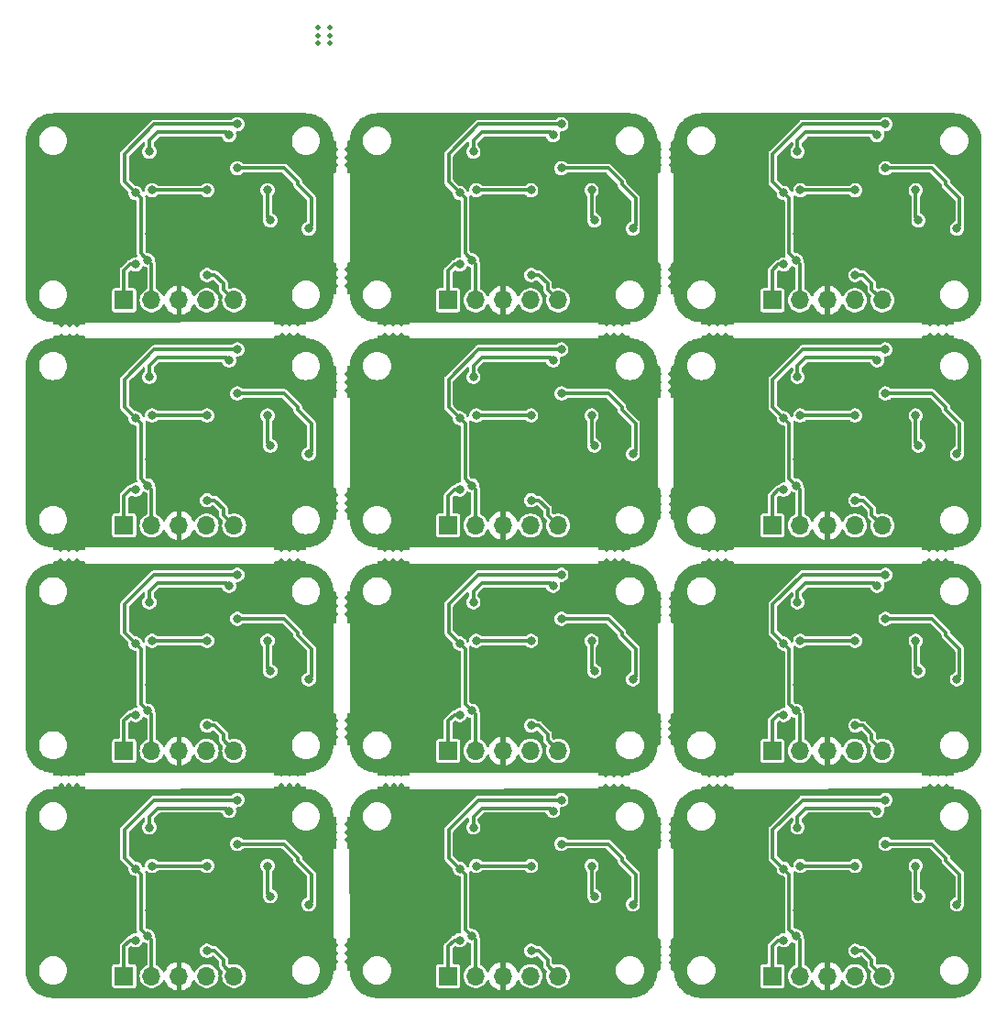
<source format=gbr>
%TF.GenerationSoftware,KiCad,Pcbnew,7.0.1*%
%TF.CreationDate,2025-06-25T09:37:51+07:00*%
%TF.ProjectId,panelize_2,70616e65-6c69-47a6-955f-322e6b696361,rev?*%
%TF.SameCoordinates,Original*%
%TF.FileFunction,Copper,L2,Bot*%
%TF.FilePolarity,Positive*%
%FSLAX46Y46*%
G04 Gerber Fmt 4.6, Leading zero omitted, Abs format (unit mm)*
G04 Created by KiCad (PCBNEW 7.0.1) date 2025-06-25 09:37:51*
%MOMM*%
%LPD*%
G01*
G04 APERTURE LIST*
%TA.AperFunction,ComponentPad*%
%ADD10O,1.700000X1.700000*%
%TD*%
%TA.AperFunction,ComponentPad*%
%ADD11R,1.700000X1.700000*%
%TD*%
%TA.AperFunction,ViaPad*%
%ADD12C,0.500000*%
%TD*%
%TA.AperFunction,ViaPad*%
%ADD13C,0.800000*%
%TD*%
%TA.AperFunction,Conductor*%
%ADD14C,0.300000*%
%TD*%
%TA.AperFunction,Conductor*%
%ADD15C,0.250000*%
%TD*%
G04 APERTURE END LIST*
D10*
%TO.P,J36,5,Pin_5*%
%TO.N,scl_in*%
X173852500Y-164228000D03*
%TO.P,J36,4,Pin_4*%
%TO.N,sda_in*%
X171312500Y-164228000D03*
%TO.P,J36,3,Pin_3*%
%TO.N,GND*%
X168772500Y-164228000D03*
%TO.P,J36,2,Pin_2*%
%TO.N,+3.3V*%
X166232500Y-164228000D03*
D11*
%TO.P,J36,1,Pin_1*%
%TO.N,VIN*%
X163692500Y-164228000D03*
%TD*%
D10*
%TO.P,J33,5,Pin_5*%
%TO.N,scl_in*%
X143904500Y-164228000D03*
%TO.P,J33,4,Pin_4*%
%TO.N,sda_in*%
X141364500Y-164228000D03*
%TO.P,J33,3,Pin_3*%
%TO.N,GND*%
X138824500Y-164228000D03*
%TO.P,J33,2,Pin_2*%
%TO.N,+3.3V*%
X136284500Y-164228000D03*
D11*
%TO.P,J33,1,Pin_1*%
%TO.N,VIN*%
X133744500Y-164228000D03*
%TD*%
D10*
%TO.P,J30,5,Pin_5*%
%TO.N,scl_in*%
X113956500Y-164228000D03*
%TO.P,J30,4,Pin_4*%
%TO.N,sda_in*%
X111416500Y-164228000D03*
%TO.P,J30,3,Pin_3*%
%TO.N,GND*%
X108876500Y-164228000D03*
%TO.P,J30,2,Pin_2*%
%TO.N,+3.3V*%
X106336500Y-164228000D03*
D11*
%TO.P,J30,1,Pin_1*%
%TO.N,VIN*%
X103796500Y-164228000D03*
%TD*%
D10*
%TO.P,J27,5,Pin_5*%
%TO.N,scl_in*%
X173852500Y-143424000D03*
%TO.P,J27,4,Pin_4*%
%TO.N,sda_in*%
X171312500Y-143424000D03*
%TO.P,J27,3,Pin_3*%
%TO.N,GND*%
X168772500Y-143424000D03*
%TO.P,J27,2,Pin_2*%
%TO.N,+3.3V*%
X166232500Y-143424000D03*
D11*
%TO.P,J27,1,Pin_1*%
%TO.N,VIN*%
X163692500Y-143424000D03*
%TD*%
D10*
%TO.P,J24,5,Pin_5*%
%TO.N,scl_in*%
X143904500Y-143424000D03*
%TO.P,J24,4,Pin_4*%
%TO.N,sda_in*%
X141364500Y-143424000D03*
%TO.P,J24,3,Pin_3*%
%TO.N,GND*%
X138824500Y-143424000D03*
%TO.P,J24,2,Pin_2*%
%TO.N,+3.3V*%
X136284500Y-143424000D03*
D11*
%TO.P,J24,1,Pin_1*%
%TO.N,VIN*%
X133744500Y-143424000D03*
%TD*%
D10*
%TO.P,J21,5,Pin_5*%
%TO.N,scl_in*%
X113956500Y-143424000D03*
%TO.P,J21,4,Pin_4*%
%TO.N,sda_in*%
X111416500Y-143424000D03*
%TO.P,J21,3,Pin_3*%
%TO.N,GND*%
X108876500Y-143424000D03*
%TO.P,J21,2,Pin_2*%
%TO.N,+3.3V*%
X106336500Y-143424000D03*
D11*
%TO.P,J21,1,Pin_1*%
%TO.N,VIN*%
X103796500Y-143424000D03*
%TD*%
D10*
%TO.P,J18,5,Pin_5*%
%TO.N,scl_in*%
X173852500Y-122620000D03*
%TO.P,J18,4,Pin_4*%
%TO.N,sda_in*%
X171312500Y-122620000D03*
%TO.P,J18,3,Pin_3*%
%TO.N,GND*%
X168772500Y-122620000D03*
%TO.P,J18,2,Pin_2*%
%TO.N,+3.3V*%
X166232500Y-122620000D03*
D11*
%TO.P,J18,1,Pin_1*%
%TO.N,VIN*%
X163692500Y-122620000D03*
%TD*%
D10*
%TO.P,J15,5,Pin_5*%
%TO.N,scl_in*%
X143904500Y-122620000D03*
%TO.P,J15,4,Pin_4*%
%TO.N,sda_in*%
X141364500Y-122620000D03*
%TO.P,J15,3,Pin_3*%
%TO.N,GND*%
X138824500Y-122620000D03*
%TO.P,J15,2,Pin_2*%
%TO.N,+3.3V*%
X136284500Y-122620000D03*
D11*
%TO.P,J15,1,Pin_1*%
%TO.N,VIN*%
X133744500Y-122620000D03*
%TD*%
D10*
%TO.P,J12,5,Pin_5*%
%TO.N,scl_in*%
X113956500Y-122620000D03*
%TO.P,J12,4,Pin_4*%
%TO.N,sda_in*%
X111416500Y-122620000D03*
%TO.P,J12,3,Pin_3*%
%TO.N,GND*%
X108876500Y-122620000D03*
%TO.P,J12,2,Pin_2*%
%TO.N,+3.3V*%
X106336500Y-122620000D03*
D11*
%TO.P,J12,1,Pin_1*%
%TO.N,VIN*%
X103796500Y-122620000D03*
%TD*%
D10*
%TO.P,J9,5,Pin_5*%
%TO.N,scl_in*%
X173852500Y-101816000D03*
%TO.P,J9,4,Pin_4*%
%TO.N,sda_in*%
X171312500Y-101816000D03*
%TO.P,J9,3,Pin_3*%
%TO.N,GND*%
X168772500Y-101816000D03*
%TO.P,J9,2,Pin_2*%
%TO.N,+3.3V*%
X166232500Y-101816000D03*
D11*
%TO.P,J9,1,Pin_1*%
%TO.N,VIN*%
X163692500Y-101816000D03*
%TD*%
D10*
%TO.P,J6,5,Pin_5*%
%TO.N,scl_in*%
X143904500Y-101816000D03*
%TO.P,J6,4,Pin_4*%
%TO.N,sda_in*%
X141364500Y-101816000D03*
%TO.P,J6,3,Pin_3*%
%TO.N,GND*%
X138824500Y-101816000D03*
%TO.P,J6,2,Pin_2*%
%TO.N,+3.3V*%
X136284500Y-101816000D03*
D11*
%TO.P,J6,1,Pin_1*%
%TO.N,VIN*%
X133744500Y-101816000D03*
%TD*%
D10*
%TO.P,J3,5,Pin_5*%
%TO.N,scl_in*%
X113956500Y-101816000D03*
%TO.P,J3,4,Pin_4*%
%TO.N,sda_in*%
X111416500Y-101816000D03*
%TO.P,J3,3,Pin_3*%
%TO.N,GND*%
X108876500Y-101816000D03*
%TO.P,J3,2,Pin_2*%
%TO.N,+3.3V*%
X106336500Y-101816000D03*
D11*
%TO.P,J3,1,Pin_1*%
%TO.N,VIN*%
X103796500Y-101816000D03*
%TD*%
D12*
%TO.N,GND*%
X154340000Y-141430000D03*
X153219999Y-140680000D03*
X153219999Y-141430000D03*
X154340000Y-142180000D03*
X154340000Y-140680000D03*
X153219999Y-142180000D03*
X154350000Y-130130000D03*
X153229999Y-129380000D03*
X153229999Y-130130000D03*
X154350000Y-130880000D03*
X154350000Y-129380000D03*
X153229999Y-130880000D03*
X154360000Y-120630000D03*
X153239999Y-119880000D03*
X153239999Y-120630000D03*
X154360000Y-121380000D03*
X154360000Y-119880000D03*
X153239999Y-121380000D03*
X154340000Y-109420000D03*
X153219999Y-108670000D03*
X153219999Y-109420000D03*
X154340000Y-110170000D03*
X154340000Y-108670000D03*
X153219999Y-110170000D03*
X154340000Y-99730000D03*
X153219999Y-98980000D03*
X153219999Y-99730000D03*
X154340000Y-100480000D03*
X154340000Y-98980000D03*
X153219999Y-100480000D03*
X154350000Y-88620000D03*
X153229999Y-87870000D03*
X153229999Y-88620000D03*
X154350000Y-89370000D03*
X154350000Y-87870000D03*
X153229999Y-89370000D03*
X154350000Y-150970000D03*
X153229999Y-150220000D03*
X153229999Y-150970000D03*
X154350000Y-151720000D03*
X154350000Y-150220000D03*
X153229999Y-151720000D03*
X154350000Y-162270000D03*
X153229999Y-161520000D03*
X153229999Y-162270000D03*
X154350000Y-163020000D03*
X154350000Y-161520000D03*
X153229999Y-163020000D03*
X124400000Y-162170000D03*
X123279999Y-161420000D03*
X123279999Y-162170000D03*
X124400000Y-162920000D03*
X124400000Y-161420000D03*
X123279999Y-162920000D03*
X124390000Y-150930000D03*
X123269999Y-150180000D03*
X123269999Y-150930000D03*
X124390000Y-151680000D03*
X124390000Y-150180000D03*
X123269999Y-151680000D03*
X124400000Y-141400000D03*
X123279999Y-140650000D03*
X123279999Y-141400000D03*
X124400000Y-142150000D03*
X124400000Y-140650000D03*
X123279999Y-142150000D03*
X124400000Y-130060000D03*
X123279999Y-129310000D03*
X123279999Y-130060000D03*
X124400000Y-130810000D03*
X124400000Y-129310000D03*
X123279999Y-130810000D03*
X124400000Y-120540000D03*
X123279999Y-119790000D03*
X123279999Y-120540000D03*
X124400000Y-121290000D03*
X124400000Y-119790000D03*
X123279999Y-121290000D03*
X124390000Y-109400000D03*
X123269999Y-108650000D03*
X123269999Y-109400000D03*
X124390000Y-110150000D03*
X124390000Y-108650000D03*
X123269999Y-110150000D03*
X124410000Y-99730000D03*
X123289999Y-98980000D03*
X123289999Y-99730000D03*
X124410000Y-100480000D03*
X124410000Y-98980000D03*
X123289999Y-100480000D03*
%TO.N,*%
X122810000Y-78100000D03*
X121689999Y-77350000D03*
X122810000Y-76600000D03*
X121689999Y-78100000D03*
X121689999Y-76600000D03*
X122810000Y-77350000D03*
%TO.N,GND*%
X124420000Y-89370000D03*
X123299999Y-88620000D03*
X124420000Y-87870000D03*
X123299999Y-89370000D03*
X123299999Y-87870000D03*
X124420000Y-88620000D03*
X178290000Y-146700000D03*
X179040000Y-145580000D03*
X179790000Y-146700000D03*
X178290000Y-145580000D03*
X179790000Y-145580000D03*
X179040000Y-146700000D03*
X157860000Y-146730000D03*
X158610000Y-145610000D03*
X159360000Y-146730000D03*
X157860000Y-145610000D03*
X159360000Y-145610000D03*
X158610000Y-146730000D03*
X148320000Y-146710000D03*
X149070000Y-145590000D03*
X149820000Y-146710000D03*
X148320000Y-145590000D03*
X149820000Y-145590000D03*
X149070000Y-146710000D03*
X127950000Y-146690000D03*
X128700000Y-145570000D03*
X129450000Y-146690000D03*
X127950000Y-145570000D03*
X129450000Y-145570000D03*
X128700000Y-146690000D03*
X118340000Y-146690000D03*
X119090000Y-145570000D03*
X119840000Y-146690000D03*
X118340000Y-145570000D03*
X119840000Y-145570000D03*
X119090000Y-146690000D03*
X97960000Y-146690000D03*
X98710000Y-145570000D03*
X99460000Y-146690000D03*
X97960000Y-145570000D03*
X99460000Y-145570000D03*
X98710000Y-146690000D03*
X97900000Y-125920000D03*
X98650000Y-124800000D03*
X99400000Y-125920000D03*
X97900000Y-124800000D03*
X99400000Y-124800000D03*
X98650000Y-125920000D03*
X118310000Y-125910000D03*
X119060000Y-124790000D03*
X119810000Y-125910000D03*
X118310000Y-124790000D03*
X119810000Y-124790000D03*
X119060000Y-125910000D03*
X127870000Y-125900000D03*
X128620000Y-124780000D03*
X129370000Y-125900000D03*
X127870000Y-124780000D03*
X129370000Y-124780000D03*
X128620000Y-125900000D03*
X148370000Y-125890000D03*
X149120000Y-124770000D03*
X149870000Y-125890000D03*
X148370000Y-124770000D03*
X149870000Y-124770000D03*
X149120000Y-125890000D03*
X157860000Y-125890000D03*
X158610000Y-124770000D03*
X159360000Y-125890000D03*
X157860000Y-124770000D03*
X159360000Y-124770000D03*
X158610000Y-125890000D03*
X178180000Y-125890000D03*
X178930000Y-124770000D03*
X179680000Y-125890000D03*
X178180000Y-124770000D03*
X179680000Y-124770000D03*
X178930000Y-125890000D03*
X178280000Y-105100000D03*
X179030000Y-103980000D03*
X179780000Y-105100000D03*
X178280000Y-103980000D03*
X179780000Y-103980000D03*
X179030000Y-105100000D03*
X157890000Y-105100000D03*
X158640000Y-103980000D03*
X159390000Y-105100000D03*
X157890000Y-103980000D03*
X159390000Y-103980000D03*
X158640000Y-105100000D03*
X148340000Y-105110000D03*
X149090000Y-103990000D03*
X149840000Y-105110000D03*
X148340000Y-103990000D03*
X149840000Y-103990000D03*
X149090000Y-105110000D03*
X127900000Y-105100000D03*
X128650000Y-103980000D03*
X129400000Y-105100000D03*
X127900000Y-103980000D03*
X129400000Y-103980000D03*
X128650000Y-105100000D03*
X118370000Y-105110000D03*
X119120000Y-103990000D03*
X119870000Y-105110000D03*
X118370000Y-103990000D03*
X119870000Y-103990000D03*
X119120000Y-105110000D03*
X99480000Y-104040000D03*
X98730000Y-104040000D03*
X97980000Y-104040000D03*
X99480000Y-105160000D03*
X98730000Y-105160000D03*
X97980000Y-105160000D03*
D13*
%TO.N,sda_in*%
X177196000Y-156862000D03*
%TO.N,scl_in*%
X174148000Y-152036000D03*
X180752000Y-157624000D03*
X171355425Y-161897612D03*
%TO.N,+3.3V*%
X164750000Y-154322000D03*
X174148000Y-147972000D03*
%TO.N,GND*%
X172116000Y-156354000D03*
X170084000Y-152290000D03*
X173181256Y-158274238D03*
X177704000Y-148226000D03*
X159924000Y-147972000D03*
X168814000Y-156608000D03*
X160432000Y-165244000D03*
X158908000Y-153814000D03*
X165004000Y-151528000D03*
X177704000Y-165244000D03*
X161956000Y-163212000D03*
%TO.N,scl_out*%
X173386000Y-148988000D03*
%TO.N,GND*%
X166020000Y-158132000D03*
%TO.N,VIN*%
X164750000Y-160926000D03*
%TO.N,sda_in*%
X176942000Y-154068000D03*
%TO.N,VCC*%
X171354000Y-154068000D03*
X166274000Y-154068000D03*
%TO.N,scl_out*%
X166020000Y-150512000D03*
%TO.N,+3.3V*%
X165893000Y-160545000D03*
%TO.N,GND*%
X158908000Y-159148000D03*
%TO.N,sda_in*%
X147248000Y-156862000D03*
%TO.N,scl_in*%
X144200000Y-152036000D03*
X150804000Y-157624000D03*
X141407425Y-161897612D03*
%TO.N,+3.3V*%
X134802000Y-154322000D03*
X144200000Y-147972000D03*
%TO.N,GND*%
X142168000Y-156354000D03*
X140136000Y-152290000D03*
X143233256Y-158274238D03*
X147756000Y-148226000D03*
X129976000Y-147972000D03*
X138866000Y-156608000D03*
X130484000Y-165244000D03*
X128960000Y-153814000D03*
X135056000Y-151528000D03*
X147756000Y-165244000D03*
X132008000Y-163212000D03*
%TO.N,scl_out*%
X143438000Y-148988000D03*
%TO.N,GND*%
X136072000Y-158132000D03*
%TO.N,VIN*%
X134802000Y-160926000D03*
%TO.N,sda_in*%
X146994000Y-154068000D03*
%TO.N,VCC*%
X141406000Y-154068000D03*
X136326000Y-154068000D03*
%TO.N,scl_out*%
X136072000Y-150512000D03*
%TO.N,+3.3V*%
X135945000Y-160545000D03*
%TO.N,GND*%
X128960000Y-159148000D03*
%TO.N,sda_in*%
X117300000Y-156862000D03*
%TO.N,scl_in*%
X114252000Y-152036000D03*
X120856000Y-157624000D03*
X111459425Y-161897612D03*
%TO.N,+3.3V*%
X104854000Y-154322000D03*
X114252000Y-147972000D03*
%TO.N,GND*%
X112220000Y-156354000D03*
X110188000Y-152290000D03*
X113285256Y-158274238D03*
X117808000Y-148226000D03*
X100028000Y-147972000D03*
X108918000Y-156608000D03*
X100536000Y-165244000D03*
X99012000Y-153814000D03*
X105108000Y-151528000D03*
X117808000Y-165244000D03*
X102060000Y-163212000D03*
%TO.N,scl_out*%
X113490000Y-148988000D03*
%TO.N,GND*%
X106124000Y-158132000D03*
%TO.N,VIN*%
X104854000Y-160926000D03*
%TO.N,sda_in*%
X117046000Y-154068000D03*
%TO.N,VCC*%
X111458000Y-154068000D03*
X106378000Y-154068000D03*
%TO.N,scl_out*%
X106124000Y-150512000D03*
%TO.N,+3.3V*%
X105997000Y-160545000D03*
%TO.N,GND*%
X99012000Y-159148000D03*
%TO.N,sda_in*%
X177196000Y-136058000D03*
%TO.N,scl_in*%
X174148000Y-131232000D03*
X180752000Y-136820000D03*
X171355425Y-141093612D03*
%TO.N,+3.3V*%
X164750000Y-133518000D03*
X174148000Y-127168000D03*
%TO.N,GND*%
X172116000Y-135550000D03*
X170084000Y-131486000D03*
X173181256Y-137470238D03*
X177704000Y-127422000D03*
X159924000Y-127168000D03*
X168814000Y-135804000D03*
X160432000Y-144440000D03*
X158908000Y-133010000D03*
X165004000Y-130724000D03*
X177704000Y-144440000D03*
X161956000Y-142408000D03*
%TO.N,scl_out*%
X173386000Y-128184000D03*
%TO.N,GND*%
X166020000Y-137328000D03*
%TO.N,VIN*%
X164750000Y-140122000D03*
%TO.N,sda_in*%
X176942000Y-133264000D03*
%TO.N,VCC*%
X171354000Y-133264000D03*
X166274000Y-133264000D03*
%TO.N,scl_out*%
X166020000Y-129708000D03*
%TO.N,+3.3V*%
X165893000Y-139741000D03*
%TO.N,GND*%
X158908000Y-138344000D03*
%TO.N,sda_in*%
X147248000Y-136058000D03*
%TO.N,scl_in*%
X144200000Y-131232000D03*
X150804000Y-136820000D03*
X141407425Y-141093612D03*
%TO.N,+3.3V*%
X134802000Y-133518000D03*
X144200000Y-127168000D03*
%TO.N,GND*%
X142168000Y-135550000D03*
X140136000Y-131486000D03*
X143233256Y-137470238D03*
X147756000Y-127422000D03*
X129976000Y-127168000D03*
X138866000Y-135804000D03*
X130484000Y-144440000D03*
X128960000Y-133010000D03*
X135056000Y-130724000D03*
X147756000Y-144440000D03*
X132008000Y-142408000D03*
%TO.N,scl_out*%
X143438000Y-128184000D03*
%TO.N,GND*%
X136072000Y-137328000D03*
%TO.N,VIN*%
X134802000Y-140122000D03*
%TO.N,sda_in*%
X146994000Y-133264000D03*
%TO.N,VCC*%
X141406000Y-133264000D03*
X136326000Y-133264000D03*
%TO.N,scl_out*%
X136072000Y-129708000D03*
%TO.N,+3.3V*%
X135945000Y-139741000D03*
%TO.N,GND*%
X128960000Y-138344000D03*
%TO.N,sda_in*%
X117300000Y-136058000D03*
%TO.N,scl_in*%
X114252000Y-131232000D03*
X120856000Y-136820000D03*
X111459425Y-141093612D03*
%TO.N,+3.3V*%
X104854000Y-133518000D03*
X114252000Y-127168000D03*
%TO.N,GND*%
X112220000Y-135550000D03*
X110188000Y-131486000D03*
X113285256Y-137470238D03*
X117808000Y-127422000D03*
X100028000Y-127168000D03*
X108918000Y-135804000D03*
X100536000Y-144440000D03*
X99012000Y-133010000D03*
X105108000Y-130724000D03*
X117808000Y-144440000D03*
X102060000Y-142408000D03*
%TO.N,scl_out*%
X113490000Y-128184000D03*
%TO.N,GND*%
X106124000Y-137328000D03*
%TO.N,VIN*%
X104854000Y-140122000D03*
%TO.N,sda_in*%
X117046000Y-133264000D03*
%TO.N,VCC*%
X111458000Y-133264000D03*
X106378000Y-133264000D03*
%TO.N,scl_out*%
X106124000Y-129708000D03*
%TO.N,+3.3V*%
X105997000Y-139741000D03*
%TO.N,GND*%
X99012000Y-138344000D03*
%TO.N,sda_in*%
X177196000Y-115254000D03*
%TO.N,scl_in*%
X174148000Y-110428000D03*
X180752000Y-116016000D03*
X171355425Y-120289612D03*
%TO.N,+3.3V*%
X164750000Y-112714000D03*
X174148000Y-106364000D03*
%TO.N,GND*%
X172116000Y-114746000D03*
X170084000Y-110682000D03*
X173181256Y-116666238D03*
X177704000Y-106618000D03*
X159924000Y-106364000D03*
X168814000Y-115000000D03*
X160432000Y-123636000D03*
X158908000Y-112206000D03*
X165004000Y-109920000D03*
X177704000Y-123636000D03*
X161956000Y-121604000D03*
%TO.N,scl_out*%
X173386000Y-107380000D03*
%TO.N,GND*%
X166020000Y-116524000D03*
%TO.N,VIN*%
X164750000Y-119318000D03*
%TO.N,sda_in*%
X176942000Y-112460000D03*
%TO.N,VCC*%
X171354000Y-112460000D03*
X166274000Y-112460000D03*
%TO.N,scl_out*%
X166020000Y-108904000D03*
%TO.N,+3.3V*%
X165893000Y-118937000D03*
%TO.N,GND*%
X158908000Y-117540000D03*
%TO.N,sda_in*%
X147248000Y-115254000D03*
%TO.N,scl_in*%
X144200000Y-110428000D03*
X150804000Y-116016000D03*
X141407425Y-120289612D03*
%TO.N,+3.3V*%
X134802000Y-112714000D03*
X144200000Y-106364000D03*
%TO.N,GND*%
X142168000Y-114746000D03*
X140136000Y-110682000D03*
X143233256Y-116666238D03*
X147756000Y-106618000D03*
X129976000Y-106364000D03*
X138866000Y-115000000D03*
X130484000Y-123636000D03*
X128960000Y-112206000D03*
X135056000Y-109920000D03*
X147756000Y-123636000D03*
X132008000Y-121604000D03*
%TO.N,scl_out*%
X143438000Y-107380000D03*
%TO.N,GND*%
X136072000Y-116524000D03*
%TO.N,VIN*%
X134802000Y-119318000D03*
%TO.N,sda_in*%
X146994000Y-112460000D03*
%TO.N,VCC*%
X141406000Y-112460000D03*
X136326000Y-112460000D03*
%TO.N,scl_out*%
X136072000Y-108904000D03*
%TO.N,+3.3V*%
X135945000Y-118937000D03*
%TO.N,GND*%
X128960000Y-117540000D03*
%TO.N,sda_in*%
X117300000Y-115254000D03*
%TO.N,scl_in*%
X114252000Y-110428000D03*
X120856000Y-116016000D03*
X111459425Y-120289612D03*
%TO.N,+3.3V*%
X104854000Y-112714000D03*
X114252000Y-106364000D03*
%TO.N,GND*%
X112220000Y-114746000D03*
X110188000Y-110682000D03*
X113285256Y-116666238D03*
X117808000Y-106618000D03*
X100028000Y-106364000D03*
X108918000Y-115000000D03*
X100536000Y-123636000D03*
X99012000Y-112206000D03*
X105108000Y-109920000D03*
X117808000Y-123636000D03*
X102060000Y-121604000D03*
%TO.N,scl_out*%
X113490000Y-107380000D03*
%TO.N,GND*%
X106124000Y-116524000D03*
%TO.N,VIN*%
X104854000Y-119318000D03*
%TO.N,sda_in*%
X117046000Y-112460000D03*
%TO.N,VCC*%
X111458000Y-112460000D03*
X106378000Y-112460000D03*
%TO.N,scl_out*%
X106124000Y-108904000D03*
%TO.N,+3.3V*%
X105997000Y-118937000D03*
%TO.N,GND*%
X99012000Y-117540000D03*
%TO.N,sda_in*%
X177196000Y-94450000D03*
%TO.N,scl_in*%
X174148000Y-89624000D03*
X180752000Y-95212000D03*
X171355425Y-99485612D03*
%TO.N,+3.3V*%
X164750000Y-91910000D03*
X174148000Y-85560000D03*
%TO.N,GND*%
X172116000Y-93942000D03*
X170084000Y-89878000D03*
X173181256Y-95862238D03*
X177704000Y-85814000D03*
X159924000Y-85560000D03*
X168814000Y-94196000D03*
X160432000Y-102832000D03*
X158908000Y-91402000D03*
X165004000Y-89116000D03*
X177704000Y-102832000D03*
X161956000Y-100800000D03*
%TO.N,scl_out*%
X173386000Y-86576000D03*
%TO.N,GND*%
X166020000Y-95720000D03*
%TO.N,VIN*%
X164750000Y-98514000D03*
%TO.N,sda_in*%
X176942000Y-91656000D03*
%TO.N,VCC*%
X171354000Y-91656000D03*
X166274000Y-91656000D03*
%TO.N,scl_out*%
X166020000Y-88100000D03*
%TO.N,+3.3V*%
X165893000Y-98133000D03*
%TO.N,GND*%
X158908000Y-96736000D03*
%TO.N,sda_in*%
X147248000Y-94450000D03*
%TO.N,scl_in*%
X144200000Y-89624000D03*
X150804000Y-95212000D03*
X141407425Y-99485612D03*
%TO.N,+3.3V*%
X134802000Y-91910000D03*
X144200000Y-85560000D03*
%TO.N,GND*%
X142168000Y-93942000D03*
X140136000Y-89878000D03*
X143233256Y-95862238D03*
X147756000Y-85814000D03*
X129976000Y-85560000D03*
X138866000Y-94196000D03*
X130484000Y-102832000D03*
X128960000Y-91402000D03*
X135056000Y-89116000D03*
X147756000Y-102832000D03*
X132008000Y-100800000D03*
%TO.N,scl_out*%
X143438000Y-86576000D03*
%TO.N,GND*%
X136072000Y-95720000D03*
%TO.N,VIN*%
X134802000Y-98514000D03*
%TO.N,sda_in*%
X146994000Y-91656000D03*
%TO.N,VCC*%
X141406000Y-91656000D03*
X136326000Y-91656000D03*
%TO.N,scl_out*%
X136072000Y-88100000D03*
%TO.N,+3.3V*%
X135945000Y-98133000D03*
%TO.N,GND*%
X128960000Y-96736000D03*
%TO.N,VCC*%
X111458000Y-91656000D03*
X106378000Y-91656000D03*
%TO.N,GND*%
X117808000Y-85814000D03*
X106124000Y-95720000D03*
X102060000Y-100800000D03*
X117808000Y-102832000D03*
X105108000Y-89116000D03*
X99012000Y-91402000D03*
X100536000Y-102832000D03*
X100028000Y-85560000D03*
X113285256Y-95862238D03*
X110188000Y-89878000D03*
X108918000Y-94196000D03*
X112220000Y-93942000D03*
X99012000Y-96736000D03*
%TO.N,+3.3V*%
X114252000Y-85560000D03*
X105997000Y-98133000D03*
X104854000Y-91910000D03*
%TO.N,scl_out*%
X113490000Y-86576000D03*
X106124000Y-88100000D03*
%TO.N,scl_in*%
X111459425Y-99485612D03*
X120856000Y-95212000D03*
X114252000Y-89624000D03*
%TO.N,sda_in*%
X117046000Y-91656000D03*
X117300000Y-94450000D03*
%TO.N,VIN*%
X104854000Y-98514000D03*
%TD*%
D14*
%TO.N,VIN*%
X163692500Y-161475500D02*
X163692500Y-164228000D01*
X164750000Y-160926000D02*
X164242000Y-160926000D01*
%TO.N,sda_in*%
X176942000Y-154068000D02*
X176942000Y-156608000D01*
X176942000Y-156608000D02*
X177196000Y-156862000D01*
%TO.N,VIN*%
X164242000Y-160926000D02*
X163692500Y-161475500D01*
D15*
%TO.N,GND*%
X168772500Y-162550500D02*
X168856000Y-162467000D01*
X168772500Y-164228000D02*
X168772500Y-162550500D01*
D14*
%TO.N,+3.3V*%
X166232500Y-160884500D02*
X166232500Y-164228000D01*
X165258000Y-159910000D02*
X165258000Y-154830000D01*
X166484046Y-147972000D02*
X163734000Y-150722046D01*
D15*
%TO.N,GND*%
X168772500Y-164228000D02*
X168772500Y-165583500D01*
D14*
%TO.N,+3.3V*%
X163734000Y-153306000D02*
X164750000Y-154322000D01*
X165893000Y-160545000D02*
X165258000Y-159910000D01*
X174148000Y-147972000D02*
X166484046Y-147972000D01*
D15*
%TO.N,GND*%
X168772500Y-165583500D02*
X168856000Y-165667000D01*
D14*
%TO.N,VCC*%
X166274000Y-154068000D02*
X171354000Y-154068000D01*
%TO.N,+3.3V*%
X165258000Y-154830000D02*
X164750000Y-154322000D01*
X163734000Y-150722046D02*
X163734000Y-153306000D01*
X165893000Y-160545000D02*
X166232500Y-160884500D01*
%TO.N,scl_out*%
X166020000Y-149496000D02*
X166020000Y-149750000D01*
X173132000Y-148734000D02*
X171354000Y-148734000D01*
X171354000Y-148734000D02*
X166782000Y-148734000D01*
X166782000Y-148734000D02*
X166020000Y-149496000D01*
X166020000Y-149750000D02*
X166020000Y-150512000D01*
%TO.N,scl_in*%
X179736000Y-153306000D02*
X179736000Y-153560000D01*
X181006000Y-157370000D02*
X180752000Y-157624000D01*
X181006000Y-154830000D02*
X181006000Y-156100000D01*
X172878000Y-163253500D02*
X173852500Y-164228000D01*
X172071612Y-161897612D02*
X172878000Y-162704000D01*
X179736000Y-153560000D02*
X181006000Y-154830000D01*
X174148000Y-152036000D02*
X178466000Y-152036000D01*
X178466000Y-152036000D02*
X179736000Y-153306000D01*
X172878000Y-162704000D02*
X172878000Y-163253500D01*
X181006000Y-156100000D02*
X181006000Y-157370000D01*
%TO.N,scl_out*%
X173386000Y-148988000D02*
X173132000Y-148734000D01*
%TO.N,scl_in*%
X171355425Y-161897612D02*
X172071612Y-161897612D01*
%TO.N,VIN*%
X133744500Y-161475500D02*
X133744500Y-164228000D01*
X134802000Y-160926000D02*
X134294000Y-160926000D01*
%TO.N,sda_in*%
X146994000Y-154068000D02*
X146994000Y-156608000D01*
X146994000Y-156608000D02*
X147248000Y-156862000D01*
%TO.N,VIN*%
X134294000Y-160926000D02*
X133744500Y-161475500D01*
D15*
%TO.N,GND*%
X138824500Y-162550500D02*
X138908000Y-162467000D01*
X138824500Y-164228000D02*
X138824500Y-162550500D01*
D14*
%TO.N,+3.3V*%
X136284500Y-160884500D02*
X136284500Y-164228000D01*
X135310000Y-159910000D02*
X135310000Y-154830000D01*
X136536046Y-147972000D02*
X133786000Y-150722046D01*
D15*
%TO.N,GND*%
X138824500Y-164228000D02*
X138824500Y-165583500D01*
D14*
%TO.N,+3.3V*%
X133786000Y-153306000D02*
X134802000Y-154322000D01*
X135945000Y-160545000D02*
X135310000Y-159910000D01*
X144200000Y-147972000D02*
X136536046Y-147972000D01*
D15*
%TO.N,GND*%
X138824500Y-165583500D02*
X138908000Y-165667000D01*
D14*
%TO.N,VCC*%
X136326000Y-154068000D02*
X141406000Y-154068000D01*
%TO.N,+3.3V*%
X135310000Y-154830000D02*
X134802000Y-154322000D01*
X133786000Y-150722046D02*
X133786000Y-153306000D01*
X135945000Y-160545000D02*
X136284500Y-160884500D01*
%TO.N,scl_out*%
X136072000Y-149496000D02*
X136072000Y-149750000D01*
X143184000Y-148734000D02*
X141406000Y-148734000D01*
X141406000Y-148734000D02*
X136834000Y-148734000D01*
X136834000Y-148734000D02*
X136072000Y-149496000D01*
X136072000Y-149750000D02*
X136072000Y-150512000D01*
%TO.N,scl_in*%
X149788000Y-153306000D02*
X149788000Y-153560000D01*
X151058000Y-157370000D02*
X150804000Y-157624000D01*
X151058000Y-154830000D02*
X151058000Y-156100000D01*
X142930000Y-163253500D02*
X143904500Y-164228000D01*
X142123612Y-161897612D02*
X142930000Y-162704000D01*
X149788000Y-153560000D02*
X151058000Y-154830000D01*
X144200000Y-152036000D02*
X148518000Y-152036000D01*
X148518000Y-152036000D02*
X149788000Y-153306000D01*
X142930000Y-162704000D02*
X142930000Y-163253500D01*
X151058000Y-156100000D02*
X151058000Y-157370000D01*
%TO.N,scl_out*%
X143438000Y-148988000D02*
X143184000Y-148734000D01*
%TO.N,scl_in*%
X141407425Y-161897612D02*
X142123612Y-161897612D01*
%TO.N,VIN*%
X103796500Y-161475500D02*
X103796500Y-164228000D01*
X104854000Y-160926000D02*
X104346000Y-160926000D01*
%TO.N,sda_in*%
X117046000Y-154068000D02*
X117046000Y-156608000D01*
X117046000Y-156608000D02*
X117300000Y-156862000D01*
%TO.N,VIN*%
X104346000Y-160926000D02*
X103796500Y-161475500D01*
D15*
%TO.N,GND*%
X108876500Y-162550500D02*
X108960000Y-162467000D01*
X108876500Y-164228000D02*
X108876500Y-162550500D01*
D14*
%TO.N,+3.3V*%
X106336500Y-160884500D02*
X106336500Y-164228000D01*
X105362000Y-159910000D02*
X105362000Y-154830000D01*
X106588046Y-147972000D02*
X103838000Y-150722046D01*
D15*
%TO.N,GND*%
X108876500Y-164228000D02*
X108876500Y-165583500D01*
D14*
%TO.N,+3.3V*%
X103838000Y-153306000D02*
X104854000Y-154322000D01*
X105997000Y-160545000D02*
X105362000Y-159910000D01*
X114252000Y-147972000D02*
X106588046Y-147972000D01*
D15*
%TO.N,GND*%
X108876500Y-165583500D02*
X108960000Y-165667000D01*
D14*
%TO.N,VCC*%
X106378000Y-154068000D02*
X111458000Y-154068000D01*
%TO.N,+3.3V*%
X105362000Y-154830000D02*
X104854000Y-154322000D01*
X103838000Y-150722046D02*
X103838000Y-153306000D01*
X105997000Y-160545000D02*
X106336500Y-160884500D01*
%TO.N,scl_out*%
X106124000Y-149496000D02*
X106124000Y-149750000D01*
X113236000Y-148734000D02*
X111458000Y-148734000D01*
X111458000Y-148734000D02*
X106886000Y-148734000D01*
X106886000Y-148734000D02*
X106124000Y-149496000D01*
X106124000Y-149750000D02*
X106124000Y-150512000D01*
%TO.N,scl_in*%
X119840000Y-153306000D02*
X119840000Y-153560000D01*
X121110000Y-157370000D02*
X120856000Y-157624000D01*
X121110000Y-154830000D02*
X121110000Y-156100000D01*
X112982000Y-163253500D02*
X113956500Y-164228000D01*
X112175612Y-161897612D02*
X112982000Y-162704000D01*
X119840000Y-153560000D02*
X121110000Y-154830000D01*
X114252000Y-152036000D02*
X118570000Y-152036000D01*
X118570000Y-152036000D02*
X119840000Y-153306000D01*
X112982000Y-162704000D02*
X112982000Y-163253500D01*
X121110000Y-156100000D02*
X121110000Y-157370000D01*
%TO.N,scl_out*%
X113490000Y-148988000D02*
X113236000Y-148734000D01*
%TO.N,scl_in*%
X111459425Y-161897612D02*
X112175612Y-161897612D01*
%TO.N,VIN*%
X163692500Y-140671500D02*
X163692500Y-143424000D01*
X164750000Y-140122000D02*
X164242000Y-140122000D01*
%TO.N,sda_in*%
X176942000Y-133264000D02*
X176942000Y-135804000D01*
X176942000Y-135804000D02*
X177196000Y-136058000D01*
%TO.N,VIN*%
X164242000Y-140122000D02*
X163692500Y-140671500D01*
D15*
%TO.N,GND*%
X168772500Y-141746500D02*
X168856000Y-141663000D01*
X168772500Y-143424000D02*
X168772500Y-141746500D01*
D14*
%TO.N,+3.3V*%
X166232500Y-140080500D02*
X166232500Y-143424000D01*
X165258000Y-139106000D02*
X165258000Y-134026000D01*
X166484046Y-127168000D02*
X163734000Y-129918046D01*
D15*
%TO.N,GND*%
X168772500Y-143424000D02*
X168772500Y-144779500D01*
D14*
%TO.N,+3.3V*%
X163734000Y-132502000D02*
X164750000Y-133518000D01*
X165893000Y-139741000D02*
X165258000Y-139106000D01*
X174148000Y-127168000D02*
X166484046Y-127168000D01*
D15*
%TO.N,GND*%
X168772500Y-144779500D02*
X168856000Y-144863000D01*
D14*
%TO.N,VCC*%
X166274000Y-133264000D02*
X171354000Y-133264000D01*
%TO.N,+3.3V*%
X165258000Y-134026000D02*
X164750000Y-133518000D01*
X163734000Y-129918046D02*
X163734000Y-132502000D01*
X165893000Y-139741000D02*
X166232500Y-140080500D01*
%TO.N,scl_out*%
X166020000Y-128692000D02*
X166020000Y-128946000D01*
X173132000Y-127930000D02*
X171354000Y-127930000D01*
X171354000Y-127930000D02*
X166782000Y-127930000D01*
X166782000Y-127930000D02*
X166020000Y-128692000D01*
X166020000Y-128946000D02*
X166020000Y-129708000D01*
%TO.N,scl_in*%
X179736000Y-132502000D02*
X179736000Y-132756000D01*
X181006000Y-136566000D02*
X180752000Y-136820000D01*
X181006000Y-134026000D02*
X181006000Y-135296000D01*
X172878000Y-142449500D02*
X173852500Y-143424000D01*
X172071612Y-141093612D02*
X172878000Y-141900000D01*
X179736000Y-132756000D02*
X181006000Y-134026000D01*
X174148000Y-131232000D02*
X178466000Y-131232000D01*
X178466000Y-131232000D02*
X179736000Y-132502000D01*
X172878000Y-141900000D02*
X172878000Y-142449500D01*
X181006000Y-135296000D02*
X181006000Y-136566000D01*
%TO.N,scl_out*%
X173386000Y-128184000D02*
X173132000Y-127930000D01*
%TO.N,scl_in*%
X171355425Y-141093612D02*
X172071612Y-141093612D01*
%TO.N,VIN*%
X133744500Y-140671500D02*
X133744500Y-143424000D01*
X134802000Y-140122000D02*
X134294000Y-140122000D01*
%TO.N,sda_in*%
X146994000Y-133264000D02*
X146994000Y-135804000D01*
X146994000Y-135804000D02*
X147248000Y-136058000D01*
%TO.N,VIN*%
X134294000Y-140122000D02*
X133744500Y-140671500D01*
D15*
%TO.N,GND*%
X138824500Y-141746500D02*
X138908000Y-141663000D01*
X138824500Y-143424000D02*
X138824500Y-141746500D01*
D14*
%TO.N,+3.3V*%
X136284500Y-140080500D02*
X136284500Y-143424000D01*
X135310000Y-139106000D02*
X135310000Y-134026000D01*
X136536046Y-127168000D02*
X133786000Y-129918046D01*
D15*
%TO.N,GND*%
X138824500Y-143424000D02*
X138824500Y-144779500D01*
D14*
%TO.N,+3.3V*%
X133786000Y-132502000D02*
X134802000Y-133518000D01*
X135945000Y-139741000D02*
X135310000Y-139106000D01*
X144200000Y-127168000D02*
X136536046Y-127168000D01*
D15*
%TO.N,GND*%
X138824500Y-144779500D02*
X138908000Y-144863000D01*
D14*
%TO.N,VCC*%
X136326000Y-133264000D02*
X141406000Y-133264000D01*
%TO.N,+3.3V*%
X135310000Y-134026000D02*
X134802000Y-133518000D01*
X133786000Y-129918046D02*
X133786000Y-132502000D01*
X135945000Y-139741000D02*
X136284500Y-140080500D01*
%TO.N,scl_out*%
X136072000Y-128692000D02*
X136072000Y-128946000D01*
X143184000Y-127930000D02*
X141406000Y-127930000D01*
X141406000Y-127930000D02*
X136834000Y-127930000D01*
X136834000Y-127930000D02*
X136072000Y-128692000D01*
X136072000Y-128946000D02*
X136072000Y-129708000D01*
%TO.N,scl_in*%
X149788000Y-132502000D02*
X149788000Y-132756000D01*
X151058000Y-136566000D02*
X150804000Y-136820000D01*
X151058000Y-134026000D02*
X151058000Y-135296000D01*
X142930000Y-142449500D02*
X143904500Y-143424000D01*
X142123612Y-141093612D02*
X142930000Y-141900000D01*
X149788000Y-132756000D02*
X151058000Y-134026000D01*
X144200000Y-131232000D02*
X148518000Y-131232000D01*
X148518000Y-131232000D02*
X149788000Y-132502000D01*
X142930000Y-141900000D02*
X142930000Y-142449500D01*
X151058000Y-135296000D02*
X151058000Y-136566000D01*
%TO.N,scl_out*%
X143438000Y-128184000D02*
X143184000Y-127930000D01*
%TO.N,scl_in*%
X141407425Y-141093612D02*
X142123612Y-141093612D01*
%TO.N,VIN*%
X103796500Y-140671500D02*
X103796500Y-143424000D01*
X104854000Y-140122000D02*
X104346000Y-140122000D01*
%TO.N,sda_in*%
X117046000Y-133264000D02*
X117046000Y-135804000D01*
X117046000Y-135804000D02*
X117300000Y-136058000D01*
%TO.N,VIN*%
X104346000Y-140122000D02*
X103796500Y-140671500D01*
D15*
%TO.N,GND*%
X108876500Y-141746500D02*
X108960000Y-141663000D01*
X108876500Y-143424000D02*
X108876500Y-141746500D01*
D14*
%TO.N,+3.3V*%
X106336500Y-140080500D02*
X106336500Y-143424000D01*
X105362000Y-139106000D02*
X105362000Y-134026000D01*
X106588046Y-127168000D02*
X103838000Y-129918046D01*
D15*
%TO.N,GND*%
X108876500Y-143424000D02*
X108876500Y-144779500D01*
D14*
%TO.N,+3.3V*%
X103838000Y-132502000D02*
X104854000Y-133518000D01*
X105997000Y-139741000D02*
X105362000Y-139106000D01*
X114252000Y-127168000D02*
X106588046Y-127168000D01*
D15*
%TO.N,GND*%
X108876500Y-144779500D02*
X108960000Y-144863000D01*
D14*
%TO.N,VCC*%
X106378000Y-133264000D02*
X111458000Y-133264000D01*
%TO.N,+3.3V*%
X105362000Y-134026000D02*
X104854000Y-133518000D01*
X103838000Y-129918046D02*
X103838000Y-132502000D01*
X105997000Y-139741000D02*
X106336500Y-140080500D01*
%TO.N,scl_out*%
X106124000Y-128692000D02*
X106124000Y-128946000D01*
X113236000Y-127930000D02*
X111458000Y-127930000D01*
X111458000Y-127930000D02*
X106886000Y-127930000D01*
X106886000Y-127930000D02*
X106124000Y-128692000D01*
X106124000Y-128946000D02*
X106124000Y-129708000D01*
%TO.N,scl_in*%
X119840000Y-132502000D02*
X119840000Y-132756000D01*
X121110000Y-136566000D02*
X120856000Y-136820000D01*
X121110000Y-134026000D02*
X121110000Y-135296000D01*
X112982000Y-142449500D02*
X113956500Y-143424000D01*
X112175612Y-141093612D02*
X112982000Y-141900000D01*
X119840000Y-132756000D02*
X121110000Y-134026000D01*
X114252000Y-131232000D02*
X118570000Y-131232000D01*
X118570000Y-131232000D02*
X119840000Y-132502000D01*
X112982000Y-141900000D02*
X112982000Y-142449500D01*
X121110000Y-135296000D02*
X121110000Y-136566000D01*
%TO.N,scl_out*%
X113490000Y-128184000D02*
X113236000Y-127930000D01*
%TO.N,scl_in*%
X111459425Y-141093612D02*
X112175612Y-141093612D01*
%TO.N,VIN*%
X163692500Y-119867500D02*
X163692500Y-122620000D01*
X164750000Y-119318000D02*
X164242000Y-119318000D01*
%TO.N,sda_in*%
X176942000Y-112460000D02*
X176942000Y-115000000D01*
X176942000Y-115000000D02*
X177196000Y-115254000D01*
%TO.N,VIN*%
X164242000Y-119318000D02*
X163692500Y-119867500D01*
D15*
%TO.N,GND*%
X168772500Y-120942500D02*
X168856000Y-120859000D01*
X168772500Y-122620000D02*
X168772500Y-120942500D01*
D14*
%TO.N,+3.3V*%
X166232500Y-119276500D02*
X166232500Y-122620000D01*
X165258000Y-118302000D02*
X165258000Y-113222000D01*
X166484046Y-106364000D02*
X163734000Y-109114046D01*
D15*
%TO.N,GND*%
X168772500Y-122620000D02*
X168772500Y-123975500D01*
D14*
%TO.N,+3.3V*%
X163734000Y-111698000D02*
X164750000Y-112714000D01*
X165893000Y-118937000D02*
X165258000Y-118302000D01*
X174148000Y-106364000D02*
X166484046Y-106364000D01*
D15*
%TO.N,GND*%
X168772500Y-123975500D02*
X168856000Y-124059000D01*
D14*
%TO.N,VCC*%
X166274000Y-112460000D02*
X171354000Y-112460000D01*
%TO.N,+3.3V*%
X165258000Y-113222000D02*
X164750000Y-112714000D01*
X163734000Y-109114046D02*
X163734000Y-111698000D01*
X165893000Y-118937000D02*
X166232500Y-119276500D01*
%TO.N,scl_out*%
X166020000Y-107888000D02*
X166020000Y-108142000D01*
X173132000Y-107126000D02*
X171354000Y-107126000D01*
X171354000Y-107126000D02*
X166782000Y-107126000D01*
X166782000Y-107126000D02*
X166020000Y-107888000D01*
X166020000Y-108142000D02*
X166020000Y-108904000D01*
%TO.N,scl_in*%
X179736000Y-111698000D02*
X179736000Y-111952000D01*
X181006000Y-115762000D02*
X180752000Y-116016000D01*
X181006000Y-113222000D02*
X181006000Y-114492000D01*
X172878000Y-121645500D02*
X173852500Y-122620000D01*
X172071612Y-120289612D02*
X172878000Y-121096000D01*
X179736000Y-111952000D02*
X181006000Y-113222000D01*
X174148000Y-110428000D02*
X178466000Y-110428000D01*
X178466000Y-110428000D02*
X179736000Y-111698000D01*
X172878000Y-121096000D02*
X172878000Y-121645500D01*
X181006000Y-114492000D02*
X181006000Y-115762000D01*
%TO.N,scl_out*%
X173386000Y-107380000D02*
X173132000Y-107126000D01*
%TO.N,scl_in*%
X171355425Y-120289612D02*
X172071612Y-120289612D01*
%TO.N,VIN*%
X133744500Y-119867500D02*
X133744500Y-122620000D01*
X134802000Y-119318000D02*
X134294000Y-119318000D01*
%TO.N,sda_in*%
X146994000Y-112460000D02*
X146994000Y-115000000D01*
X146994000Y-115000000D02*
X147248000Y-115254000D01*
%TO.N,VIN*%
X134294000Y-119318000D02*
X133744500Y-119867500D01*
D15*
%TO.N,GND*%
X138824500Y-120942500D02*
X138908000Y-120859000D01*
X138824500Y-122620000D02*
X138824500Y-120942500D01*
D14*
%TO.N,+3.3V*%
X136284500Y-119276500D02*
X136284500Y-122620000D01*
X135310000Y-118302000D02*
X135310000Y-113222000D01*
X136536046Y-106364000D02*
X133786000Y-109114046D01*
D15*
%TO.N,GND*%
X138824500Y-122620000D02*
X138824500Y-123975500D01*
D14*
%TO.N,+3.3V*%
X133786000Y-111698000D02*
X134802000Y-112714000D01*
X135945000Y-118937000D02*
X135310000Y-118302000D01*
X144200000Y-106364000D02*
X136536046Y-106364000D01*
D15*
%TO.N,GND*%
X138824500Y-123975500D02*
X138908000Y-124059000D01*
D14*
%TO.N,VCC*%
X136326000Y-112460000D02*
X141406000Y-112460000D01*
%TO.N,+3.3V*%
X135310000Y-113222000D02*
X134802000Y-112714000D01*
X133786000Y-109114046D02*
X133786000Y-111698000D01*
X135945000Y-118937000D02*
X136284500Y-119276500D01*
%TO.N,scl_out*%
X136072000Y-107888000D02*
X136072000Y-108142000D01*
X143184000Y-107126000D02*
X141406000Y-107126000D01*
X141406000Y-107126000D02*
X136834000Y-107126000D01*
X136834000Y-107126000D02*
X136072000Y-107888000D01*
X136072000Y-108142000D02*
X136072000Y-108904000D01*
%TO.N,scl_in*%
X149788000Y-111698000D02*
X149788000Y-111952000D01*
X151058000Y-115762000D02*
X150804000Y-116016000D01*
X151058000Y-113222000D02*
X151058000Y-114492000D01*
X142930000Y-121645500D02*
X143904500Y-122620000D01*
X142123612Y-120289612D02*
X142930000Y-121096000D01*
X149788000Y-111952000D02*
X151058000Y-113222000D01*
X144200000Y-110428000D02*
X148518000Y-110428000D01*
X148518000Y-110428000D02*
X149788000Y-111698000D01*
X142930000Y-121096000D02*
X142930000Y-121645500D01*
X151058000Y-114492000D02*
X151058000Y-115762000D01*
%TO.N,scl_out*%
X143438000Y-107380000D02*
X143184000Y-107126000D01*
%TO.N,scl_in*%
X141407425Y-120289612D02*
X142123612Y-120289612D01*
%TO.N,VIN*%
X103796500Y-119867500D02*
X103796500Y-122620000D01*
X104854000Y-119318000D02*
X104346000Y-119318000D01*
%TO.N,sda_in*%
X117046000Y-112460000D02*
X117046000Y-115000000D01*
X117046000Y-115000000D02*
X117300000Y-115254000D01*
%TO.N,VIN*%
X104346000Y-119318000D02*
X103796500Y-119867500D01*
D15*
%TO.N,GND*%
X108876500Y-120942500D02*
X108960000Y-120859000D01*
X108876500Y-122620000D02*
X108876500Y-120942500D01*
D14*
%TO.N,+3.3V*%
X106336500Y-119276500D02*
X106336500Y-122620000D01*
X105362000Y-118302000D02*
X105362000Y-113222000D01*
X106588046Y-106364000D02*
X103838000Y-109114046D01*
D15*
%TO.N,GND*%
X108876500Y-122620000D02*
X108876500Y-123975500D01*
D14*
%TO.N,+3.3V*%
X103838000Y-111698000D02*
X104854000Y-112714000D01*
X105997000Y-118937000D02*
X105362000Y-118302000D01*
X114252000Y-106364000D02*
X106588046Y-106364000D01*
D15*
%TO.N,GND*%
X108876500Y-123975500D02*
X108960000Y-124059000D01*
D14*
%TO.N,VCC*%
X106378000Y-112460000D02*
X111458000Y-112460000D01*
%TO.N,+3.3V*%
X105362000Y-113222000D02*
X104854000Y-112714000D01*
X103838000Y-109114046D02*
X103838000Y-111698000D01*
X105997000Y-118937000D02*
X106336500Y-119276500D01*
%TO.N,scl_out*%
X106124000Y-107888000D02*
X106124000Y-108142000D01*
X113236000Y-107126000D02*
X111458000Y-107126000D01*
X111458000Y-107126000D02*
X106886000Y-107126000D01*
X106886000Y-107126000D02*
X106124000Y-107888000D01*
X106124000Y-108142000D02*
X106124000Y-108904000D01*
%TO.N,scl_in*%
X119840000Y-111698000D02*
X119840000Y-111952000D01*
X121110000Y-115762000D02*
X120856000Y-116016000D01*
X121110000Y-113222000D02*
X121110000Y-114492000D01*
X112982000Y-121645500D02*
X113956500Y-122620000D01*
X112175612Y-120289612D02*
X112982000Y-121096000D01*
X119840000Y-111952000D02*
X121110000Y-113222000D01*
X114252000Y-110428000D02*
X118570000Y-110428000D01*
X118570000Y-110428000D02*
X119840000Y-111698000D01*
X112982000Y-121096000D02*
X112982000Y-121645500D01*
X121110000Y-114492000D02*
X121110000Y-115762000D01*
%TO.N,scl_out*%
X113490000Y-107380000D02*
X113236000Y-107126000D01*
%TO.N,scl_in*%
X111459425Y-120289612D02*
X112175612Y-120289612D01*
%TO.N,VIN*%
X163692500Y-99063500D02*
X163692500Y-101816000D01*
X164750000Y-98514000D02*
X164242000Y-98514000D01*
%TO.N,sda_in*%
X176942000Y-91656000D02*
X176942000Y-94196000D01*
X176942000Y-94196000D02*
X177196000Y-94450000D01*
%TO.N,VIN*%
X164242000Y-98514000D02*
X163692500Y-99063500D01*
D15*
%TO.N,GND*%
X168772500Y-100138500D02*
X168856000Y-100055000D01*
X168772500Y-101816000D02*
X168772500Y-100138500D01*
D14*
%TO.N,+3.3V*%
X166232500Y-98472500D02*
X166232500Y-101816000D01*
X165258000Y-97498000D02*
X165258000Y-92418000D01*
X166484046Y-85560000D02*
X163734000Y-88310046D01*
D15*
%TO.N,GND*%
X168772500Y-101816000D02*
X168772500Y-103171500D01*
D14*
%TO.N,+3.3V*%
X163734000Y-90894000D02*
X164750000Y-91910000D01*
X165893000Y-98133000D02*
X165258000Y-97498000D01*
X174148000Y-85560000D02*
X166484046Y-85560000D01*
D15*
%TO.N,GND*%
X168772500Y-103171500D02*
X168856000Y-103255000D01*
D14*
%TO.N,VCC*%
X166274000Y-91656000D02*
X171354000Y-91656000D01*
%TO.N,+3.3V*%
X165258000Y-92418000D02*
X164750000Y-91910000D01*
X163734000Y-88310046D02*
X163734000Y-90894000D01*
X165893000Y-98133000D02*
X166232500Y-98472500D01*
%TO.N,scl_out*%
X166020000Y-87084000D02*
X166020000Y-87338000D01*
X173132000Y-86322000D02*
X171354000Y-86322000D01*
X171354000Y-86322000D02*
X166782000Y-86322000D01*
X166782000Y-86322000D02*
X166020000Y-87084000D01*
X166020000Y-87338000D02*
X166020000Y-88100000D01*
%TO.N,scl_in*%
X179736000Y-90894000D02*
X179736000Y-91148000D01*
X181006000Y-94958000D02*
X180752000Y-95212000D01*
X181006000Y-92418000D02*
X181006000Y-93688000D01*
X172878000Y-100841500D02*
X173852500Y-101816000D01*
X172071612Y-99485612D02*
X172878000Y-100292000D01*
X179736000Y-91148000D02*
X181006000Y-92418000D01*
X174148000Y-89624000D02*
X178466000Y-89624000D01*
X178466000Y-89624000D02*
X179736000Y-90894000D01*
X172878000Y-100292000D02*
X172878000Y-100841500D01*
X181006000Y-93688000D02*
X181006000Y-94958000D01*
%TO.N,scl_out*%
X173386000Y-86576000D02*
X173132000Y-86322000D01*
%TO.N,scl_in*%
X171355425Y-99485612D02*
X172071612Y-99485612D01*
%TO.N,VIN*%
X133744500Y-99063500D02*
X133744500Y-101816000D01*
X134802000Y-98514000D02*
X134294000Y-98514000D01*
%TO.N,sda_in*%
X146994000Y-91656000D02*
X146994000Y-94196000D01*
X146994000Y-94196000D02*
X147248000Y-94450000D01*
%TO.N,VIN*%
X134294000Y-98514000D02*
X133744500Y-99063500D01*
D15*
%TO.N,GND*%
X138824500Y-100138500D02*
X138908000Y-100055000D01*
X138824500Y-101816000D02*
X138824500Y-100138500D01*
D14*
%TO.N,+3.3V*%
X136284500Y-98472500D02*
X136284500Y-101816000D01*
X135310000Y-97498000D02*
X135310000Y-92418000D01*
X136536046Y-85560000D02*
X133786000Y-88310046D01*
D15*
%TO.N,GND*%
X138824500Y-101816000D02*
X138824500Y-103171500D01*
D14*
%TO.N,+3.3V*%
X133786000Y-90894000D02*
X134802000Y-91910000D01*
X135945000Y-98133000D02*
X135310000Y-97498000D01*
X144200000Y-85560000D02*
X136536046Y-85560000D01*
D15*
%TO.N,GND*%
X138824500Y-103171500D02*
X138908000Y-103255000D01*
D14*
%TO.N,VCC*%
X136326000Y-91656000D02*
X141406000Y-91656000D01*
%TO.N,+3.3V*%
X135310000Y-92418000D02*
X134802000Y-91910000D01*
X133786000Y-88310046D02*
X133786000Y-90894000D01*
X135945000Y-98133000D02*
X136284500Y-98472500D01*
%TO.N,scl_out*%
X136072000Y-87084000D02*
X136072000Y-87338000D01*
X143184000Y-86322000D02*
X141406000Y-86322000D01*
X141406000Y-86322000D02*
X136834000Y-86322000D01*
X136834000Y-86322000D02*
X136072000Y-87084000D01*
X136072000Y-87338000D02*
X136072000Y-88100000D01*
%TO.N,scl_in*%
X149788000Y-90894000D02*
X149788000Y-91148000D01*
X151058000Y-94958000D02*
X150804000Y-95212000D01*
X151058000Y-92418000D02*
X151058000Y-93688000D01*
X142930000Y-100841500D02*
X143904500Y-101816000D01*
X142123612Y-99485612D02*
X142930000Y-100292000D01*
X149788000Y-91148000D02*
X151058000Y-92418000D01*
X144200000Y-89624000D02*
X148518000Y-89624000D01*
X148518000Y-89624000D02*
X149788000Y-90894000D01*
X142930000Y-100292000D02*
X142930000Y-100841500D01*
X151058000Y-93688000D02*
X151058000Y-94958000D01*
%TO.N,scl_out*%
X143438000Y-86576000D02*
X143184000Y-86322000D01*
%TO.N,scl_in*%
X141407425Y-99485612D02*
X142123612Y-99485612D01*
%TO.N,VCC*%
X106378000Y-91656000D02*
X111458000Y-91656000D01*
D15*
%TO.N,GND*%
X108876500Y-101816000D02*
X108876500Y-100138500D01*
X108876500Y-103171500D02*
X108960000Y-103255000D01*
X108876500Y-100138500D02*
X108960000Y-100055000D01*
X108876500Y-101816000D02*
X108876500Y-103171500D01*
D14*
%TO.N,+3.3V*%
X106588046Y-85560000D02*
X103838000Y-88310046D01*
X105362000Y-97498000D02*
X105362000Y-92418000D01*
X114252000Y-85560000D02*
X106588046Y-85560000D01*
X106336500Y-98472500D02*
X106336500Y-101816000D01*
X105997000Y-98133000D02*
X105362000Y-97498000D01*
X103838000Y-90894000D02*
X104854000Y-91910000D01*
X103838000Y-88310046D02*
X103838000Y-90894000D01*
X105997000Y-98133000D02*
X106336500Y-98472500D01*
X105362000Y-92418000D02*
X104854000Y-91910000D01*
%TO.N,scl_out*%
X106124000Y-87084000D02*
X106124000Y-87338000D01*
X106124000Y-87338000D02*
X106124000Y-88100000D01*
X106886000Y-86322000D02*
X106124000Y-87084000D01*
X111458000Y-86322000D02*
X106886000Y-86322000D01*
X113236000Y-86322000D02*
X111458000Y-86322000D01*
X113490000Y-86576000D02*
X113236000Y-86322000D01*
%TO.N,scl_in*%
X121110000Y-94958000D02*
X120856000Y-95212000D01*
X119840000Y-91148000D02*
X121110000Y-92418000D01*
X112982000Y-100841500D02*
X113956500Y-101816000D01*
X112175612Y-99485612D02*
X112982000Y-100292000D01*
X112982000Y-100292000D02*
X112982000Y-100841500D01*
X111459425Y-99485612D02*
X112175612Y-99485612D01*
X119840000Y-90894000D02*
X119840000Y-91148000D01*
X118570000Y-89624000D02*
X119840000Y-90894000D01*
X121110000Y-92418000D02*
X121110000Y-93688000D01*
X121110000Y-93688000D02*
X121110000Y-94958000D01*
X114252000Y-89624000D02*
X118570000Y-89624000D01*
%TO.N,sda_in*%
X117046000Y-91656000D02*
X117046000Y-94196000D01*
X117046000Y-94196000D02*
X117300000Y-94450000D01*
%TO.N,VIN*%
X104854000Y-98514000D02*
X104346000Y-98514000D01*
X103796500Y-99063500D02*
X103796500Y-101816000D01*
X104346000Y-98514000D02*
X103796500Y-99063500D01*
%TD*%
%TA.AperFunction,Conductor*%
%TO.N,GND*%
G36*
X120605471Y-84544694D02*
G01*
X120717527Y-84550987D01*
X120886353Y-84561199D01*
X120899591Y-84562720D01*
X121031665Y-84585160D01*
X121033007Y-84585397D01*
X121178210Y-84612007D01*
X121190153Y-84614814D01*
X121322788Y-84653025D01*
X121325279Y-84653773D01*
X121462146Y-84696423D01*
X121472682Y-84700237D01*
X121601736Y-84753693D01*
X121605063Y-84755130D01*
X121734306Y-84813298D01*
X121743372Y-84817834D01*
X121866331Y-84885791D01*
X121870500Y-84888202D01*
X121990988Y-84961040D01*
X121998592Y-84966027D01*
X122113525Y-85047575D01*
X122118223Y-85051078D01*
X122209769Y-85122800D01*
X122228752Y-85137672D01*
X122234906Y-85142823D01*
X122340133Y-85236859D01*
X122345187Y-85241638D01*
X122444360Y-85340811D01*
X122449139Y-85345865D01*
X122543175Y-85451092D01*
X122548326Y-85457246D01*
X122634904Y-85567754D01*
X122638423Y-85572473D01*
X122719971Y-85687406D01*
X122724958Y-85695010D01*
X122797796Y-85815498D01*
X122800207Y-85819667D01*
X122868164Y-85942626D01*
X122872712Y-85951716D01*
X122930832Y-86080853D01*
X122932317Y-86084291D01*
X122985756Y-86213303D01*
X122989580Y-86223866D01*
X123032214Y-86360684D01*
X123032983Y-86363246D01*
X123071180Y-86495831D01*
X123073995Y-86507807D01*
X123100578Y-86652865D01*
X123100857Y-86654446D01*
X123123275Y-86786385D01*
X123124801Y-86799669D01*
X123134996Y-86968220D01*
X123135027Y-86968754D01*
X123141269Y-87079899D01*
X123141400Y-87084400D01*
X123141500Y-87084500D01*
X123272000Y-87084500D01*
X123334000Y-87101113D01*
X123379387Y-87146500D01*
X123396000Y-87208500D01*
X123396000Y-89935500D01*
X123379387Y-89997500D01*
X123334000Y-90042887D01*
X123272000Y-90059500D01*
X123174532Y-90059500D01*
X123174109Y-90059416D01*
X123149773Y-90059459D01*
X123149459Y-90059774D01*
X123149459Y-90084008D01*
X123149541Y-90084422D01*
X123163458Y-98307687D01*
X123163371Y-98308134D01*
X123163458Y-98332000D01*
X123163616Y-98332382D01*
X123163616Y-98332383D01*
X123163617Y-98332383D01*
X123163618Y-98332384D01*
X123164001Y-98332541D01*
X123186874Y-98332500D01*
X123272000Y-98332500D01*
X123334000Y-98349113D01*
X123379387Y-98394500D01*
X123396000Y-98456500D01*
X123396000Y-101183500D01*
X123379387Y-101245500D01*
X123334000Y-101290887D01*
X123272000Y-101307500D01*
X123141500Y-101307500D01*
X123141393Y-101307606D01*
X123141264Y-101312193D01*
X123135027Y-101423240D01*
X123134996Y-101423772D01*
X123124801Y-101592328D01*
X123123275Y-101605613D01*
X123100857Y-101737552D01*
X123100578Y-101739133D01*
X123073995Y-101884191D01*
X123071180Y-101896167D01*
X123032983Y-102028752D01*
X123032214Y-102031314D01*
X122989580Y-102168132D01*
X122985756Y-102178695D01*
X122932317Y-102307707D01*
X122930832Y-102311145D01*
X122872712Y-102440282D01*
X122868164Y-102449372D01*
X122800207Y-102572331D01*
X122797796Y-102576500D01*
X122724958Y-102696988D01*
X122719971Y-102704592D01*
X122638423Y-102819525D01*
X122634904Y-102824244D01*
X122548326Y-102934752D01*
X122543175Y-102940906D01*
X122449139Y-103046133D01*
X122444360Y-103051187D01*
X122345187Y-103150360D01*
X122340133Y-103155139D01*
X122234906Y-103249175D01*
X122228752Y-103254326D01*
X122118244Y-103340904D01*
X122113525Y-103344423D01*
X121998592Y-103425971D01*
X121990988Y-103430958D01*
X121870500Y-103503796D01*
X121866331Y-103506207D01*
X121743372Y-103574164D01*
X121734282Y-103578712D01*
X121605145Y-103636832D01*
X121601707Y-103638317D01*
X121472695Y-103691756D01*
X121462132Y-103695580D01*
X121325314Y-103738214D01*
X121322752Y-103738983D01*
X121190167Y-103777180D01*
X121178191Y-103779995D01*
X121033133Y-103806578D01*
X121031552Y-103806857D01*
X120899613Y-103829275D01*
X120886328Y-103830801D01*
X120717772Y-103840996D01*
X120717240Y-103841027D01*
X120606193Y-103847264D01*
X120601606Y-103847393D01*
X120601500Y-103847500D01*
X120601500Y-103978000D01*
X120584887Y-104040000D01*
X120539500Y-104085387D01*
X120477500Y-104102000D01*
X117750500Y-104102000D01*
X117688500Y-104085387D01*
X117643113Y-104040000D01*
X117626500Y-103978000D01*
X117626500Y-103850532D01*
X117626634Y-103849848D01*
X117626540Y-103826001D01*
X117626541Y-103825999D01*
X117626540Y-103825996D01*
X117626540Y-103825994D01*
X117626385Y-103825619D01*
X117626382Y-103825615D01*
X117626214Y-103825546D01*
X117626003Y-103825459D01*
X117602664Y-103825401D01*
X117601854Y-103825560D01*
X100217024Y-103869481D01*
X100216278Y-103869480D01*
X100209458Y-103869456D01*
X100209500Y-103892874D01*
X100209500Y-103978000D01*
X100192887Y-104040000D01*
X100147500Y-104085387D01*
X100085500Y-104102000D01*
X97358500Y-104102000D01*
X97296500Y-104085387D01*
X97251113Y-104040000D01*
X97234500Y-103978000D01*
X97234500Y-103847500D01*
X97234400Y-103847400D01*
X97229899Y-103847269D01*
X97118754Y-103841027D01*
X97118220Y-103840996D01*
X96949669Y-103830801D01*
X96936385Y-103829275D01*
X96804446Y-103806857D01*
X96802865Y-103806578D01*
X96657807Y-103779995D01*
X96645831Y-103777180D01*
X96513246Y-103738983D01*
X96510684Y-103738214D01*
X96373866Y-103695580D01*
X96363303Y-103691756D01*
X96234291Y-103638317D01*
X96230873Y-103636841D01*
X96101713Y-103578710D01*
X96092626Y-103574164D01*
X95969667Y-103506207D01*
X95965498Y-103503796D01*
X95845010Y-103430958D01*
X95837406Y-103425971D01*
X95722473Y-103344423D01*
X95717754Y-103340904D01*
X95607246Y-103254326D01*
X95601092Y-103249175D01*
X95495865Y-103155139D01*
X95490811Y-103150360D01*
X95391638Y-103051187D01*
X95386859Y-103046133D01*
X95292823Y-102940906D01*
X95287672Y-102934752D01*
X95276506Y-102920500D01*
X95201078Y-102824223D01*
X95197575Y-102819525D01*
X95116027Y-102704592D01*
X95111040Y-102696988D01*
X95107459Y-102691065D01*
X102692000Y-102691065D01*
X102706766Y-102765301D01*
X102763015Y-102849484D01*
X102813006Y-102882887D01*
X102847199Y-102905734D01*
X102921433Y-102920500D01*
X104671566Y-102920499D01*
X104745801Y-102905734D01*
X104829984Y-102849484D01*
X104886234Y-102765301D01*
X104901000Y-102691067D01*
X104900999Y-100940934D01*
X104886234Y-100866699D01*
X104854297Y-100818902D01*
X104829984Y-100782515D01*
X104745800Y-100726265D01*
X104671569Y-100711500D01*
X104671567Y-100711500D01*
X104325000Y-100711500D01*
X104263000Y-100694887D01*
X104217613Y-100649500D01*
X104201000Y-100587500D01*
X104201000Y-99282413D01*
X104210439Y-99234961D01*
X104237318Y-99194733D01*
X104346736Y-99085313D01*
X104390447Y-99057051D01*
X104441905Y-99049219D01*
X104492039Y-99063195D01*
X104620207Y-99130463D01*
X104774529Y-99168500D01*
X104933470Y-99168500D01*
X104933471Y-99168500D01*
X105087793Y-99130463D01*
X105228529Y-99056599D01*
X105347498Y-98951201D01*
X105437787Y-98820395D01*
X105464610Y-98749666D01*
X105506060Y-98694508D01*
X105570574Y-98670041D01*
X105638178Y-98683843D01*
X105658499Y-98694508D01*
X105763207Y-98749463D01*
X105812073Y-98761507D01*
X105837675Y-98767818D01*
X105886423Y-98792164D01*
X105920028Y-98835057D01*
X105932000Y-98888215D01*
X105932000Y-100703276D01*
X105922192Y-100751609D01*
X105894321Y-100792297D01*
X105852794Y-100818902D01*
X105842077Y-100823053D01*
X105668035Y-100930815D01*
X105516768Y-101068713D01*
X105393411Y-101232065D01*
X105302170Y-101415300D01*
X105246154Y-101612176D01*
X105227268Y-101816000D01*
X105246154Y-102019823D01*
X105302170Y-102216699D01*
X105393411Y-102399934D01*
X105516768Y-102563286D01*
X105668035Y-102701184D01*
X105668037Y-102701185D01*
X105668038Y-102701186D01*
X105842073Y-102808944D01*
X106032944Y-102882888D01*
X106234153Y-102920500D01*
X106438845Y-102920500D01*
X106438847Y-102920500D01*
X106640056Y-102882888D01*
X106830927Y-102808944D01*
X107004962Y-102701186D01*
X107156232Y-102563285D01*
X107279588Y-102399935D01*
X107279588Y-102399933D01*
X107279590Y-102399932D01*
X107364880Y-102228646D01*
X107403303Y-102183375D01*
X107458370Y-102161160D01*
X107517451Y-102167093D01*
X107567000Y-102199815D01*
X107595654Y-102251822D01*
X107603067Y-102279488D01*
X107702899Y-102493576D01*
X107838393Y-102687081D01*
X108005418Y-102854106D01*
X108198923Y-102989600D01*
X108413007Y-103089430D01*
X108626499Y-103146635D01*
X108626500Y-103146636D01*
X108626500Y-100485364D01*
X109126500Y-100485364D01*
X109126500Y-103146635D01*
X109339992Y-103089430D01*
X109554076Y-102989600D01*
X109747581Y-102854106D01*
X109914606Y-102687081D01*
X110050100Y-102493576D01*
X110149931Y-102279490D01*
X110157344Y-102251825D01*
X110185997Y-102199817D01*
X110235546Y-102167094D01*
X110294628Y-102161159D01*
X110349695Y-102183375D01*
X110388119Y-102228645D01*
X110473411Y-102399934D01*
X110596768Y-102563286D01*
X110748035Y-102701184D01*
X110748037Y-102701185D01*
X110748038Y-102701186D01*
X110922073Y-102808944D01*
X111112944Y-102882888D01*
X111314153Y-102920500D01*
X111518845Y-102920500D01*
X111518847Y-102920500D01*
X111720056Y-102882888D01*
X111910927Y-102808944D01*
X112084962Y-102701186D01*
X112236232Y-102563285D01*
X112359588Y-102399935D01*
X112450828Y-102216701D01*
X112455632Y-102199817D01*
X112506845Y-102019823D01*
X112519413Y-101884191D01*
X112525732Y-101816000D01*
X112506845Y-101612179D01*
X112506845Y-101612176D01*
X112450829Y-101415300D01*
X112359588Y-101232065D01*
X112236231Y-101068713D01*
X112084964Y-100930815D01*
X111910927Y-100823056D01*
X111806281Y-100782516D01*
X111720056Y-100749112D01*
X111518847Y-100711500D01*
X111314153Y-100711500D01*
X111132855Y-100745390D01*
X111112944Y-100749112D01*
X110922072Y-100823056D01*
X110748035Y-100930815D01*
X110596768Y-101068713D01*
X110473411Y-101232065D01*
X110388119Y-101403354D01*
X110349695Y-101448624D01*
X110294628Y-101470840D01*
X110235546Y-101464905D01*
X110185998Y-101432183D01*
X110157344Y-101380175D01*
X110149930Y-101352508D01*
X110050099Y-101138421D01*
X109914609Y-100944921D01*
X109747581Y-100777893D01*
X109554076Y-100642399D01*
X109339992Y-100542569D01*
X109126500Y-100485364D01*
X108626500Y-100485364D01*
X108626499Y-100485364D01*
X108413007Y-100542569D01*
X108198921Y-100642400D01*
X108005421Y-100777890D01*
X107838390Y-100944921D01*
X107702900Y-101138421D01*
X107603068Y-101352510D01*
X107595654Y-101380178D01*
X107566999Y-101432185D01*
X107517451Y-101464906D01*
X107458369Y-101470839D01*
X107403304Y-101448624D01*
X107364880Y-101403354D01*
X107279588Y-101232065D01*
X107156231Y-101068713D01*
X107004964Y-100930815D01*
X106830922Y-100823053D01*
X106820206Y-100818902D01*
X106778679Y-100792297D01*
X106750808Y-100751609D01*
X106741000Y-100703276D01*
X106741000Y-99485612D01*
X110800117Y-99485612D01*
X110819276Y-99643394D01*
X110875637Y-99792006D01*
X110875638Y-99792007D01*
X110965927Y-99922813D01*
X111061518Y-100007500D01*
X111084897Y-100028212D01*
X111183554Y-100079991D01*
X111225632Y-100102075D01*
X111379954Y-100140112D01*
X111538895Y-100140112D01*
X111538896Y-100140112D01*
X111693218Y-100102075D01*
X111833954Y-100028211D01*
X111912131Y-99958951D01*
X111967111Y-99930798D01*
X112028855Y-99932664D01*
X112082037Y-99964087D01*
X112541181Y-100423231D01*
X112568061Y-100463459D01*
X112577500Y-100510912D01*
X112577500Y-100905566D01*
X112584444Y-100926939D01*
X112588985Y-100945852D01*
X112592502Y-100968056D01*
X112602703Y-100988075D01*
X112610148Y-101006048D01*
X112617095Y-101027429D01*
X112630305Y-101045610D01*
X112640473Y-101062203D01*
X112650672Y-101082221D01*
X112650673Y-101082222D01*
X112650674Y-101082223D01*
X112667232Y-101098781D01*
X112667245Y-101098796D01*
X112884284Y-101315834D01*
X112916621Y-101372344D01*
X112915869Y-101437449D01*
X112866154Y-101612176D01*
X112847268Y-101816000D01*
X112866154Y-102019823D01*
X112922170Y-102216699D01*
X113013411Y-102399934D01*
X113136768Y-102563286D01*
X113288035Y-102701184D01*
X113288037Y-102701185D01*
X113288038Y-102701186D01*
X113462073Y-102808944D01*
X113652944Y-102882888D01*
X113854153Y-102920500D01*
X114058845Y-102920500D01*
X114058847Y-102920500D01*
X114260056Y-102882888D01*
X114450927Y-102808944D01*
X114624962Y-102701186D01*
X114776232Y-102563285D01*
X114899588Y-102399935D01*
X114990828Y-102216701D01*
X114995632Y-102199817D01*
X115046845Y-102019823D01*
X115059413Y-101884191D01*
X115065732Y-101816000D01*
X115046845Y-101612179D01*
X115046845Y-101612176D01*
X114990829Y-101415300D01*
X114937399Y-101307999D01*
X119296531Y-101307999D01*
X119316364Y-101534689D01*
X119375261Y-101754497D01*
X119471432Y-101960735D01*
X119601953Y-102147140D01*
X119762859Y-102308046D01*
X119949264Y-102438567D01*
X119949265Y-102438567D01*
X119949266Y-102438568D01*
X120155504Y-102534739D01*
X120375308Y-102593635D01*
X120460262Y-102601067D01*
X120545214Y-102608500D01*
X120545216Y-102608500D01*
X120658784Y-102608500D01*
X120658786Y-102608500D01*
X120726747Y-102602554D01*
X120828692Y-102593635D01*
X121048496Y-102534739D01*
X121254734Y-102438568D01*
X121441139Y-102308047D01*
X121602047Y-102147139D01*
X121732568Y-101960734D01*
X121828739Y-101754496D01*
X121887635Y-101534692D01*
X121907468Y-101308000D01*
X121907434Y-101307617D01*
X121887635Y-101081310D01*
X121887635Y-101081308D01*
X121828739Y-100861504D01*
X121732568Y-100655266D01*
X121728531Y-100649501D01*
X121602046Y-100468859D01*
X121441140Y-100307953D01*
X121254735Y-100177432D01*
X121048497Y-100081261D01*
X120828689Y-100022364D01*
X120658786Y-100007500D01*
X120658784Y-100007500D01*
X120545216Y-100007500D01*
X120545214Y-100007500D01*
X120375310Y-100022364D01*
X120155502Y-100081261D01*
X119949264Y-100177432D01*
X119762859Y-100307953D01*
X119601953Y-100468859D01*
X119471432Y-100655264D01*
X119375261Y-100861502D01*
X119316364Y-101081310D01*
X119296531Y-101307999D01*
X114937399Y-101307999D01*
X114899588Y-101232065D01*
X114776231Y-101068713D01*
X114624964Y-100930815D01*
X114450927Y-100823056D01*
X114346281Y-100782516D01*
X114260056Y-100749112D01*
X114058847Y-100711500D01*
X113854153Y-100711500D01*
X113652944Y-100749112D01*
X113595460Y-100771380D01*
X113590414Y-100773336D01*
X113543711Y-100781694D01*
X113497287Y-100771901D01*
X113457940Y-100745390D01*
X113422819Y-100710269D01*
X113395939Y-100670041D01*
X113386500Y-100622588D01*
X113386500Y-100227936D01*
X113386500Y-100227934D01*
X113379551Y-100206548D01*
X113375014Y-100187650D01*
X113371498Y-100165445D01*
X113361294Y-100145420D01*
X113353850Y-100127449D01*
X113346905Y-100106071D01*
X113333692Y-100087886D01*
X113323525Y-100071294D01*
X113313326Y-100051277D01*
X113299219Y-100037170D01*
X113299217Y-100037167D01*
X112432908Y-99170857D01*
X112432893Y-99170844D01*
X112416335Y-99154286D01*
X112416334Y-99154285D01*
X112416333Y-99154284D01*
X112396315Y-99144085D01*
X112379725Y-99133919D01*
X112361541Y-99120707D01*
X112340160Y-99113760D01*
X112322187Y-99106315D01*
X112302168Y-99096114D01*
X112292059Y-99094512D01*
X112279961Y-99092596D01*
X112261053Y-99088056D01*
X112239678Y-99081112D01*
X112036862Y-99081112D01*
X111992891Y-99073054D01*
X111954635Y-99049927D01*
X111833954Y-98943013D01*
X111693219Y-98869149D01*
X111616056Y-98850130D01*
X111538896Y-98831112D01*
X111379954Y-98831112D01*
X111363949Y-98835057D01*
X111225630Y-98869149D01*
X111084897Y-98943011D01*
X110965926Y-99048412D01*
X110875637Y-99179217D01*
X110819276Y-99327829D01*
X110800117Y-99485612D01*
X106741000Y-99485612D01*
X106741000Y-98408435D01*
X106741000Y-98408434D01*
X106734052Y-98387051D01*
X106729515Y-98368152D01*
X106725998Y-98345945D01*
X106715794Y-98325918D01*
X106708349Y-98307943D01*
X106701405Y-98286572D01*
X106688194Y-98268389D01*
X106678028Y-98251799D01*
X106666008Y-98228209D01*
X106654390Y-98193526D01*
X106653397Y-98156963D01*
X106654353Y-98149096D01*
X106656307Y-98133000D01*
X106637149Y-97975218D01*
X106580787Y-97826605D01*
X106490498Y-97695799D01*
X106371529Y-97590401D01*
X106371527Y-97590399D01*
X106230794Y-97516537D01*
X106153632Y-97497518D01*
X106076471Y-97478500D01*
X105965912Y-97478500D01*
X105918459Y-97469061D01*
X105878230Y-97442181D01*
X105802818Y-97366768D01*
X105775939Y-97326539D01*
X105766500Y-97279087D01*
X105766500Y-92375909D01*
X105766499Y-92375897D01*
X105766499Y-92353936D01*
X105766499Y-92353935D01*
X105766499Y-92353934D01*
X105759554Y-92332561D01*
X105755013Y-92313644D01*
X105748426Y-92272044D01*
X105749777Y-92271830D01*
X105741897Y-92231829D01*
X105765692Y-92168396D01*
X105819276Y-92126938D01*
X105886651Y-92119830D01*
X105947703Y-92149192D01*
X106003471Y-92198599D01*
X106037377Y-92216394D01*
X106142223Y-92271422D01*
X106144207Y-92272463D01*
X106298529Y-92310500D01*
X106457470Y-92310500D01*
X106457471Y-92310500D01*
X106611793Y-92272463D01*
X106752529Y-92198599D01*
X106833417Y-92126938D01*
X106873210Y-92091685D01*
X106911466Y-92068558D01*
X106955437Y-92060500D01*
X110880563Y-92060500D01*
X110924534Y-92068558D01*
X110962790Y-92091685D01*
X111033677Y-92154485D01*
X111083471Y-92198599D01*
X111187958Y-92253438D01*
X111222223Y-92271422D01*
X111224207Y-92272463D01*
X111378529Y-92310500D01*
X111537470Y-92310500D01*
X111537471Y-92310500D01*
X111691793Y-92272463D01*
X111832529Y-92198599D01*
X111951498Y-92093201D01*
X112041787Y-91962395D01*
X112098149Y-91813782D01*
X112117307Y-91656000D01*
X116386692Y-91656000D01*
X116405851Y-91813782D01*
X116462212Y-91962394D01*
X116552501Y-92093200D01*
X116599728Y-92135040D01*
X116630576Y-92176964D01*
X116641500Y-92227855D01*
X116641500Y-94260066D01*
X116648444Y-94281439D01*
X116652988Y-94300374D01*
X116653601Y-94304248D01*
X116654221Y-94338573D01*
X116640692Y-94449998D01*
X116659851Y-94607782D01*
X116716212Y-94756394D01*
X116716213Y-94756395D01*
X116806502Y-94887201D01*
X116914421Y-94982810D01*
X116925472Y-94992600D01*
X117022327Y-95043433D01*
X117066207Y-95066463D01*
X117220529Y-95104500D01*
X117379470Y-95104500D01*
X117379471Y-95104500D01*
X117533793Y-95066463D01*
X117674529Y-94992599D01*
X117793498Y-94887201D01*
X117883787Y-94756395D01*
X117940149Y-94607782D01*
X117959307Y-94450000D01*
X117940149Y-94292218D01*
X117883787Y-94143605D01*
X117793498Y-94012799D01*
X117674529Y-93907401D01*
X117674527Y-93907399D01*
X117520461Y-93826539D01*
X117521480Y-93824596D01*
X117496079Y-93811912D01*
X117462473Y-93769018D01*
X117450500Y-93715859D01*
X117450500Y-92227855D01*
X117461424Y-92176964D01*
X117492272Y-92135040D01*
X117509440Y-92119830D01*
X117539498Y-92093201D01*
X117629787Y-91962395D01*
X117686149Y-91813782D01*
X117705307Y-91656000D01*
X117686149Y-91498218D01*
X117629787Y-91349605D01*
X117539498Y-91218799D01*
X117420529Y-91113401D01*
X117420527Y-91113399D01*
X117279794Y-91039537D01*
X117187420Y-91016769D01*
X117125471Y-91001500D01*
X116966529Y-91001500D01*
X116915088Y-91014179D01*
X116812205Y-91039537D01*
X116671472Y-91113399D01*
X116552501Y-91218800D01*
X116462212Y-91349605D01*
X116405851Y-91498217D01*
X116386692Y-91656000D01*
X112117307Y-91656000D01*
X112098149Y-91498218D01*
X112041787Y-91349605D01*
X111951498Y-91218799D01*
X111832529Y-91113401D01*
X111832527Y-91113399D01*
X111691794Y-91039537D01*
X111599420Y-91016769D01*
X111537471Y-91001500D01*
X111378529Y-91001500D01*
X111327088Y-91014179D01*
X111224205Y-91039537D01*
X111083470Y-91113401D01*
X110962790Y-91220315D01*
X110924534Y-91243442D01*
X110880563Y-91251500D01*
X106955437Y-91251500D01*
X106911466Y-91243442D01*
X106873210Y-91220315D01*
X106752529Y-91113401D01*
X106611794Y-91039537D01*
X106519420Y-91016769D01*
X106457471Y-91001500D01*
X106298529Y-91001500D01*
X106247088Y-91014179D01*
X106144205Y-91039537D01*
X106003472Y-91113399D01*
X105884501Y-91218800D01*
X105794212Y-91349605D01*
X105737851Y-91498217D01*
X105716878Y-91670947D01*
X105716554Y-91670907D01*
X105711375Y-91713568D01*
X105677660Y-91762412D01*
X105625108Y-91789994D01*
X105565758Y-91789994D01*
X105513206Y-91762413D01*
X105479491Y-91713568D01*
X105437787Y-91603605D01*
X105365043Y-91498218D01*
X105347498Y-91472799D01*
X105228529Y-91367401D01*
X105228527Y-91367399D01*
X105087794Y-91293537D01*
X105010631Y-91274518D01*
X104933471Y-91255500D01*
X104822912Y-91255500D01*
X104775459Y-91246061D01*
X104735231Y-91219181D01*
X104278819Y-90762769D01*
X104251939Y-90722541D01*
X104242500Y-90675088D01*
X104242500Y-89624000D01*
X113592692Y-89624000D01*
X113611851Y-89781782D01*
X113668212Y-89930394D01*
X113708728Y-89989092D01*
X113758502Y-90061201D01*
X113866421Y-90156810D01*
X113877472Y-90166600D01*
X114018205Y-90240462D01*
X114018207Y-90240463D01*
X114172529Y-90278500D01*
X114331470Y-90278500D01*
X114331471Y-90278500D01*
X114485793Y-90240463D01*
X114626529Y-90166599D01*
X114719287Y-90084422D01*
X114747210Y-90059685D01*
X114785466Y-90036558D01*
X114829437Y-90028500D01*
X118351088Y-90028500D01*
X118398541Y-90037939D01*
X118438769Y-90064819D01*
X119399181Y-91025231D01*
X119426061Y-91065459D01*
X119435500Y-91112912D01*
X119435500Y-91212066D01*
X119437687Y-91218799D01*
X119442444Y-91233439D01*
X119446984Y-91252349D01*
X119447577Y-91256089D01*
X119450502Y-91274556D01*
X119460703Y-91294575D01*
X119468148Y-91312548D01*
X119475095Y-91333929D01*
X119488305Y-91352110D01*
X119498473Y-91368703D01*
X119508672Y-91388721D01*
X119508673Y-91388722D01*
X119508674Y-91388723D01*
X119525232Y-91405281D01*
X119525245Y-91405296D01*
X120669181Y-92549231D01*
X120696061Y-92589459D01*
X120705500Y-92636912D01*
X120705500Y-94477859D01*
X120693527Y-94531018D01*
X120659921Y-94573912D01*
X120634519Y-94586596D01*
X120635539Y-94588539D01*
X120481472Y-94669399D01*
X120362501Y-94774800D01*
X120272212Y-94905605D01*
X120215851Y-95054217D01*
X120196692Y-95212000D01*
X120215851Y-95369782D01*
X120272212Y-95518394D01*
X120272213Y-95518395D01*
X120362502Y-95649201D01*
X120470421Y-95744810D01*
X120481472Y-95754600D01*
X120622205Y-95828462D01*
X120622207Y-95828463D01*
X120776529Y-95866500D01*
X120935470Y-95866500D01*
X120935471Y-95866500D01*
X121089793Y-95828463D01*
X121230529Y-95754599D01*
X121349498Y-95649201D01*
X121439787Y-95518395D01*
X121496149Y-95369782D01*
X121515307Y-95212000D01*
X121501777Y-95100571D01*
X121502398Y-95066236D01*
X121503014Y-95062349D01*
X121507553Y-95043445D01*
X121514500Y-95022066D01*
X121514500Y-94893934D01*
X121514500Y-93656166D01*
X121514500Y-92386166D01*
X121514500Y-92353934D01*
X121507555Y-92332560D01*
X121503014Y-92313642D01*
X121499498Y-92291446D01*
X121499498Y-92291445D01*
X121489294Y-92271420D01*
X121481846Y-92253438D01*
X121474904Y-92232072D01*
X121474904Y-92232071D01*
X121461692Y-92213886D01*
X121451529Y-92197301D01*
X121447812Y-92190007D01*
X121441326Y-92177277D01*
X121427216Y-92163167D01*
X121427213Y-92163163D01*
X120280819Y-91016769D01*
X120253939Y-90976541D01*
X120244500Y-90929088D01*
X120244500Y-90829935D01*
X120237556Y-90808564D01*
X120233014Y-90789642D01*
X120229498Y-90767446D01*
X120229498Y-90767445D01*
X120219294Y-90747420D01*
X120211846Y-90729438D01*
X120204904Y-90708072D01*
X120204904Y-90708071D01*
X120191692Y-90689886D01*
X120181529Y-90673301D01*
X120177812Y-90666007D01*
X120171326Y-90653277D01*
X120157216Y-90639167D01*
X120157213Y-90639163D01*
X118827296Y-89309245D01*
X118827281Y-89309232D01*
X118810723Y-89292674D01*
X118810722Y-89292673D01*
X118810721Y-89292672D01*
X118790703Y-89282473D01*
X118774113Y-89272307D01*
X118755929Y-89259095D01*
X118734548Y-89252148D01*
X118716575Y-89244703D01*
X118696556Y-89234502D01*
X118686447Y-89232900D01*
X118674349Y-89230984D01*
X118655441Y-89226444D01*
X118634066Y-89219500D01*
X114829437Y-89219500D01*
X114785466Y-89211442D01*
X114747210Y-89188315D01*
X114626529Y-89081401D01*
X114485794Y-89007537D01*
X114408631Y-88988518D01*
X114331471Y-88969500D01*
X114172529Y-88969500D01*
X114121088Y-88982179D01*
X114018205Y-89007537D01*
X113877472Y-89081399D01*
X113758501Y-89186800D01*
X113668212Y-89317605D01*
X113611851Y-89466217D01*
X113592692Y-89624000D01*
X104242500Y-89624000D01*
X104242500Y-88528958D01*
X104251939Y-88481505D01*
X104278819Y-88441277D01*
X104574604Y-88145492D01*
X105507819Y-87212274D01*
X105557182Y-87182025D01*
X105614898Y-87177483D01*
X105668385Y-87199638D01*
X105705985Y-87243661D01*
X105719500Y-87299956D01*
X105719500Y-87528145D01*
X105708576Y-87579036D01*
X105677728Y-87620960D01*
X105630501Y-87662799D01*
X105540212Y-87793605D01*
X105483851Y-87942217D01*
X105464692Y-88099999D01*
X105483851Y-88257782D01*
X105540212Y-88406394D01*
X105540213Y-88406395D01*
X105630502Y-88537201D01*
X105738421Y-88632810D01*
X105749472Y-88642600D01*
X105890205Y-88716462D01*
X105890207Y-88716463D01*
X106044529Y-88754500D01*
X106203470Y-88754500D01*
X106203471Y-88754500D01*
X106357793Y-88716463D01*
X106498529Y-88642599D01*
X106617498Y-88537201D01*
X106707787Y-88406395D01*
X106764149Y-88257782D01*
X106783307Y-88100000D01*
X106764149Y-87942218D01*
X106707787Y-87793605D01*
X106617498Y-87662799D01*
X106570272Y-87620960D01*
X106539424Y-87579036D01*
X106528500Y-87528145D01*
X106528500Y-87302912D01*
X106537939Y-87255459D01*
X106564819Y-87215231D01*
X107017230Y-86762819D01*
X107057458Y-86735939D01*
X107104911Y-86726500D01*
X111426166Y-86726500D01*
X111489834Y-86726500D01*
X112761498Y-86726500D01*
X112810102Y-86736422D01*
X112850927Y-86764602D01*
X112877440Y-86806528D01*
X112906213Y-86882395D01*
X112996502Y-87013201D01*
X113080344Y-87087479D01*
X113115472Y-87118600D01*
X113227665Y-87177483D01*
X113256207Y-87192463D01*
X113410529Y-87230500D01*
X113569470Y-87230500D01*
X113569471Y-87230500D01*
X113723793Y-87192463D01*
X113864529Y-87118599D01*
X113903584Y-87083999D01*
X119296531Y-87083999D01*
X119316364Y-87310689D01*
X119375261Y-87530497D01*
X119471432Y-87736735D01*
X119601953Y-87923140D01*
X119762859Y-88084046D01*
X119949264Y-88214567D01*
X119949265Y-88214567D01*
X119949266Y-88214568D01*
X120155504Y-88310739D01*
X120375308Y-88369635D01*
X120460262Y-88377067D01*
X120545214Y-88384500D01*
X120545216Y-88384500D01*
X120658784Y-88384500D01*
X120658786Y-88384500D01*
X120726747Y-88378553D01*
X120828692Y-88369635D01*
X121048496Y-88310739D01*
X121254734Y-88214568D01*
X121441139Y-88084047D01*
X121602047Y-87923139D01*
X121732568Y-87736734D01*
X121828739Y-87530496D01*
X121887635Y-87310692D01*
X121907468Y-87084000D01*
X121907434Y-87083617D01*
X121887635Y-86857310D01*
X121887635Y-86857308D01*
X121828739Y-86637504D01*
X121732568Y-86431266D01*
X121696385Y-86379591D01*
X121602046Y-86244859D01*
X121441140Y-86083953D01*
X121254735Y-85953432D01*
X121048497Y-85857261D01*
X120828689Y-85798364D01*
X120658786Y-85783500D01*
X120658784Y-85783500D01*
X120545216Y-85783500D01*
X120545214Y-85783500D01*
X120375310Y-85798364D01*
X120155502Y-85857261D01*
X119949264Y-85953432D01*
X119762859Y-86083953D01*
X119601953Y-86244859D01*
X119471432Y-86431264D01*
X119375261Y-86637502D01*
X119316364Y-86857310D01*
X119296531Y-87083999D01*
X113903584Y-87083999D01*
X113983498Y-87013201D01*
X114073787Y-86882395D01*
X114130149Y-86733782D01*
X114149307Y-86576000D01*
X114130149Y-86418218D01*
X114116592Y-86382471D01*
X114109438Y-86323553D01*
X114130484Y-86268060D01*
X114174908Y-86228703D01*
X114232534Y-86214500D01*
X114331470Y-86214500D01*
X114331471Y-86214500D01*
X114485793Y-86176463D01*
X114626529Y-86102599D01*
X114745498Y-85997201D01*
X114835787Y-85866395D01*
X114892149Y-85717782D01*
X114911307Y-85560000D01*
X114892149Y-85402218D01*
X114835787Y-85253605D01*
X114745498Y-85122799D01*
X114626529Y-85017401D01*
X114626527Y-85017399D01*
X114485794Y-84943537D01*
X114408632Y-84924518D01*
X114331471Y-84905500D01*
X114172529Y-84905500D01*
X114121088Y-84918179D01*
X114018205Y-84943537D01*
X113877470Y-85017401D01*
X113756790Y-85124315D01*
X113718534Y-85147442D01*
X113674563Y-85155500D01*
X106545955Y-85155500D01*
X106545943Y-85155501D01*
X106523979Y-85155501D01*
X106502606Y-85162445D01*
X106483689Y-85166986D01*
X106461490Y-85170501D01*
X106441458Y-85180708D01*
X106423489Y-85188151D01*
X106402115Y-85195096D01*
X106383931Y-85208307D01*
X106367350Y-85218468D01*
X106347323Y-85228673D01*
X106324532Y-85251465D01*
X106324531Y-85251466D01*
X103529465Y-88046531D01*
X103529461Y-88046535D01*
X103506672Y-88069323D01*
X103496473Y-88089341D01*
X103486311Y-88105924D01*
X103473096Y-88124114D01*
X103466150Y-88145492D01*
X103458705Y-88163466D01*
X103448501Y-88183493D01*
X103444984Y-88205692D01*
X103440445Y-88224599D01*
X103433500Y-88245978D01*
X103433500Y-90958066D01*
X103440444Y-90979439D01*
X103444984Y-90998349D01*
X103446900Y-91010447D01*
X103448502Y-91020556D01*
X103458703Y-91040575D01*
X103466148Y-91058548D01*
X103467124Y-91061550D01*
X103473095Y-91079929D01*
X103486305Y-91098110D01*
X103496473Y-91114703D01*
X103506672Y-91134721D01*
X103506673Y-91134722D01*
X103506674Y-91134723D01*
X103523232Y-91151281D01*
X103523245Y-91151296D01*
X104161448Y-91789498D01*
X104190984Y-91836729D01*
X104196863Y-91892124D01*
X104194692Y-91909999D01*
X104213851Y-92067782D01*
X104270212Y-92216394D01*
X104270213Y-92216395D01*
X104360502Y-92347201D01*
X104468421Y-92442810D01*
X104479472Y-92452600D01*
X104620205Y-92526462D01*
X104620207Y-92526463D01*
X104774529Y-92564500D01*
X104774530Y-92564500D01*
X104833500Y-92564500D01*
X104895500Y-92581113D01*
X104940887Y-92626500D01*
X104957500Y-92688500D01*
X104957500Y-97562066D01*
X104964444Y-97583439D01*
X104968985Y-97602352D01*
X104972502Y-97624556D01*
X104982703Y-97644575D01*
X104990148Y-97662548D01*
X104997095Y-97683929D01*
X105001402Y-97697184D01*
X105005943Y-97754899D01*
X104983787Y-97808386D01*
X104939764Y-97845985D01*
X104883470Y-97859500D01*
X104774529Y-97859500D01*
X104723088Y-97872179D01*
X104620205Y-97897537D01*
X104479470Y-97971401D01*
X104358789Y-98078316D01*
X104320533Y-98101443D01*
X104288882Y-98107243D01*
X104260560Y-98116445D01*
X104241643Y-98120986D01*
X104219444Y-98124501D01*
X104199412Y-98134708D01*
X104181443Y-98142151D01*
X104160069Y-98149096D01*
X104141883Y-98162308D01*
X104125306Y-98172467D01*
X104105808Y-98182402D01*
X104105277Y-98182674D01*
X104082484Y-98205466D01*
X104082485Y-98205466D01*
X104023901Y-98264046D01*
X104023898Y-98264052D01*
X103487961Y-98799989D01*
X103465172Y-98822777D01*
X103454973Y-98842795D01*
X103444811Y-98859378D01*
X103431596Y-98877568D01*
X103424650Y-98898946D01*
X103417205Y-98916920D01*
X103407001Y-98936947D01*
X103403484Y-98959146D01*
X103398945Y-98978053D01*
X103392000Y-98999432D01*
X103392000Y-100587501D01*
X103375387Y-100649501D01*
X103330000Y-100694888D01*
X103268000Y-100711501D01*
X102921434Y-100711501D01*
X102884316Y-100718883D01*
X102847198Y-100726266D01*
X102763015Y-100782515D01*
X102706765Y-100866699D01*
X102692000Y-100940930D01*
X102692000Y-102691065D01*
X95107459Y-102691065D01*
X95038202Y-102576500D01*
X95035791Y-102572331D01*
X95030791Y-102563285D01*
X94967832Y-102449369D01*
X94963298Y-102440306D01*
X94905130Y-102311063D01*
X94903693Y-102307736D01*
X94850237Y-102178682D01*
X94846423Y-102168146D01*
X94803773Y-102031279D01*
X94803015Y-102028752D01*
X94783420Y-101960735D01*
X94764814Y-101896153D01*
X94762007Y-101884210D01*
X94735397Y-101739007D01*
X94735160Y-101737665D01*
X94712720Y-101605591D01*
X94711199Y-101592353D01*
X94700983Y-101423453D01*
X94694694Y-101311471D01*
X94694597Y-101307999D01*
X95928531Y-101307999D01*
X95948364Y-101534689D01*
X96007261Y-101754497D01*
X96103432Y-101960735D01*
X96233953Y-102147140D01*
X96394859Y-102308046D01*
X96581264Y-102438567D01*
X96581265Y-102438567D01*
X96581266Y-102438568D01*
X96787504Y-102534739D01*
X97007308Y-102593635D01*
X97092262Y-102601067D01*
X97177214Y-102608500D01*
X97177216Y-102608500D01*
X97290784Y-102608500D01*
X97290786Y-102608500D01*
X97358747Y-102602554D01*
X97460692Y-102593635D01*
X97680496Y-102534739D01*
X97886734Y-102438568D01*
X98073139Y-102308047D01*
X98234047Y-102147139D01*
X98364568Y-101960734D01*
X98460739Y-101754496D01*
X98519635Y-101534692D01*
X98539468Y-101308000D01*
X98539434Y-101307617D01*
X98519635Y-101081310D01*
X98519635Y-101081308D01*
X98460739Y-100861504D01*
X98364568Y-100655266D01*
X98360531Y-100649501D01*
X98234046Y-100468859D01*
X98073140Y-100307953D01*
X97886735Y-100177432D01*
X97680497Y-100081261D01*
X97460689Y-100022364D01*
X97290786Y-100007500D01*
X97290784Y-100007500D01*
X97177216Y-100007500D01*
X97177214Y-100007500D01*
X97007310Y-100022364D01*
X96787502Y-100081261D01*
X96581264Y-100177432D01*
X96394859Y-100307953D01*
X96233953Y-100468859D01*
X96103432Y-100655264D01*
X96007261Y-100861502D01*
X95948364Y-101081310D01*
X95928531Y-101307999D01*
X94694597Y-101307999D01*
X94694500Y-101304521D01*
X94694500Y-87087479D01*
X94694598Y-87083999D01*
X95928531Y-87083999D01*
X95948364Y-87310689D01*
X96007261Y-87530497D01*
X96103432Y-87736735D01*
X96233953Y-87923140D01*
X96394859Y-88084046D01*
X96581264Y-88214567D01*
X96581265Y-88214567D01*
X96581266Y-88214568D01*
X96787504Y-88310739D01*
X97007308Y-88369635D01*
X97092262Y-88377067D01*
X97177214Y-88384500D01*
X97177216Y-88384500D01*
X97290784Y-88384500D01*
X97290786Y-88384500D01*
X97358747Y-88378553D01*
X97460692Y-88369635D01*
X97680496Y-88310739D01*
X97886734Y-88214568D01*
X98073139Y-88084047D01*
X98234047Y-87923139D01*
X98364568Y-87736734D01*
X98460739Y-87530496D01*
X98519635Y-87310692D01*
X98539468Y-87084000D01*
X98539434Y-87083617D01*
X98519635Y-86857310D01*
X98519635Y-86857308D01*
X98460739Y-86637504D01*
X98364568Y-86431266D01*
X98328385Y-86379591D01*
X98234046Y-86244859D01*
X98073140Y-86083953D01*
X97886735Y-85953432D01*
X97680497Y-85857261D01*
X97460689Y-85798364D01*
X97290786Y-85783500D01*
X97290784Y-85783500D01*
X97177216Y-85783500D01*
X97177214Y-85783500D01*
X97007310Y-85798364D01*
X96787502Y-85857261D01*
X96581264Y-85953432D01*
X96394859Y-86083953D01*
X96233953Y-86244859D01*
X96103432Y-86431264D01*
X96007261Y-86637502D01*
X95948364Y-86857310D01*
X95928531Y-87083999D01*
X94694598Y-87083999D01*
X94694695Y-87080528D01*
X94694773Y-87079123D01*
X94700989Y-86968450D01*
X94711200Y-86799642D01*
X94712719Y-86786413D01*
X94735169Y-86654282D01*
X94735388Y-86653044D01*
X94762009Y-86507780D01*
X94764812Y-86495855D01*
X94803040Y-86363161D01*
X94803757Y-86360772D01*
X94846427Y-86223839D01*
X94850231Y-86213330D01*
X94903714Y-86084214D01*
X94905109Y-86080984D01*
X94963307Y-85951673D01*
X94967821Y-85942650D01*
X95035820Y-85819615D01*
X95038172Y-85815549D01*
X95111051Y-85694991D01*
X95116027Y-85687406D01*
X95197605Y-85572431D01*
X95201048Y-85567815D01*
X95287697Y-85457215D01*
X95292797Y-85451122D01*
X95386892Y-85345829D01*
X95391603Y-85340847D01*
X95490847Y-85241603D01*
X95495829Y-85236892D01*
X95601122Y-85142797D01*
X95607215Y-85137697D01*
X95717815Y-85051048D01*
X95722431Y-85047605D01*
X95837410Y-84966024D01*
X95844991Y-84961051D01*
X95965549Y-84888172D01*
X95969615Y-84885820D01*
X96092650Y-84817821D01*
X96101673Y-84813307D01*
X96230984Y-84755109D01*
X96234214Y-84753714D01*
X96363330Y-84700231D01*
X96373839Y-84696427D01*
X96510772Y-84653757D01*
X96513161Y-84653040D01*
X96645855Y-84614812D01*
X96657780Y-84612009D01*
X96803044Y-84585388D01*
X96804282Y-84585169D01*
X96936413Y-84562719D01*
X96949642Y-84561200D01*
X97118450Y-84550989D01*
X97230527Y-84544695D01*
X97237479Y-84544500D01*
X120598521Y-84544500D01*
X120605471Y-84544694D01*
G37*
%TD.AperFunction*%
%TD*%
%TA.AperFunction,Conductor*%
%TO.N,GND*%
G36*
X150553471Y-84544694D02*
G01*
X150665527Y-84550987D01*
X150834353Y-84561199D01*
X150847591Y-84562720D01*
X150979665Y-84585160D01*
X150981007Y-84585397D01*
X151126210Y-84612007D01*
X151138153Y-84614814D01*
X151270788Y-84653025D01*
X151273279Y-84653773D01*
X151410146Y-84696423D01*
X151420682Y-84700237D01*
X151549736Y-84753693D01*
X151553063Y-84755130D01*
X151682306Y-84813298D01*
X151691372Y-84817834D01*
X151814331Y-84885791D01*
X151818500Y-84888202D01*
X151938988Y-84961040D01*
X151946592Y-84966027D01*
X152061525Y-85047575D01*
X152066223Y-85051078D01*
X152157769Y-85122800D01*
X152176752Y-85137672D01*
X152182906Y-85142823D01*
X152288133Y-85236859D01*
X152293187Y-85241638D01*
X152392360Y-85340811D01*
X152397139Y-85345865D01*
X152491175Y-85451092D01*
X152496326Y-85457246D01*
X152582904Y-85567754D01*
X152586423Y-85572473D01*
X152667971Y-85687406D01*
X152672958Y-85695010D01*
X152745796Y-85815498D01*
X152748207Y-85819667D01*
X152816164Y-85942626D01*
X152820712Y-85951716D01*
X152878832Y-86080853D01*
X152880317Y-86084291D01*
X152933756Y-86213303D01*
X152937580Y-86223866D01*
X152980214Y-86360684D01*
X152980983Y-86363246D01*
X153019180Y-86495831D01*
X153021995Y-86507807D01*
X153048578Y-86652865D01*
X153048857Y-86654446D01*
X153071275Y-86786385D01*
X153072801Y-86799669D01*
X153082996Y-86968220D01*
X153083027Y-86968754D01*
X153089269Y-87079899D01*
X153089400Y-87084400D01*
X153089500Y-87084500D01*
X153220000Y-87084500D01*
X153282000Y-87101113D01*
X153327387Y-87146500D01*
X153344000Y-87208500D01*
X153344000Y-89935500D01*
X153327387Y-89997500D01*
X153282000Y-90042887D01*
X153220000Y-90059500D01*
X153122532Y-90059500D01*
X153122109Y-90059416D01*
X153097773Y-90059459D01*
X153097459Y-90059774D01*
X153097459Y-90084008D01*
X153097541Y-90084422D01*
X153111458Y-98307687D01*
X153111371Y-98308134D01*
X153111458Y-98332000D01*
X153111616Y-98332382D01*
X153111616Y-98332383D01*
X153111617Y-98332383D01*
X153111618Y-98332384D01*
X153112001Y-98332541D01*
X153134874Y-98332500D01*
X153220000Y-98332500D01*
X153282000Y-98349113D01*
X153327387Y-98394500D01*
X153344000Y-98456500D01*
X153344000Y-101183500D01*
X153327387Y-101245500D01*
X153282000Y-101290887D01*
X153220000Y-101307500D01*
X153089500Y-101307500D01*
X153089393Y-101307606D01*
X153089264Y-101312193D01*
X153083027Y-101423240D01*
X153082996Y-101423772D01*
X153072801Y-101592328D01*
X153071275Y-101605613D01*
X153048857Y-101737552D01*
X153048578Y-101739133D01*
X153021995Y-101884191D01*
X153019180Y-101896167D01*
X152980983Y-102028752D01*
X152980214Y-102031314D01*
X152937580Y-102168132D01*
X152933756Y-102178695D01*
X152880317Y-102307707D01*
X152878832Y-102311145D01*
X152820712Y-102440282D01*
X152816164Y-102449372D01*
X152748207Y-102572331D01*
X152745796Y-102576500D01*
X152672958Y-102696988D01*
X152667971Y-102704592D01*
X152586423Y-102819525D01*
X152582904Y-102824244D01*
X152496326Y-102934752D01*
X152491175Y-102940906D01*
X152397139Y-103046133D01*
X152392360Y-103051187D01*
X152293187Y-103150360D01*
X152288133Y-103155139D01*
X152182906Y-103249175D01*
X152176752Y-103254326D01*
X152066244Y-103340904D01*
X152061525Y-103344423D01*
X151946592Y-103425971D01*
X151938988Y-103430958D01*
X151818500Y-103503796D01*
X151814331Y-103506207D01*
X151691372Y-103574164D01*
X151682282Y-103578712D01*
X151553145Y-103636832D01*
X151549707Y-103638317D01*
X151420695Y-103691756D01*
X151410132Y-103695580D01*
X151273314Y-103738214D01*
X151270752Y-103738983D01*
X151138167Y-103777180D01*
X151126191Y-103779995D01*
X150981133Y-103806578D01*
X150979552Y-103806857D01*
X150847613Y-103829275D01*
X150834328Y-103830801D01*
X150665772Y-103840996D01*
X150665240Y-103841027D01*
X150554193Y-103847264D01*
X150549606Y-103847393D01*
X150549500Y-103847500D01*
X150549500Y-103978000D01*
X150532887Y-104040000D01*
X150487500Y-104085387D01*
X150425500Y-104102000D01*
X147698500Y-104102000D01*
X147636500Y-104085387D01*
X147591113Y-104040000D01*
X147574500Y-103978000D01*
X147574500Y-103880532D01*
X147574566Y-103880194D01*
X147574540Y-103856002D01*
X147574541Y-103856000D01*
X147574383Y-103855617D01*
X147574382Y-103855616D01*
X147574194Y-103855539D01*
X147574002Y-103855459D01*
X147550038Y-103855417D01*
X147549519Y-103855519D01*
X130182255Y-103869479D01*
X130181835Y-103869398D01*
X130157998Y-103869459D01*
X130156558Y-103870049D01*
X130157465Y-103879304D01*
X130157476Y-103894613D01*
X130157470Y-103894613D01*
X130157500Y-103894760D01*
X130157500Y-103978000D01*
X130140887Y-104040000D01*
X130095500Y-104085387D01*
X130033500Y-104102000D01*
X127306500Y-104102000D01*
X127244500Y-104085387D01*
X127199113Y-104040000D01*
X127182500Y-103978000D01*
X127182500Y-103847500D01*
X127182400Y-103847400D01*
X127177899Y-103847269D01*
X127066754Y-103841027D01*
X127066220Y-103840996D01*
X126897669Y-103830801D01*
X126884385Y-103829275D01*
X126752446Y-103806857D01*
X126750865Y-103806578D01*
X126605807Y-103779995D01*
X126593831Y-103777180D01*
X126461246Y-103738983D01*
X126458684Y-103738214D01*
X126321866Y-103695580D01*
X126311303Y-103691756D01*
X126182291Y-103638317D01*
X126178873Y-103636841D01*
X126049713Y-103578710D01*
X126040626Y-103574164D01*
X125917667Y-103506207D01*
X125913498Y-103503796D01*
X125793010Y-103430958D01*
X125785406Y-103425971D01*
X125670473Y-103344423D01*
X125665754Y-103340904D01*
X125555246Y-103254326D01*
X125549092Y-103249175D01*
X125443865Y-103155139D01*
X125438811Y-103150360D01*
X125339638Y-103051187D01*
X125334859Y-103046133D01*
X125240823Y-102940906D01*
X125235672Y-102934752D01*
X125224506Y-102920500D01*
X125149078Y-102824223D01*
X125145575Y-102819525D01*
X125064027Y-102704592D01*
X125059040Y-102696988D01*
X125055459Y-102691065D01*
X132640000Y-102691065D01*
X132654766Y-102765301D01*
X132711015Y-102849484D01*
X132761006Y-102882887D01*
X132795199Y-102905734D01*
X132869433Y-102920500D01*
X134619566Y-102920499D01*
X134693801Y-102905734D01*
X134777984Y-102849484D01*
X134834234Y-102765301D01*
X134849000Y-102691067D01*
X134848999Y-100940934D01*
X134834234Y-100866699D01*
X134802297Y-100818902D01*
X134777984Y-100782515D01*
X134693800Y-100726265D01*
X134619569Y-100711500D01*
X134619567Y-100711500D01*
X134273000Y-100711500D01*
X134211000Y-100694887D01*
X134165613Y-100649500D01*
X134149000Y-100587500D01*
X134149000Y-99282413D01*
X134158439Y-99234961D01*
X134185318Y-99194733D01*
X134294736Y-99085313D01*
X134338447Y-99057051D01*
X134389905Y-99049219D01*
X134440039Y-99063195D01*
X134568207Y-99130463D01*
X134722529Y-99168500D01*
X134881470Y-99168500D01*
X134881471Y-99168500D01*
X135035793Y-99130463D01*
X135176529Y-99056599D01*
X135295498Y-98951201D01*
X135385787Y-98820395D01*
X135412610Y-98749666D01*
X135454060Y-98694508D01*
X135518574Y-98670041D01*
X135586178Y-98683843D01*
X135606499Y-98694508D01*
X135711207Y-98749463D01*
X135760073Y-98761507D01*
X135785675Y-98767818D01*
X135834423Y-98792164D01*
X135868028Y-98835057D01*
X135880000Y-98888215D01*
X135880000Y-100703276D01*
X135870192Y-100751609D01*
X135842321Y-100792297D01*
X135800794Y-100818902D01*
X135790077Y-100823053D01*
X135616035Y-100930815D01*
X135464768Y-101068713D01*
X135341411Y-101232065D01*
X135250170Y-101415300D01*
X135194154Y-101612176D01*
X135175268Y-101816000D01*
X135194154Y-102019823D01*
X135250170Y-102216699D01*
X135341411Y-102399934D01*
X135464768Y-102563286D01*
X135616035Y-102701184D01*
X135616037Y-102701185D01*
X135616038Y-102701186D01*
X135790073Y-102808944D01*
X135980944Y-102882888D01*
X136182153Y-102920500D01*
X136386845Y-102920500D01*
X136386847Y-102920500D01*
X136588056Y-102882888D01*
X136778927Y-102808944D01*
X136952962Y-102701186D01*
X137104232Y-102563285D01*
X137227588Y-102399935D01*
X137227588Y-102399933D01*
X137227590Y-102399932D01*
X137312880Y-102228646D01*
X137351303Y-102183375D01*
X137406370Y-102161160D01*
X137465451Y-102167093D01*
X137515000Y-102199815D01*
X137543654Y-102251822D01*
X137551067Y-102279488D01*
X137650899Y-102493576D01*
X137786393Y-102687081D01*
X137953418Y-102854106D01*
X138146923Y-102989600D01*
X138361007Y-103089430D01*
X138574499Y-103146635D01*
X138574500Y-103146636D01*
X138574500Y-100485364D01*
X139074500Y-100485364D01*
X139074500Y-103146635D01*
X139287992Y-103089430D01*
X139502076Y-102989600D01*
X139695581Y-102854106D01*
X139862606Y-102687081D01*
X139998100Y-102493576D01*
X140097931Y-102279490D01*
X140105344Y-102251825D01*
X140133997Y-102199817D01*
X140183546Y-102167094D01*
X140242628Y-102161159D01*
X140297695Y-102183375D01*
X140336119Y-102228645D01*
X140421411Y-102399934D01*
X140544768Y-102563286D01*
X140696035Y-102701184D01*
X140696037Y-102701185D01*
X140696038Y-102701186D01*
X140870073Y-102808944D01*
X141060944Y-102882888D01*
X141262153Y-102920500D01*
X141466845Y-102920500D01*
X141466847Y-102920500D01*
X141668056Y-102882888D01*
X141858927Y-102808944D01*
X142032962Y-102701186D01*
X142184232Y-102563285D01*
X142307588Y-102399935D01*
X142398828Y-102216701D01*
X142403632Y-102199817D01*
X142454845Y-102019823D01*
X142467413Y-101884191D01*
X142473732Y-101816000D01*
X142454845Y-101612179D01*
X142454845Y-101612176D01*
X142398829Y-101415300D01*
X142307588Y-101232065D01*
X142184231Y-101068713D01*
X142032964Y-100930815D01*
X141858927Y-100823056D01*
X141754281Y-100782516D01*
X141668056Y-100749112D01*
X141466847Y-100711500D01*
X141262153Y-100711500D01*
X141080855Y-100745390D01*
X141060944Y-100749112D01*
X140870072Y-100823056D01*
X140696035Y-100930815D01*
X140544768Y-101068713D01*
X140421411Y-101232065D01*
X140336119Y-101403354D01*
X140297695Y-101448624D01*
X140242628Y-101470840D01*
X140183546Y-101464905D01*
X140133998Y-101432183D01*
X140105344Y-101380175D01*
X140097930Y-101352508D01*
X139998099Y-101138421D01*
X139862609Y-100944921D01*
X139695581Y-100777893D01*
X139502076Y-100642399D01*
X139287992Y-100542569D01*
X139074500Y-100485364D01*
X138574500Y-100485364D01*
X138574499Y-100485364D01*
X138361007Y-100542569D01*
X138146921Y-100642400D01*
X137953421Y-100777890D01*
X137786390Y-100944921D01*
X137650900Y-101138421D01*
X137551068Y-101352510D01*
X137543654Y-101380178D01*
X137514999Y-101432185D01*
X137465451Y-101464906D01*
X137406369Y-101470839D01*
X137351304Y-101448624D01*
X137312880Y-101403354D01*
X137227588Y-101232065D01*
X137104231Y-101068713D01*
X136952964Y-100930815D01*
X136778922Y-100823053D01*
X136768206Y-100818902D01*
X136726679Y-100792297D01*
X136698808Y-100751609D01*
X136689000Y-100703276D01*
X136689000Y-99485612D01*
X140748117Y-99485612D01*
X140767276Y-99643394D01*
X140823637Y-99792006D01*
X140823638Y-99792007D01*
X140913927Y-99922813D01*
X141009518Y-100007500D01*
X141032897Y-100028212D01*
X141131554Y-100079991D01*
X141173632Y-100102075D01*
X141327954Y-100140112D01*
X141486895Y-100140112D01*
X141486896Y-100140112D01*
X141641218Y-100102075D01*
X141781954Y-100028211D01*
X141860131Y-99958951D01*
X141915111Y-99930798D01*
X141976855Y-99932664D01*
X142030037Y-99964087D01*
X142489181Y-100423231D01*
X142516061Y-100463459D01*
X142525500Y-100510912D01*
X142525500Y-100905566D01*
X142532444Y-100926939D01*
X142536985Y-100945852D01*
X142540502Y-100968056D01*
X142550703Y-100988075D01*
X142558148Y-101006048D01*
X142565095Y-101027429D01*
X142578305Y-101045610D01*
X142588473Y-101062203D01*
X142598672Y-101082221D01*
X142598673Y-101082222D01*
X142598674Y-101082223D01*
X142615232Y-101098781D01*
X142615245Y-101098796D01*
X142832284Y-101315834D01*
X142864621Y-101372344D01*
X142863869Y-101437449D01*
X142814154Y-101612176D01*
X142795268Y-101816000D01*
X142814154Y-102019823D01*
X142870170Y-102216699D01*
X142961411Y-102399934D01*
X143084768Y-102563286D01*
X143236035Y-102701184D01*
X143236037Y-102701185D01*
X143236038Y-102701186D01*
X143410073Y-102808944D01*
X143600944Y-102882888D01*
X143802153Y-102920500D01*
X144006845Y-102920500D01*
X144006847Y-102920500D01*
X144208056Y-102882888D01*
X144398927Y-102808944D01*
X144572962Y-102701186D01*
X144724232Y-102563285D01*
X144847588Y-102399935D01*
X144938828Y-102216701D01*
X144943632Y-102199817D01*
X144994845Y-102019823D01*
X145007413Y-101884191D01*
X145013732Y-101816000D01*
X144994845Y-101612179D01*
X144994845Y-101612176D01*
X144938829Y-101415300D01*
X144885399Y-101307999D01*
X149244531Y-101307999D01*
X149264364Y-101534689D01*
X149323261Y-101754497D01*
X149419432Y-101960735D01*
X149549953Y-102147140D01*
X149710859Y-102308046D01*
X149897264Y-102438567D01*
X149897265Y-102438567D01*
X149897266Y-102438568D01*
X150103504Y-102534739D01*
X150323308Y-102593635D01*
X150408262Y-102601067D01*
X150493214Y-102608500D01*
X150493216Y-102608500D01*
X150606784Y-102608500D01*
X150606786Y-102608500D01*
X150674747Y-102602554D01*
X150776692Y-102593635D01*
X150996496Y-102534739D01*
X151202734Y-102438568D01*
X151389139Y-102308047D01*
X151550047Y-102147139D01*
X151680568Y-101960734D01*
X151776739Y-101754496D01*
X151835635Y-101534692D01*
X151855468Y-101308000D01*
X151855434Y-101307617D01*
X151835635Y-101081310D01*
X151835635Y-101081308D01*
X151776739Y-100861504D01*
X151680568Y-100655266D01*
X151676531Y-100649501D01*
X151550046Y-100468859D01*
X151389140Y-100307953D01*
X151202735Y-100177432D01*
X150996497Y-100081261D01*
X150776689Y-100022364D01*
X150606786Y-100007500D01*
X150606784Y-100007500D01*
X150493216Y-100007500D01*
X150493214Y-100007500D01*
X150323310Y-100022364D01*
X150103502Y-100081261D01*
X149897264Y-100177432D01*
X149710859Y-100307953D01*
X149549953Y-100468859D01*
X149419432Y-100655264D01*
X149323261Y-100861502D01*
X149264364Y-101081310D01*
X149244531Y-101307999D01*
X144885399Y-101307999D01*
X144847588Y-101232065D01*
X144724231Y-101068713D01*
X144572964Y-100930815D01*
X144398927Y-100823056D01*
X144294281Y-100782516D01*
X144208056Y-100749112D01*
X144006847Y-100711500D01*
X143802153Y-100711500D01*
X143600944Y-100749112D01*
X143543460Y-100771380D01*
X143538414Y-100773336D01*
X143491711Y-100781694D01*
X143445287Y-100771901D01*
X143405940Y-100745390D01*
X143370819Y-100710269D01*
X143343939Y-100670041D01*
X143334500Y-100622588D01*
X143334500Y-100227936D01*
X143334500Y-100227934D01*
X143327551Y-100206548D01*
X143323014Y-100187650D01*
X143319498Y-100165445D01*
X143309294Y-100145420D01*
X143301850Y-100127449D01*
X143294905Y-100106071D01*
X143281692Y-100087886D01*
X143271525Y-100071294D01*
X143261326Y-100051277D01*
X143247219Y-100037170D01*
X143247217Y-100037167D01*
X142380908Y-99170857D01*
X142380893Y-99170844D01*
X142364335Y-99154286D01*
X142364334Y-99154285D01*
X142364333Y-99154284D01*
X142344315Y-99144085D01*
X142327725Y-99133919D01*
X142309541Y-99120707D01*
X142288160Y-99113760D01*
X142270187Y-99106315D01*
X142250168Y-99096114D01*
X142240059Y-99094512D01*
X142227961Y-99092596D01*
X142209053Y-99088056D01*
X142187678Y-99081112D01*
X141984862Y-99081112D01*
X141940891Y-99073054D01*
X141902635Y-99049927D01*
X141781954Y-98943013D01*
X141641219Y-98869149D01*
X141564056Y-98850130D01*
X141486896Y-98831112D01*
X141327954Y-98831112D01*
X141311949Y-98835057D01*
X141173630Y-98869149D01*
X141032897Y-98943011D01*
X140913926Y-99048412D01*
X140823637Y-99179217D01*
X140767276Y-99327829D01*
X140748117Y-99485612D01*
X136689000Y-99485612D01*
X136689000Y-98408435D01*
X136689000Y-98408434D01*
X136682052Y-98387051D01*
X136677515Y-98368152D01*
X136673998Y-98345945D01*
X136663794Y-98325918D01*
X136656349Y-98307943D01*
X136649405Y-98286572D01*
X136636194Y-98268389D01*
X136626028Y-98251799D01*
X136614008Y-98228209D01*
X136602390Y-98193526D01*
X136601397Y-98156963D01*
X136602353Y-98149096D01*
X136604307Y-98133000D01*
X136585149Y-97975218D01*
X136528787Y-97826605D01*
X136438498Y-97695799D01*
X136319529Y-97590401D01*
X136319527Y-97590399D01*
X136178794Y-97516537D01*
X136101632Y-97497518D01*
X136024471Y-97478500D01*
X135913912Y-97478500D01*
X135866459Y-97469061D01*
X135826230Y-97442181D01*
X135750818Y-97366768D01*
X135723939Y-97326539D01*
X135714500Y-97279087D01*
X135714500Y-92375909D01*
X135714499Y-92375897D01*
X135714499Y-92353936D01*
X135714499Y-92353935D01*
X135714499Y-92353934D01*
X135707554Y-92332561D01*
X135703013Y-92313644D01*
X135696426Y-92272044D01*
X135697777Y-92271830D01*
X135689897Y-92231829D01*
X135713692Y-92168396D01*
X135767276Y-92126938D01*
X135834651Y-92119830D01*
X135895703Y-92149192D01*
X135951471Y-92198599D01*
X135985377Y-92216394D01*
X136090223Y-92271422D01*
X136092207Y-92272463D01*
X136246529Y-92310500D01*
X136405470Y-92310500D01*
X136405471Y-92310500D01*
X136559793Y-92272463D01*
X136700529Y-92198599D01*
X136781417Y-92126938D01*
X136821210Y-92091685D01*
X136859466Y-92068558D01*
X136903437Y-92060500D01*
X140828563Y-92060500D01*
X140872534Y-92068558D01*
X140910790Y-92091685D01*
X140981677Y-92154485D01*
X141031471Y-92198599D01*
X141135958Y-92253438D01*
X141170223Y-92271422D01*
X141172207Y-92272463D01*
X141326529Y-92310500D01*
X141485470Y-92310500D01*
X141485471Y-92310500D01*
X141639793Y-92272463D01*
X141780529Y-92198599D01*
X141899498Y-92093201D01*
X141989787Y-91962395D01*
X142046149Y-91813782D01*
X142065307Y-91656000D01*
X142065307Y-91655999D01*
X146334692Y-91655999D01*
X146353851Y-91813782D01*
X146410212Y-91962394D01*
X146500501Y-92093200D01*
X146547728Y-92135040D01*
X146578576Y-92176964D01*
X146589500Y-92227855D01*
X146589500Y-94260066D01*
X146596444Y-94281439D01*
X146600988Y-94300374D01*
X146601601Y-94304248D01*
X146602221Y-94338573D01*
X146588692Y-94449998D01*
X146607851Y-94607782D01*
X146664212Y-94756394D01*
X146664213Y-94756395D01*
X146754502Y-94887201D01*
X146862421Y-94982810D01*
X146873472Y-94992600D01*
X146970327Y-95043433D01*
X147014207Y-95066463D01*
X147168529Y-95104500D01*
X147327470Y-95104500D01*
X147327471Y-95104500D01*
X147481793Y-95066463D01*
X147622529Y-94992599D01*
X147741498Y-94887201D01*
X147831787Y-94756395D01*
X147888149Y-94607782D01*
X147907307Y-94450000D01*
X147888149Y-94292218D01*
X147831787Y-94143605D01*
X147741498Y-94012799D01*
X147622529Y-93907401D01*
X147622527Y-93907399D01*
X147468461Y-93826539D01*
X147469480Y-93824596D01*
X147444079Y-93811912D01*
X147410473Y-93769018D01*
X147398500Y-93715859D01*
X147398500Y-92227855D01*
X147409424Y-92176964D01*
X147440272Y-92135040D01*
X147457440Y-92119830D01*
X147487498Y-92093201D01*
X147577787Y-91962395D01*
X147634149Y-91813782D01*
X147653307Y-91656000D01*
X147634149Y-91498218D01*
X147577787Y-91349605D01*
X147487498Y-91218799D01*
X147368529Y-91113401D01*
X147368527Y-91113399D01*
X147227794Y-91039537D01*
X147135420Y-91016769D01*
X147073471Y-91001500D01*
X146914529Y-91001500D01*
X146863088Y-91014179D01*
X146760205Y-91039537D01*
X146619472Y-91113399D01*
X146500501Y-91218800D01*
X146410212Y-91349605D01*
X146353851Y-91498217D01*
X146334692Y-91655999D01*
X142065307Y-91655999D01*
X142046149Y-91498218D01*
X141989787Y-91349605D01*
X141899498Y-91218799D01*
X141780529Y-91113401D01*
X141780527Y-91113399D01*
X141639794Y-91039537D01*
X141547420Y-91016769D01*
X141485471Y-91001500D01*
X141326529Y-91001500D01*
X141275088Y-91014179D01*
X141172205Y-91039537D01*
X141031470Y-91113401D01*
X140910790Y-91220315D01*
X140872534Y-91243442D01*
X140828563Y-91251500D01*
X136903437Y-91251500D01*
X136859466Y-91243442D01*
X136821210Y-91220315D01*
X136700529Y-91113401D01*
X136559794Y-91039537D01*
X136467420Y-91016769D01*
X136405471Y-91001500D01*
X136246529Y-91001500D01*
X136195088Y-91014179D01*
X136092205Y-91039537D01*
X135951472Y-91113399D01*
X135832501Y-91218800D01*
X135742212Y-91349605D01*
X135685851Y-91498217D01*
X135664878Y-91670947D01*
X135664554Y-91670907D01*
X135659375Y-91713568D01*
X135625660Y-91762412D01*
X135573108Y-91789994D01*
X135513758Y-91789994D01*
X135461206Y-91762413D01*
X135427491Y-91713568D01*
X135385787Y-91603605D01*
X135313043Y-91498218D01*
X135295498Y-91472799D01*
X135176529Y-91367401D01*
X135176527Y-91367399D01*
X135035794Y-91293537D01*
X134958631Y-91274518D01*
X134881471Y-91255500D01*
X134770912Y-91255500D01*
X134723459Y-91246061D01*
X134683231Y-91219181D01*
X134226819Y-90762769D01*
X134199939Y-90722541D01*
X134190500Y-90675088D01*
X134190500Y-89623999D01*
X143540692Y-89623999D01*
X143559851Y-89781782D01*
X143616212Y-89930394D01*
X143656728Y-89989092D01*
X143706502Y-90061201D01*
X143814421Y-90156810D01*
X143825472Y-90166600D01*
X143966205Y-90240462D01*
X143966207Y-90240463D01*
X144120529Y-90278500D01*
X144279470Y-90278500D01*
X144279471Y-90278500D01*
X144433793Y-90240463D01*
X144574529Y-90166599D01*
X144667287Y-90084422D01*
X144695210Y-90059685D01*
X144733466Y-90036558D01*
X144777437Y-90028500D01*
X148299088Y-90028500D01*
X148346541Y-90037939D01*
X148386769Y-90064819D01*
X149347181Y-91025231D01*
X149374061Y-91065459D01*
X149383500Y-91112912D01*
X149383500Y-91212066D01*
X149385687Y-91218799D01*
X149390444Y-91233439D01*
X149394984Y-91252349D01*
X149395577Y-91256089D01*
X149398502Y-91274556D01*
X149408703Y-91294575D01*
X149416148Y-91312548D01*
X149423095Y-91333929D01*
X149436305Y-91352110D01*
X149446473Y-91368703D01*
X149456672Y-91388721D01*
X149456673Y-91388722D01*
X149456674Y-91388723D01*
X149473232Y-91405281D01*
X149473245Y-91405296D01*
X150617181Y-92549231D01*
X150644061Y-92589459D01*
X150653500Y-92636912D01*
X150653500Y-94477859D01*
X150641527Y-94531018D01*
X150607921Y-94573912D01*
X150582519Y-94586596D01*
X150583539Y-94588539D01*
X150429472Y-94669399D01*
X150310501Y-94774800D01*
X150220212Y-94905605D01*
X150163851Y-95054217D01*
X150144692Y-95212000D01*
X150163851Y-95369782D01*
X150220212Y-95518394D01*
X150220213Y-95518395D01*
X150310502Y-95649201D01*
X150418421Y-95744810D01*
X150429472Y-95754600D01*
X150570205Y-95828462D01*
X150570207Y-95828463D01*
X150724529Y-95866500D01*
X150883470Y-95866500D01*
X150883471Y-95866500D01*
X151037793Y-95828463D01*
X151178529Y-95754599D01*
X151297498Y-95649201D01*
X151387787Y-95518395D01*
X151444149Y-95369782D01*
X151463307Y-95212000D01*
X151449777Y-95100571D01*
X151450398Y-95066236D01*
X151451014Y-95062349D01*
X151455553Y-95043445D01*
X151462500Y-95022066D01*
X151462500Y-94893934D01*
X151462500Y-93656166D01*
X151462500Y-92386166D01*
X151462500Y-92353934D01*
X151455555Y-92332560D01*
X151451014Y-92313642D01*
X151447498Y-92291446D01*
X151447498Y-92291445D01*
X151437294Y-92271420D01*
X151429846Y-92253438D01*
X151422904Y-92232072D01*
X151422904Y-92232071D01*
X151409692Y-92213886D01*
X151399529Y-92197301D01*
X151395812Y-92190007D01*
X151389326Y-92177277D01*
X151375216Y-92163167D01*
X151375213Y-92163163D01*
X150228819Y-91016769D01*
X150201939Y-90976541D01*
X150192500Y-90929088D01*
X150192500Y-90829935D01*
X150185556Y-90808564D01*
X150181014Y-90789642D01*
X150177498Y-90767446D01*
X150177498Y-90767445D01*
X150167294Y-90747420D01*
X150159846Y-90729438D01*
X150152904Y-90708072D01*
X150152904Y-90708071D01*
X150139692Y-90689886D01*
X150129529Y-90673301D01*
X150125812Y-90666007D01*
X150119326Y-90653277D01*
X150105216Y-90639167D01*
X150105213Y-90639163D01*
X148775296Y-89309245D01*
X148775281Y-89309232D01*
X148758723Y-89292674D01*
X148758722Y-89292673D01*
X148758721Y-89292672D01*
X148738703Y-89282473D01*
X148722113Y-89272307D01*
X148703929Y-89259095D01*
X148682548Y-89252148D01*
X148664575Y-89244703D01*
X148644556Y-89234502D01*
X148634447Y-89232900D01*
X148622349Y-89230984D01*
X148603441Y-89226444D01*
X148582066Y-89219500D01*
X144777437Y-89219500D01*
X144733466Y-89211442D01*
X144695210Y-89188315D01*
X144574529Y-89081401D01*
X144433794Y-89007537D01*
X144356631Y-88988518D01*
X144279471Y-88969500D01*
X144120529Y-88969500D01*
X144069088Y-88982179D01*
X143966205Y-89007537D01*
X143825472Y-89081399D01*
X143706501Y-89186800D01*
X143616212Y-89317605D01*
X143559851Y-89466217D01*
X143540692Y-89623999D01*
X134190500Y-89623999D01*
X134190500Y-88528958D01*
X134199939Y-88481505D01*
X134226819Y-88441277D01*
X134522604Y-88145492D01*
X135455819Y-87212274D01*
X135505182Y-87182025D01*
X135562898Y-87177483D01*
X135616385Y-87199638D01*
X135653985Y-87243661D01*
X135667500Y-87299956D01*
X135667500Y-87528145D01*
X135656576Y-87579036D01*
X135625728Y-87620960D01*
X135578501Y-87662799D01*
X135488212Y-87793605D01*
X135431851Y-87942217D01*
X135412692Y-88099999D01*
X135431851Y-88257782D01*
X135488212Y-88406394D01*
X135488213Y-88406395D01*
X135578502Y-88537201D01*
X135686421Y-88632810D01*
X135697472Y-88642600D01*
X135838205Y-88716462D01*
X135838207Y-88716463D01*
X135992529Y-88754500D01*
X136151470Y-88754500D01*
X136151471Y-88754500D01*
X136305793Y-88716463D01*
X136446529Y-88642599D01*
X136565498Y-88537201D01*
X136655787Y-88406395D01*
X136712149Y-88257782D01*
X136731307Y-88100000D01*
X136712149Y-87942218D01*
X136655787Y-87793605D01*
X136565498Y-87662799D01*
X136518272Y-87620960D01*
X136487424Y-87579036D01*
X136476500Y-87528145D01*
X136476500Y-87302912D01*
X136485939Y-87255459D01*
X136512819Y-87215231D01*
X136965230Y-86762819D01*
X137005458Y-86735939D01*
X137052911Y-86726500D01*
X141374166Y-86726500D01*
X141437834Y-86726500D01*
X142709498Y-86726500D01*
X142758102Y-86736422D01*
X142798927Y-86764602D01*
X142825440Y-86806528D01*
X142854213Y-86882395D01*
X142944502Y-87013201D01*
X143043734Y-87101113D01*
X143063472Y-87118600D01*
X143175665Y-87177483D01*
X143204207Y-87192463D01*
X143358529Y-87230500D01*
X143517470Y-87230500D01*
X143517471Y-87230500D01*
X143671793Y-87192463D01*
X143812529Y-87118599D01*
X143851584Y-87083999D01*
X149244531Y-87083999D01*
X149264364Y-87310689D01*
X149323261Y-87530497D01*
X149419432Y-87736735D01*
X149549953Y-87923140D01*
X149710859Y-88084046D01*
X149897264Y-88214567D01*
X149897265Y-88214567D01*
X149897266Y-88214568D01*
X150103504Y-88310739D01*
X150323308Y-88369635D01*
X150408262Y-88377067D01*
X150493214Y-88384500D01*
X150493216Y-88384500D01*
X150606784Y-88384500D01*
X150606786Y-88384500D01*
X150674747Y-88378553D01*
X150776692Y-88369635D01*
X150996496Y-88310739D01*
X151202734Y-88214568D01*
X151389139Y-88084047D01*
X151550047Y-87923139D01*
X151680568Y-87736734D01*
X151776739Y-87530496D01*
X151835635Y-87310692D01*
X151855468Y-87084000D01*
X151855434Y-87083617D01*
X151835635Y-86857310D01*
X151835635Y-86857308D01*
X151776739Y-86637504D01*
X151680568Y-86431266D01*
X151644385Y-86379591D01*
X151550046Y-86244859D01*
X151389140Y-86083953D01*
X151202735Y-85953432D01*
X150996497Y-85857261D01*
X150776689Y-85798364D01*
X150606786Y-85783500D01*
X150606784Y-85783500D01*
X150493216Y-85783500D01*
X150493214Y-85783500D01*
X150323310Y-85798364D01*
X150103502Y-85857261D01*
X149897264Y-85953432D01*
X149710859Y-86083953D01*
X149549953Y-86244859D01*
X149419432Y-86431264D01*
X149323261Y-86637502D01*
X149264364Y-86857310D01*
X149244531Y-87083999D01*
X143851584Y-87083999D01*
X143931498Y-87013201D01*
X144021787Y-86882395D01*
X144078149Y-86733782D01*
X144097307Y-86576000D01*
X144078149Y-86418218D01*
X144064592Y-86382471D01*
X144057438Y-86323553D01*
X144078484Y-86268060D01*
X144122908Y-86228703D01*
X144180534Y-86214500D01*
X144279470Y-86214500D01*
X144279471Y-86214500D01*
X144433793Y-86176463D01*
X144574529Y-86102599D01*
X144693498Y-85997201D01*
X144783787Y-85866395D01*
X144840149Y-85717782D01*
X144859307Y-85560000D01*
X144840149Y-85402218D01*
X144783787Y-85253605D01*
X144693498Y-85122799D01*
X144574529Y-85017401D01*
X144574527Y-85017399D01*
X144433794Y-84943537D01*
X144356632Y-84924518D01*
X144279471Y-84905500D01*
X144120529Y-84905500D01*
X144069088Y-84918179D01*
X143966205Y-84943537D01*
X143825470Y-85017401D01*
X143704790Y-85124315D01*
X143666534Y-85147442D01*
X143622563Y-85155500D01*
X136493955Y-85155500D01*
X136493943Y-85155501D01*
X136471979Y-85155501D01*
X136450606Y-85162445D01*
X136431689Y-85166986D01*
X136409490Y-85170501D01*
X136389458Y-85180708D01*
X136371489Y-85188151D01*
X136350115Y-85195096D01*
X136331931Y-85208307D01*
X136315350Y-85218468D01*
X136295323Y-85228673D01*
X136272532Y-85251465D01*
X136272531Y-85251466D01*
X133477465Y-88046531D01*
X133477461Y-88046535D01*
X133454672Y-88069323D01*
X133444473Y-88089341D01*
X133434311Y-88105924D01*
X133421096Y-88124114D01*
X133414150Y-88145492D01*
X133406705Y-88163466D01*
X133396501Y-88183493D01*
X133392984Y-88205692D01*
X133388445Y-88224599D01*
X133381500Y-88245978D01*
X133381500Y-90958066D01*
X133388444Y-90979439D01*
X133392984Y-90998349D01*
X133394900Y-91010447D01*
X133396502Y-91020556D01*
X133406703Y-91040575D01*
X133414148Y-91058548D01*
X133415124Y-91061550D01*
X133421095Y-91079929D01*
X133434305Y-91098110D01*
X133444473Y-91114703D01*
X133454672Y-91134721D01*
X133454673Y-91134722D01*
X133454674Y-91134723D01*
X133471232Y-91151281D01*
X133471245Y-91151296D01*
X134109448Y-91789498D01*
X134138984Y-91836729D01*
X134144863Y-91892124D01*
X134142692Y-91909999D01*
X134161851Y-92067782D01*
X134218212Y-92216394D01*
X134218213Y-92216395D01*
X134308502Y-92347201D01*
X134416421Y-92442810D01*
X134427472Y-92452600D01*
X134568205Y-92526462D01*
X134568207Y-92526463D01*
X134722529Y-92564500D01*
X134722530Y-92564500D01*
X134781500Y-92564500D01*
X134843500Y-92581113D01*
X134888887Y-92626500D01*
X134905500Y-92688500D01*
X134905500Y-97562066D01*
X134912444Y-97583439D01*
X134916985Y-97602352D01*
X134920502Y-97624556D01*
X134930703Y-97644575D01*
X134938148Y-97662548D01*
X134945095Y-97683929D01*
X134949402Y-97697184D01*
X134953943Y-97754899D01*
X134931787Y-97808386D01*
X134887764Y-97845985D01*
X134831470Y-97859500D01*
X134722529Y-97859500D01*
X134671088Y-97872179D01*
X134568205Y-97897537D01*
X134427470Y-97971401D01*
X134306789Y-98078316D01*
X134268533Y-98101443D01*
X134236882Y-98107243D01*
X134208560Y-98116445D01*
X134189643Y-98120986D01*
X134167444Y-98124501D01*
X134147412Y-98134708D01*
X134129443Y-98142151D01*
X134108069Y-98149096D01*
X134089883Y-98162308D01*
X134073306Y-98172467D01*
X134053808Y-98182402D01*
X134053277Y-98182674D01*
X134030484Y-98205466D01*
X134030485Y-98205466D01*
X133971901Y-98264046D01*
X133971898Y-98264052D01*
X133435961Y-98799989D01*
X133413172Y-98822777D01*
X133402973Y-98842795D01*
X133392811Y-98859378D01*
X133379596Y-98877568D01*
X133372650Y-98898946D01*
X133365205Y-98916920D01*
X133355001Y-98936947D01*
X133351484Y-98959146D01*
X133346945Y-98978053D01*
X133340000Y-98999432D01*
X133340000Y-100587501D01*
X133323387Y-100649501D01*
X133278000Y-100694888D01*
X133216000Y-100711501D01*
X132869434Y-100711501D01*
X132832316Y-100718883D01*
X132795198Y-100726266D01*
X132711015Y-100782515D01*
X132654765Y-100866699D01*
X132640000Y-100940930D01*
X132640000Y-102691065D01*
X125055459Y-102691065D01*
X124986202Y-102576500D01*
X124983791Y-102572331D01*
X124978791Y-102563285D01*
X124915832Y-102449369D01*
X124911298Y-102440306D01*
X124853130Y-102311063D01*
X124851693Y-102307736D01*
X124798237Y-102178682D01*
X124794423Y-102168146D01*
X124751773Y-102031279D01*
X124751015Y-102028752D01*
X124731420Y-101960735D01*
X124712814Y-101896153D01*
X124710007Y-101884210D01*
X124683397Y-101739007D01*
X124683160Y-101737665D01*
X124660720Y-101605591D01*
X124659199Y-101592351D01*
X124648971Y-101423240D01*
X124648963Y-101423101D01*
X124646552Y-101380178D01*
X124642748Y-101312447D01*
X124642634Y-101307999D01*
X125876531Y-101307999D01*
X125896364Y-101534689D01*
X125955261Y-101754497D01*
X126051432Y-101960735D01*
X126181953Y-102147140D01*
X126342859Y-102308046D01*
X126529264Y-102438567D01*
X126529265Y-102438567D01*
X126529266Y-102438568D01*
X126735504Y-102534739D01*
X126955308Y-102593635D01*
X127040262Y-102601067D01*
X127125214Y-102608500D01*
X127125216Y-102608500D01*
X127238784Y-102608500D01*
X127238786Y-102608500D01*
X127306747Y-102602554D01*
X127408692Y-102593635D01*
X127628496Y-102534739D01*
X127834734Y-102438568D01*
X128021139Y-102308047D01*
X128182047Y-102147139D01*
X128312568Y-101960734D01*
X128408739Y-101754496D01*
X128467635Y-101534692D01*
X128487468Y-101308000D01*
X128487434Y-101307617D01*
X128467635Y-101081310D01*
X128467635Y-101081308D01*
X128408739Y-100861504D01*
X128312568Y-100655266D01*
X128308531Y-100649501D01*
X128182046Y-100468859D01*
X128021140Y-100307953D01*
X127834735Y-100177432D01*
X127628497Y-100081261D01*
X127408689Y-100022364D01*
X127238786Y-100007500D01*
X127238784Y-100007500D01*
X127125216Y-100007500D01*
X127125214Y-100007500D01*
X126955310Y-100022364D01*
X126735502Y-100081261D01*
X126529264Y-100177432D01*
X126342859Y-100307953D01*
X126181953Y-100468859D01*
X126051432Y-100655264D01*
X125955261Y-100861502D01*
X125896364Y-101081310D01*
X125876531Y-101307999D01*
X124642634Y-101307999D01*
X124642624Y-101307624D01*
X124642500Y-101307500D01*
X124642099Y-101307500D01*
X124512000Y-101307500D01*
X124450000Y-101290887D01*
X124404613Y-101245500D01*
X124388000Y-101183500D01*
X124388000Y-98456500D01*
X124404613Y-98394500D01*
X124450000Y-98349113D01*
X124512000Y-98332500D01*
X124611126Y-98332500D01*
X124633996Y-98332540D01*
X124633999Y-98332541D01*
X124634001Y-98332540D01*
X124634541Y-98332541D01*
X124634530Y-98316547D01*
X124634530Y-98316220D01*
X124634547Y-98307687D01*
X124650450Y-90084953D01*
X124650480Y-90084814D01*
X124650541Y-90059997D01*
X124650385Y-90059618D01*
X124650383Y-90059616D01*
X124650001Y-90059458D01*
X124625556Y-90059437D01*
X124625241Y-90059500D01*
X124512000Y-90059500D01*
X124450000Y-90042887D01*
X124404613Y-89997500D01*
X124388000Y-89935500D01*
X124388000Y-87208500D01*
X124404613Y-87146500D01*
X124450000Y-87101113D01*
X124512000Y-87084500D01*
X124642500Y-87084500D01*
X124642616Y-87084383D01*
X124642626Y-87083999D01*
X125876531Y-87083999D01*
X125896364Y-87310689D01*
X125955261Y-87530497D01*
X126051432Y-87736735D01*
X126181953Y-87923140D01*
X126342859Y-88084046D01*
X126529264Y-88214567D01*
X126529265Y-88214567D01*
X126529266Y-88214568D01*
X126735504Y-88310739D01*
X126955308Y-88369635D01*
X127040262Y-88377067D01*
X127125214Y-88384500D01*
X127125216Y-88384500D01*
X127238784Y-88384500D01*
X127238786Y-88384500D01*
X127306747Y-88378553D01*
X127408692Y-88369635D01*
X127628496Y-88310739D01*
X127834734Y-88214568D01*
X128021139Y-88084047D01*
X128182047Y-87923139D01*
X128312568Y-87736734D01*
X128408739Y-87530496D01*
X128467635Y-87310692D01*
X128487468Y-87084000D01*
X128467635Y-86857308D01*
X128408739Y-86637504D01*
X128312568Y-86431266D01*
X128276385Y-86379591D01*
X128182046Y-86244859D01*
X128021140Y-86083953D01*
X127834735Y-85953432D01*
X127628497Y-85857261D01*
X127408689Y-85798364D01*
X127238786Y-85783500D01*
X127238784Y-85783500D01*
X127125216Y-85783500D01*
X127125214Y-85783500D01*
X126955310Y-85798364D01*
X126735502Y-85857261D01*
X126529264Y-85953432D01*
X126342859Y-86083953D01*
X126181953Y-86244859D01*
X126051432Y-86431264D01*
X125955261Y-86637502D01*
X125896364Y-86857310D01*
X125876531Y-87083999D01*
X124642626Y-87083999D01*
X124642743Y-87079649D01*
X124648979Y-86968621D01*
X124659200Y-86799642D01*
X124660719Y-86786413D01*
X124683169Y-86654282D01*
X124683388Y-86653044D01*
X124710009Y-86507780D01*
X124712812Y-86495855D01*
X124751040Y-86363161D01*
X124751757Y-86360772D01*
X124794427Y-86223839D01*
X124798231Y-86213330D01*
X124851714Y-86084214D01*
X124853109Y-86080984D01*
X124911307Y-85951673D01*
X124915821Y-85942650D01*
X124983820Y-85819615D01*
X124986172Y-85815549D01*
X125059051Y-85694991D01*
X125064027Y-85687406D01*
X125145605Y-85572431D01*
X125149048Y-85567815D01*
X125235697Y-85457215D01*
X125240797Y-85451122D01*
X125334892Y-85345829D01*
X125339603Y-85340847D01*
X125438847Y-85241603D01*
X125443829Y-85236892D01*
X125549122Y-85142797D01*
X125555215Y-85137697D01*
X125665815Y-85051048D01*
X125670431Y-85047605D01*
X125785410Y-84966024D01*
X125792991Y-84961051D01*
X125913549Y-84888172D01*
X125917615Y-84885820D01*
X126040650Y-84817821D01*
X126049673Y-84813307D01*
X126178984Y-84755109D01*
X126182214Y-84753714D01*
X126311330Y-84700231D01*
X126321839Y-84696427D01*
X126458772Y-84653757D01*
X126461161Y-84653040D01*
X126593855Y-84614812D01*
X126605780Y-84612009D01*
X126751044Y-84585388D01*
X126752282Y-84585169D01*
X126884413Y-84562719D01*
X126897642Y-84561200D01*
X127066450Y-84550989D01*
X127178527Y-84544695D01*
X127185479Y-84544500D01*
X150546521Y-84544500D01*
X150553471Y-84544694D01*
G37*
%TD.AperFunction*%
%TD*%
%TA.AperFunction,Conductor*%
%TO.N,GND*%
G36*
X180501471Y-84544694D02*
G01*
X180613527Y-84550987D01*
X180782353Y-84561199D01*
X180795591Y-84562720D01*
X180927665Y-84585160D01*
X180929007Y-84585397D01*
X181074210Y-84612007D01*
X181086153Y-84614814D01*
X181218788Y-84653025D01*
X181221279Y-84653773D01*
X181358146Y-84696423D01*
X181368682Y-84700237D01*
X181497736Y-84753693D01*
X181501063Y-84755130D01*
X181630306Y-84813298D01*
X181639372Y-84817834D01*
X181762331Y-84885791D01*
X181766500Y-84888202D01*
X181886988Y-84961040D01*
X181894592Y-84966027D01*
X182009525Y-85047575D01*
X182014223Y-85051078D01*
X182105769Y-85122800D01*
X182124752Y-85137672D01*
X182130906Y-85142823D01*
X182236133Y-85236859D01*
X182241187Y-85241638D01*
X182340360Y-85340811D01*
X182345139Y-85345865D01*
X182439175Y-85451092D01*
X182444326Y-85457246D01*
X182530904Y-85567754D01*
X182534423Y-85572473D01*
X182615971Y-85687406D01*
X182620958Y-85695010D01*
X182693796Y-85815498D01*
X182696207Y-85819667D01*
X182764164Y-85942626D01*
X182768712Y-85951716D01*
X182826832Y-86080853D01*
X182828317Y-86084291D01*
X182881756Y-86213303D01*
X182885580Y-86223866D01*
X182928214Y-86360684D01*
X182928983Y-86363246D01*
X182967180Y-86495831D01*
X182969995Y-86507807D01*
X182996578Y-86652865D01*
X182996857Y-86654446D01*
X183019275Y-86786385D01*
X183020801Y-86799670D01*
X183030997Y-86968242D01*
X183031028Y-86968774D01*
X183037305Y-87080527D01*
X183037500Y-87087481D01*
X183037500Y-101304519D01*
X183037305Y-101311473D01*
X183031028Y-101423224D01*
X183030997Y-101423756D01*
X183020801Y-101592328D01*
X183019275Y-101605613D01*
X182996857Y-101737552D01*
X182996578Y-101739133D01*
X182969995Y-101884191D01*
X182967180Y-101896167D01*
X182928983Y-102028752D01*
X182928214Y-102031314D01*
X182885580Y-102168132D01*
X182881756Y-102178695D01*
X182828317Y-102307707D01*
X182826832Y-102311145D01*
X182768712Y-102440282D01*
X182764164Y-102449372D01*
X182696207Y-102572331D01*
X182693796Y-102576500D01*
X182620958Y-102696988D01*
X182615971Y-102704592D01*
X182534423Y-102819525D01*
X182530904Y-102824244D01*
X182444326Y-102934752D01*
X182439175Y-102940906D01*
X182345139Y-103046133D01*
X182340360Y-103051187D01*
X182241187Y-103150360D01*
X182236133Y-103155139D01*
X182130906Y-103249175D01*
X182124752Y-103254326D01*
X182014244Y-103340904D01*
X182009525Y-103344423D01*
X181894592Y-103425971D01*
X181886988Y-103430958D01*
X181766500Y-103503796D01*
X181762331Y-103506207D01*
X181639372Y-103574164D01*
X181630282Y-103578712D01*
X181501145Y-103636832D01*
X181497707Y-103638317D01*
X181368695Y-103691756D01*
X181358132Y-103695580D01*
X181221314Y-103738214D01*
X181218752Y-103738983D01*
X181086167Y-103777180D01*
X181074191Y-103779995D01*
X180929133Y-103806578D01*
X180927552Y-103806857D01*
X180795613Y-103829275D01*
X180782328Y-103830801D01*
X180613772Y-103840996D01*
X180613240Y-103841027D01*
X180502193Y-103847264D01*
X180497606Y-103847393D01*
X180497500Y-103847500D01*
X180497500Y-103978000D01*
X180480887Y-104040000D01*
X180435500Y-104085387D01*
X180373500Y-104102000D01*
X177646500Y-104102000D01*
X177584500Y-104085387D01*
X177539113Y-104040000D01*
X177522500Y-103978000D01*
X177522500Y-103880532D01*
X177522566Y-103880194D01*
X177522540Y-103856002D01*
X177522541Y-103856000D01*
X177522383Y-103855617D01*
X177522382Y-103855616D01*
X177522194Y-103855539D01*
X177522002Y-103855459D01*
X177498038Y-103855417D01*
X177497519Y-103855519D01*
X160130255Y-103869479D01*
X160129835Y-103869398D01*
X160105998Y-103869459D01*
X160104558Y-103870049D01*
X160105465Y-103879304D01*
X160105476Y-103894613D01*
X160105470Y-103894613D01*
X160105500Y-103894760D01*
X160105500Y-103978000D01*
X160088887Y-104040000D01*
X160043500Y-104085387D01*
X159981500Y-104102000D01*
X157254500Y-104102000D01*
X157192500Y-104085387D01*
X157147113Y-104040000D01*
X157130500Y-103978000D01*
X157130500Y-103847500D01*
X157130400Y-103847400D01*
X157125899Y-103847269D01*
X157014754Y-103841027D01*
X157014220Y-103840996D01*
X156845669Y-103830801D01*
X156832385Y-103829275D01*
X156700446Y-103806857D01*
X156698865Y-103806578D01*
X156553807Y-103779995D01*
X156541831Y-103777180D01*
X156409246Y-103738983D01*
X156406684Y-103738214D01*
X156269866Y-103695580D01*
X156259303Y-103691756D01*
X156130291Y-103638317D01*
X156126873Y-103636841D01*
X155997713Y-103578710D01*
X155988626Y-103574164D01*
X155865667Y-103506207D01*
X155861498Y-103503796D01*
X155741010Y-103430958D01*
X155733406Y-103425971D01*
X155618473Y-103344423D01*
X155613754Y-103340904D01*
X155503246Y-103254326D01*
X155497092Y-103249175D01*
X155391865Y-103155139D01*
X155386811Y-103150360D01*
X155287638Y-103051187D01*
X155282859Y-103046133D01*
X155188823Y-102940906D01*
X155183672Y-102934752D01*
X155172506Y-102920500D01*
X155097078Y-102824223D01*
X155093575Y-102819525D01*
X155012027Y-102704592D01*
X155007040Y-102696988D01*
X155003459Y-102691065D01*
X162588000Y-102691065D01*
X162602766Y-102765301D01*
X162659015Y-102849484D01*
X162709006Y-102882887D01*
X162743199Y-102905734D01*
X162817433Y-102920500D01*
X164567566Y-102920499D01*
X164641801Y-102905734D01*
X164725984Y-102849484D01*
X164782234Y-102765301D01*
X164797000Y-102691067D01*
X164796999Y-100940934D01*
X164782234Y-100866699D01*
X164750297Y-100818902D01*
X164725984Y-100782515D01*
X164641800Y-100726265D01*
X164567569Y-100711500D01*
X164567567Y-100711500D01*
X164221000Y-100711500D01*
X164159000Y-100694887D01*
X164113613Y-100649500D01*
X164097000Y-100587500D01*
X164097000Y-99282413D01*
X164106439Y-99234961D01*
X164133318Y-99194733D01*
X164242736Y-99085313D01*
X164286447Y-99057051D01*
X164337905Y-99049219D01*
X164388039Y-99063195D01*
X164516207Y-99130463D01*
X164670529Y-99168500D01*
X164829470Y-99168500D01*
X164829471Y-99168500D01*
X164983793Y-99130463D01*
X165124529Y-99056599D01*
X165243498Y-98951201D01*
X165333787Y-98820395D01*
X165360610Y-98749666D01*
X165402060Y-98694508D01*
X165466574Y-98670041D01*
X165534178Y-98683843D01*
X165554499Y-98694508D01*
X165659207Y-98749463D01*
X165708073Y-98761507D01*
X165733675Y-98767818D01*
X165782423Y-98792164D01*
X165816028Y-98835057D01*
X165828000Y-98888215D01*
X165828000Y-100703276D01*
X165818192Y-100751609D01*
X165790321Y-100792297D01*
X165748794Y-100818902D01*
X165738077Y-100823053D01*
X165564035Y-100930815D01*
X165412768Y-101068713D01*
X165289411Y-101232065D01*
X165198170Y-101415300D01*
X165142154Y-101612176D01*
X165123268Y-101816000D01*
X165142154Y-102019823D01*
X165198170Y-102216699D01*
X165289411Y-102399934D01*
X165412768Y-102563286D01*
X165564035Y-102701184D01*
X165564037Y-102701185D01*
X165564038Y-102701186D01*
X165738073Y-102808944D01*
X165928944Y-102882888D01*
X166130153Y-102920500D01*
X166334845Y-102920500D01*
X166334847Y-102920500D01*
X166536056Y-102882888D01*
X166726927Y-102808944D01*
X166900962Y-102701186D01*
X167052232Y-102563285D01*
X167175588Y-102399935D01*
X167175588Y-102399933D01*
X167175590Y-102399932D01*
X167260880Y-102228646D01*
X167299303Y-102183375D01*
X167354370Y-102161160D01*
X167413451Y-102167093D01*
X167463000Y-102199815D01*
X167491654Y-102251822D01*
X167499067Y-102279488D01*
X167598899Y-102493576D01*
X167734393Y-102687081D01*
X167901418Y-102854106D01*
X168094923Y-102989600D01*
X168309007Y-103089430D01*
X168522499Y-103146635D01*
X168522500Y-103146636D01*
X168522500Y-100485364D01*
X169022500Y-100485364D01*
X169022500Y-103146635D01*
X169235992Y-103089430D01*
X169450076Y-102989600D01*
X169643581Y-102854106D01*
X169810606Y-102687081D01*
X169946100Y-102493576D01*
X170045931Y-102279490D01*
X170053344Y-102251825D01*
X170081997Y-102199817D01*
X170131546Y-102167094D01*
X170190628Y-102161159D01*
X170245695Y-102183375D01*
X170284119Y-102228645D01*
X170369411Y-102399934D01*
X170492768Y-102563286D01*
X170644035Y-102701184D01*
X170644037Y-102701185D01*
X170644038Y-102701186D01*
X170818073Y-102808944D01*
X171008944Y-102882888D01*
X171210153Y-102920500D01*
X171414845Y-102920500D01*
X171414847Y-102920500D01*
X171616056Y-102882888D01*
X171806927Y-102808944D01*
X171980962Y-102701186D01*
X172132232Y-102563285D01*
X172255588Y-102399935D01*
X172346828Y-102216701D01*
X172351632Y-102199817D01*
X172402845Y-102019823D01*
X172415413Y-101884191D01*
X172421732Y-101816000D01*
X172402845Y-101612179D01*
X172402845Y-101612176D01*
X172346829Y-101415300D01*
X172255588Y-101232065D01*
X172132231Y-101068713D01*
X171980964Y-100930815D01*
X171806927Y-100823056D01*
X171702281Y-100782516D01*
X171616056Y-100749112D01*
X171414847Y-100711500D01*
X171210153Y-100711500D01*
X171028855Y-100745390D01*
X171008944Y-100749112D01*
X170818072Y-100823056D01*
X170644035Y-100930815D01*
X170492768Y-101068713D01*
X170369411Y-101232065D01*
X170284119Y-101403354D01*
X170245695Y-101448624D01*
X170190628Y-101470840D01*
X170131546Y-101464905D01*
X170081998Y-101432183D01*
X170053344Y-101380175D01*
X170045930Y-101352508D01*
X169946099Y-101138421D01*
X169810609Y-100944921D01*
X169643581Y-100777893D01*
X169450076Y-100642399D01*
X169235992Y-100542569D01*
X169022500Y-100485364D01*
X168522500Y-100485364D01*
X168522499Y-100485364D01*
X168309007Y-100542569D01*
X168094921Y-100642400D01*
X167901421Y-100777890D01*
X167734390Y-100944921D01*
X167598900Y-101138421D01*
X167499068Y-101352510D01*
X167491654Y-101380178D01*
X167462999Y-101432185D01*
X167413451Y-101464906D01*
X167354369Y-101470839D01*
X167299304Y-101448624D01*
X167260880Y-101403354D01*
X167175588Y-101232065D01*
X167052231Y-101068713D01*
X166900964Y-100930815D01*
X166726922Y-100823053D01*
X166716206Y-100818902D01*
X166674679Y-100792297D01*
X166646808Y-100751609D01*
X166637000Y-100703276D01*
X166637000Y-99485611D01*
X170696117Y-99485611D01*
X170715276Y-99643394D01*
X170771637Y-99792006D01*
X170771638Y-99792007D01*
X170861927Y-99922813D01*
X170957518Y-100007500D01*
X170980897Y-100028212D01*
X171079554Y-100079991D01*
X171121632Y-100102075D01*
X171275954Y-100140112D01*
X171434895Y-100140112D01*
X171434896Y-100140112D01*
X171589218Y-100102075D01*
X171729954Y-100028211D01*
X171808131Y-99958951D01*
X171863111Y-99930798D01*
X171924855Y-99932664D01*
X171978037Y-99964087D01*
X172437181Y-100423231D01*
X172464061Y-100463459D01*
X172473500Y-100510912D01*
X172473500Y-100905566D01*
X172480444Y-100926939D01*
X172484985Y-100945852D01*
X172488502Y-100968056D01*
X172498703Y-100988075D01*
X172506148Y-101006048D01*
X172513095Y-101027429D01*
X172526305Y-101045610D01*
X172536473Y-101062203D01*
X172546672Y-101082221D01*
X172546673Y-101082222D01*
X172546674Y-101082223D01*
X172563232Y-101098781D01*
X172563245Y-101098796D01*
X172780284Y-101315834D01*
X172812621Y-101372344D01*
X172811869Y-101437449D01*
X172762154Y-101612176D01*
X172743268Y-101816000D01*
X172762154Y-102019823D01*
X172818170Y-102216699D01*
X172909411Y-102399934D01*
X173032768Y-102563286D01*
X173184035Y-102701184D01*
X173184037Y-102701185D01*
X173184038Y-102701186D01*
X173358073Y-102808944D01*
X173548944Y-102882888D01*
X173750153Y-102920500D01*
X173954845Y-102920500D01*
X173954847Y-102920500D01*
X174156056Y-102882888D01*
X174346927Y-102808944D01*
X174520962Y-102701186D01*
X174672232Y-102563285D01*
X174795588Y-102399935D01*
X174886828Y-102216701D01*
X174891632Y-102199817D01*
X174942845Y-102019823D01*
X174955413Y-101884191D01*
X174961732Y-101816000D01*
X174942845Y-101612179D01*
X174942845Y-101612176D01*
X174886829Y-101415300D01*
X174833399Y-101307999D01*
X179192531Y-101307999D01*
X179212364Y-101534689D01*
X179271261Y-101754497D01*
X179367432Y-101960735D01*
X179497953Y-102147140D01*
X179658859Y-102308046D01*
X179845264Y-102438567D01*
X179845265Y-102438567D01*
X179845266Y-102438568D01*
X180051504Y-102534739D01*
X180271308Y-102593635D01*
X180356262Y-102601067D01*
X180441214Y-102608500D01*
X180441216Y-102608500D01*
X180554784Y-102608500D01*
X180554786Y-102608500D01*
X180622747Y-102602554D01*
X180724692Y-102593635D01*
X180944496Y-102534739D01*
X181150734Y-102438568D01*
X181337139Y-102308047D01*
X181498047Y-102147139D01*
X181628568Y-101960734D01*
X181724739Y-101754496D01*
X181783635Y-101534692D01*
X181803468Y-101308000D01*
X181803434Y-101307617D01*
X181783635Y-101081310D01*
X181783635Y-101081308D01*
X181724739Y-100861504D01*
X181628568Y-100655266D01*
X181624531Y-100649501D01*
X181498046Y-100468859D01*
X181337140Y-100307953D01*
X181150735Y-100177432D01*
X180944497Y-100081261D01*
X180724689Y-100022364D01*
X180554786Y-100007500D01*
X180554784Y-100007500D01*
X180441216Y-100007500D01*
X180441214Y-100007500D01*
X180271310Y-100022364D01*
X180051502Y-100081261D01*
X179845264Y-100177432D01*
X179658859Y-100307953D01*
X179497953Y-100468859D01*
X179367432Y-100655264D01*
X179271261Y-100861502D01*
X179212364Y-101081310D01*
X179192531Y-101307999D01*
X174833399Y-101307999D01*
X174795588Y-101232065D01*
X174672231Y-101068713D01*
X174520964Y-100930815D01*
X174346927Y-100823056D01*
X174242281Y-100782516D01*
X174156056Y-100749112D01*
X173954847Y-100711500D01*
X173750153Y-100711500D01*
X173548944Y-100749112D01*
X173491460Y-100771380D01*
X173486414Y-100773336D01*
X173439711Y-100781694D01*
X173393287Y-100771901D01*
X173353940Y-100745390D01*
X173318819Y-100710269D01*
X173291939Y-100670041D01*
X173282500Y-100622588D01*
X173282500Y-100227936D01*
X173282500Y-100227934D01*
X173275551Y-100206548D01*
X173271014Y-100187650D01*
X173267498Y-100165445D01*
X173257294Y-100145420D01*
X173249850Y-100127449D01*
X173242905Y-100106071D01*
X173229692Y-100087886D01*
X173219525Y-100071294D01*
X173209326Y-100051277D01*
X173195219Y-100037170D01*
X173195217Y-100037167D01*
X172328908Y-99170857D01*
X172328893Y-99170844D01*
X172312335Y-99154286D01*
X172312334Y-99154285D01*
X172312333Y-99154284D01*
X172292315Y-99144085D01*
X172275725Y-99133919D01*
X172257541Y-99120707D01*
X172236160Y-99113760D01*
X172218187Y-99106315D01*
X172198168Y-99096114D01*
X172188059Y-99094512D01*
X172175961Y-99092596D01*
X172157053Y-99088056D01*
X172135678Y-99081112D01*
X171932862Y-99081112D01*
X171888891Y-99073054D01*
X171850635Y-99049927D01*
X171729954Y-98943013D01*
X171589219Y-98869149D01*
X171512056Y-98850130D01*
X171434896Y-98831112D01*
X171275954Y-98831112D01*
X171259949Y-98835057D01*
X171121630Y-98869149D01*
X170980897Y-98943011D01*
X170861926Y-99048412D01*
X170771637Y-99179217D01*
X170715276Y-99327829D01*
X170696117Y-99485611D01*
X166637000Y-99485611D01*
X166637000Y-98408435D01*
X166637000Y-98408434D01*
X166630052Y-98387051D01*
X166625515Y-98368152D01*
X166621998Y-98345945D01*
X166611794Y-98325918D01*
X166604349Y-98307943D01*
X166597405Y-98286572D01*
X166584194Y-98268389D01*
X166574028Y-98251799D01*
X166562008Y-98228209D01*
X166550390Y-98193526D01*
X166549397Y-98156963D01*
X166550353Y-98149096D01*
X166552307Y-98133000D01*
X166533149Y-97975218D01*
X166476787Y-97826605D01*
X166386498Y-97695799D01*
X166267529Y-97590401D01*
X166267527Y-97590399D01*
X166126794Y-97516537D01*
X166049632Y-97497518D01*
X165972471Y-97478500D01*
X165861912Y-97478500D01*
X165814459Y-97469061D01*
X165774230Y-97442181D01*
X165698818Y-97366768D01*
X165671939Y-97326539D01*
X165662500Y-97279087D01*
X165662500Y-92375909D01*
X165662499Y-92375897D01*
X165662499Y-92353936D01*
X165662499Y-92353935D01*
X165662499Y-92353934D01*
X165655554Y-92332561D01*
X165651013Y-92313644D01*
X165644426Y-92272044D01*
X165645777Y-92271830D01*
X165637897Y-92231829D01*
X165661692Y-92168396D01*
X165715276Y-92126938D01*
X165782651Y-92119830D01*
X165843703Y-92149192D01*
X165899471Y-92198599D01*
X165933377Y-92216394D01*
X166038223Y-92271422D01*
X166040207Y-92272463D01*
X166194529Y-92310500D01*
X166353470Y-92310500D01*
X166353471Y-92310500D01*
X166507793Y-92272463D01*
X166648529Y-92198599D01*
X166729417Y-92126938D01*
X166769210Y-92091685D01*
X166807466Y-92068558D01*
X166851437Y-92060500D01*
X170776563Y-92060500D01*
X170820534Y-92068558D01*
X170858790Y-92091685D01*
X170929677Y-92154485D01*
X170979471Y-92198599D01*
X171083958Y-92253438D01*
X171118223Y-92271422D01*
X171120207Y-92272463D01*
X171274529Y-92310500D01*
X171433470Y-92310500D01*
X171433471Y-92310500D01*
X171587793Y-92272463D01*
X171728529Y-92198599D01*
X171847498Y-92093201D01*
X171937787Y-91962395D01*
X171994149Y-91813782D01*
X172013307Y-91656000D01*
X172013307Y-91655999D01*
X176282692Y-91655999D01*
X176301851Y-91813782D01*
X176358212Y-91962394D01*
X176448501Y-92093200D01*
X176495728Y-92135040D01*
X176526576Y-92176964D01*
X176537500Y-92227855D01*
X176537500Y-94260066D01*
X176544444Y-94281439D01*
X176548988Y-94300374D01*
X176549601Y-94304248D01*
X176550221Y-94338573D01*
X176536692Y-94449998D01*
X176555851Y-94607782D01*
X176612212Y-94756394D01*
X176612213Y-94756395D01*
X176702502Y-94887201D01*
X176810421Y-94982810D01*
X176821472Y-94992600D01*
X176918327Y-95043433D01*
X176962207Y-95066463D01*
X177116529Y-95104500D01*
X177275470Y-95104500D01*
X177275471Y-95104500D01*
X177429793Y-95066463D01*
X177570529Y-94992599D01*
X177689498Y-94887201D01*
X177779787Y-94756395D01*
X177836149Y-94607782D01*
X177855307Y-94450000D01*
X177836149Y-94292218D01*
X177779787Y-94143605D01*
X177689498Y-94012799D01*
X177570529Y-93907401D01*
X177570527Y-93907399D01*
X177416461Y-93826539D01*
X177417480Y-93824596D01*
X177392079Y-93811912D01*
X177358473Y-93769018D01*
X177346500Y-93715859D01*
X177346500Y-92227855D01*
X177357424Y-92176964D01*
X177388272Y-92135040D01*
X177405440Y-92119830D01*
X177435498Y-92093201D01*
X177525787Y-91962395D01*
X177582149Y-91813782D01*
X177601307Y-91656000D01*
X177582149Y-91498218D01*
X177525787Y-91349605D01*
X177435498Y-91218799D01*
X177316529Y-91113401D01*
X177316527Y-91113399D01*
X177175794Y-91039537D01*
X177083420Y-91016769D01*
X177021471Y-91001500D01*
X176862529Y-91001500D01*
X176811088Y-91014179D01*
X176708205Y-91039537D01*
X176567472Y-91113399D01*
X176448501Y-91218800D01*
X176358212Y-91349605D01*
X176301851Y-91498217D01*
X176282692Y-91655999D01*
X172013307Y-91655999D01*
X171994149Y-91498218D01*
X171937787Y-91349605D01*
X171847498Y-91218799D01*
X171728529Y-91113401D01*
X171728527Y-91113399D01*
X171587794Y-91039537D01*
X171495420Y-91016769D01*
X171433471Y-91001500D01*
X171274529Y-91001500D01*
X171223088Y-91014179D01*
X171120205Y-91039537D01*
X170979470Y-91113401D01*
X170858790Y-91220315D01*
X170820534Y-91243442D01*
X170776563Y-91251500D01*
X166851437Y-91251500D01*
X166807466Y-91243442D01*
X166769210Y-91220315D01*
X166648529Y-91113401D01*
X166507794Y-91039537D01*
X166415420Y-91016769D01*
X166353471Y-91001500D01*
X166194529Y-91001500D01*
X166143088Y-91014179D01*
X166040205Y-91039537D01*
X165899472Y-91113399D01*
X165780501Y-91218800D01*
X165690212Y-91349605D01*
X165633851Y-91498217D01*
X165612878Y-91670947D01*
X165612554Y-91670907D01*
X165607375Y-91713568D01*
X165573660Y-91762412D01*
X165521108Y-91789994D01*
X165461758Y-91789994D01*
X165409206Y-91762413D01*
X165375491Y-91713568D01*
X165333787Y-91603605D01*
X165261043Y-91498218D01*
X165243498Y-91472799D01*
X165124529Y-91367401D01*
X165124527Y-91367399D01*
X164983794Y-91293537D01*
X164906631Y-91274518D01*
X164829471Y-91255500D01*
X164718912Y-91255500D01*
X164671459Y-91246061D01*
X164631231Y-91219181D01*
X164174819Y-90762769D01*
X164147939Y-90722541D01*
X164138500Y-90675088D01*
X164138500Y-89624000D01*
X173488692Y-89624000D01*
X173507851Y-89781782D01*
X173564212Y-89930394D01*
X173604728Y-89989092D01*
X173654502Y-90061201D01*
X173762421Y-90156810D01*
X173773472Y-90166600D01*
X173914205Y-90240462D01*
X173914207Y-90240463D01*
X174068529Y-90278500D01*
X174227470Y-90278500D01*
X174227471Y-90278500D01*
X174381793Y-90240463D01*
X174522529Y-90166599D01*
X174614845Y-90084814D01*
X174643210Y-90059685D01*
X174681466Y-90036558D01*
X174725437Y-90028500D01*
X178247088Y-90028500D01*
X178294541Y-90037939D01*
X178334769Y-90064819D01*
X179295181Y-91025231D01*
X179322061Y-91065459D01*
X179331500Y-91112912D01*
X179331500Y-91212066D01*
X179333687Y-91218799D01*
X179338444Y-91233439D01*
X179342984Y-91252349D01*
X179343577Y-91256089D01*
X179346502Y-91274556D01*
X179356703Y-91294575D01*
X179364148Y-91312548D01*
X179371095Y-91333929D01*
X179384305Y-91352110D01*
X179394473Y-91368703D01*
X179404672Y-91388721D01*
X179404673Y-91388722D01*
X179404674Y-91388723D01*
X179421232Y-91405281D01*
X179421245Y-91405296D01*
X180565181Y-92549231D01*
X180592061Y-92589459D01*
X180601500Y-92636912D01*
X180601500Y-94477859D01*
X180589527Y-94531018D01*
X180555921Y-94573912D01*
X180530519Y-94586596D01*
X180531539Y-94588539D01*
X180377472Y-94669399D01*
X180258501Y-94774800D01*
X180168212Y-94905605D01*
X180111851Y-95054217D01*
X180092692Y-95212000D01*
X180111851Y-95369782D01*
X180168212Y-95518394D01*
X180168213Y-95518395D01*
X180258502Y-95649201D01*
X180366421Y-95744810D01*
X180377472Y-95754600D01*
X180518205Y-95828462D01*
X180518207Y-95828463D01*
X180672529Y-95866500D01*
X180831470Y-95866500D01*
X180831471Y-95866500D01*
X180985793Y-95828463D01*
X181126529Y-95754599D01*
X181245498Y-95649201D01*
X181335787Y-95518395D01*
X181392149Y-95369782D01*
X181411307Y-95212000D01*
X181397777Y-95100571D01*
X181398398Y-95066236D01*
X181399014Y-95062349D01*
X181403553Y-95043445D01*
X181410500Y-95022066D01*
X181410500Y-94893934D01*
X181410500Y-93656166D01*
X181410500Y-92386166D01*
X181410500Y-92353934D01*
X181403555Y-92332560D01*
X181399014Y-92313642D01*
X181395498Y-92291446D01*
X181395498Y-92291445D01*
X181385294Y-92271420D01*
X181377846Y-92253438D01*
X181370904Y-92232072D01*
X181370904Y-92232071D01*
X181357692Y-92213886D01*
X181347529Y-92197301D01*
X181343812Y-92190007D01*
X181337326Y-92177277D01*
X181323216Y-92163167D01*
X181323213Y-92163163D01*
X180176819Y-91016769D01*
X180149939Y-90976541D01*
X180140500Y-90929088D01*
X180140500Y-90829935D01*
X180133556Y-90808564D01*
X180129014Y-90789642D01*
X180125498Y-90767446D01*
X180125498Y-90767445D01*
X180115294Y-90747420D01*
X180107846Y-90729438D01*
X180100904Y-90708072D01*
X180100904Y-90708071D01*
X180087692Y-90689886D01*
X180077529Y-90673301D01*
X180073812Y-90666007D01*
X180067326Y-90653277D01*
X180053216Y-90639167D01*
X180053213Y-90639163D01*
X178723296Y-89309245D01*
X178723281Y-89309232D01*
X178706723Y-89292674D01*
X178706722Y-89292673D01*
X178706721Y-89292672D01*
X178686703Y-89282473D01*
X178670113Y-89272307D01*
X178651929Y-89259095D01*
X178630548Y-89252148D01*
X178612575Y-89244703D01*
X178592556Y-89234502D01*
X178582447Y-89232900D01*
X178570349Y-89230984D01*
X178551441Y-89226444D01*
X178530066Y-89219500D01*
X174725437Y-89219500D01*
X174681466Y-89211442D01*
X174643210Y-89188315D01*
X174522529Y-89081401D01*
X174381794Y-89007537D01*
X174304631Y-88988518D01*
X174227471Y-88969500D01*
X174068529Y-88969500D01*
X174017088Y-88982179D01*
X173914205Y-89007537D01*
X173773472Y-89081399D01*
X173654501Y-89186800D01*
X173564212Y-89317605D01*
X173507851Y-89466217D01*
X173488692Y-89624000D01*
X164138500Y-89624000D01*
X164138500Y-88528958D01*
X164147939Y-88481505D01*
X164174819Y-88441277D01*
X164470604Y-88145492D01*
X165403819Y-87212274D01*
X165453182Y-87182025D01*
X165510898Y-87177483D01*
X165564385Y-87199638D01*
X165601985Y-87243661D01*
X165615500Y-87299956D01*
X165615500Y-87528145D01*
X165604576Y-87579036D01*
X165573728Y-87620960D01*
X165526501Y-87662799D01*
X165436212Y-87793605D01*
X165379851Y-87942217D01*
X165360692Y-88099999D01*
X165379851Y-88257782D01*
X165436212Y-88406394D01*
X165436213Y-88406395D01*
X165526502Y-88537201D01*
X165634421Y-88632810D01*
X165645472Y-88642600D01*
X165786205Y-88716462D01*
X165786207Y-88716463D01*
X165940529Y-88754500D01*
X166099470Y-88754500D01*
X166099471Y-88754500D01*
X166253793Y-88716463D01*
X166394529Y-88642599D01*
X166513498Y-88537201D01*
X166603787Y-88406395D01*
X166660149Y-88257782D01*
X166679307Y-88100000D01*
X166660149Y-87942218D01*
X166603787Y-87793605D01*
X166513498Y-87662799D01*
X166466272Y-87620960D01*
X166435424Y-87579036D01*
X166424500Y-87528145D01*
X166424500Y-87302912D01*
X166433939Y-87255459D01*
X166460819Y-87215231D01*
X166913230Y-86762819D01*
X166953458Y-86735939D01*
X167000911Y-86726500D01*
X171322166Y-86726500D01*
X171385834Y-86726500D01*
X172657498Y-86726500D01*
X172706102Y-86736422D01*
X172746927Y-86764602D01*
X172773440Y-86806528D01*
X172802213Y-86882395D01*
X172892502Y-87013201D01*
X172991734Y-87101113D01*
X173011472Y-87118600D01*
X173123665Y-87177483D01*
X173152207Y-87192463D01*
X173306529Y-87230500D01*
X173465470Y-87230500D01*
X173465471Y-87230500D01*
X173619793Y-87192463D01*
X173760529Y-87118599D01*
X173799584Y-87083999D01*
X179192531Y-87083999D01*
X179212364Y-87310689D01*
X179271261Y-87530497D01*
X179367432Y-87736735D01*
X179497953Y-87923140D01*
X179658859Y-88084046D01*
X179845264Y-88214567D01*
X179845265Y-88214567D01*
X179845266Y-88214568D01*
X180051504Y-88310739D01*
X180271308Y-88369635D01*
X180356262Y-88377067D01*
X180441214Y-88384500D01*
X180441216Y-88384500D01*
X180554784Y-88384500D01*
X180554786Y-88384500D01*
X180622747Y-88378553D01*
X180724692Y-88369635D01*
X180944496Y-88310739D01*
X181150734Y-88214568D01*
X181337139Y-88084047D01*
X181498047Y-87923139D01*
X181628568Y-87736734D01*
X181724739Y-87530496D01*
X181783635Y-87310692D01*
X181803468Y-87084000D01*
X181803434Y-87083617D01*
X181783635Y-86857310D01*
X181783635Y-86857308D01*
X181724739Y-86637504D01*
X181628568Y-86431266D01*
X181592385Y-86379591D01*
X181498046Y-86244859D01*
X181337140Y-86083953D01*
X181150735Y-85953432D01*
X180944497Y-85857261D01*
X180724689Y-85798364D01*
X180554786Y-85783500D01*
X180554784Y-85783500D01*
X180441216Y-85783500D01*
X180441214Y-85783500D01*
X180271310Y-85798364D01*
X180051502Y-85857261D01*
X179845264Y-85953432D01*
X179658859Y-86083953D01*
X179497953Y-86244859D01*
X179367432Y-86431264D01*
X179271261Y-86637502D01*
X179212364Y-86857310D01*
X179192531Y-87083999D01*
X173799584Y-87083999D01*
X173879498Y-87013201D01*
X173969787Y-86882395D01*
X174026149Y-86733782D01*
X174045307Y-86576000D01*
X174026149Y-86418218D01*
X174012592Y-86382471D01*
X174005438Y-86323553D01*
X174026484Y-86268060D01*
X174070908Y-86228703D01*
X174128534Y-86214500D01*
X174227470Y-86214500D01*
X174227471Y-86214500D01*
X174381793Y-86176463D01*
X174522529Y-86102599D01*
X174641498Y-85997201D01*
X174731787Y-85866395D01*
X174788149Y-85717782D01*
X174807307Y-85560000D01*
X174788149Y-85402218D01*
X174731787Y-85253605D01*
X174641498Y-85122799D01*
X174522529Y-85017401D01*
X174522527Y-85017399D01*
X174381794Y-84943537D01*
X174304632Y-84924518D01*
X174227471Y-84905500D01*
X174068529Y-84905500D01*
X174017088Y-84918179D01*
X173914205Y-84943537D01*
X173773470Y-85017401D01*
X173652790Y-85124315D01*
X173614534Y-85147442D01*
X173570563Y-85155500D01*
X166441955Y-85155500D01*
X166441943Y-85155501D01*
X166419979Y-85155501D01*
X166398606Y-85162445D01*
X166379689Y-85166986D01*
X166357490Y-85170501D01*
X166337458Y-85180708D01*
X166319489Y-85188151D01*
X166298115Y-85195096D01*
X166279931Y-85208307D01*
X166263350Y-85218468D01*
X166243323Y-85228673D01*
X166220532Y-85251465D01*
X166220531Y-85251466D01*
X163425465Y-88046531D01*
X163425461Y-88046535D01*
X163402672Y-88069323D01*
X163392473Y-88089341D01*
X163382311Y-88105924D01*
X163369096Y-88124114D01*
X163362150Y-88145492D01*
X163354705Y-88163466D01*
X163344501Y-88183493D01*
X163340984Y-88205692D01*
X163336445Y-88224599D01*
X163329500Y-88245978D01*
X163329500Y-90958066D01*
X163336444Y-90979439D01*
X163340984Y-90998349D01*
X163342900Y-91010447D01*
X163344502Y-91020556D01*
X163354703Y-91040575D01*
X163362148Y-91058548D01*
X163363124Y-91061550D01*
X163369095Y-91079929D01*
X163382305Y-91098110D01*
X163392473Y-91114703D01*
X163402672Y-91134721D01*
X163402673Y-91134722D01*
X163402674Y-91134723D01*
X163419232Y-91151281D01*
X163419245Y-91151296D01*
X164057448Y-91789498D01*
X164086984Y-91836729D01*
X164092863Y-91892124D01*
X164090692Y-91909999D01*
X164109851Y-92067782D01*
X164166212Y-92216394D01*
X164166213Y-92216395D01*
X164256502Y-92347201D01*
X164364421Y-92442810D01*
X164375472Y-92452600D01*
X164516205Y-92526462D01*
X164516207Y-92526463D01*
X164670529Y-92564500D01*
X164670530Y-92564500D01*
X164729500Y-92564500D01*
X164791500Y-92581113D01*
X164836887Y-92626500D01*
X164853500Y-92688500D01*
X164853500Y-97562066D01*
X164860444Y-97583439D01*
X164864985Y-97602352D01*
X164868502Y-97624556D01*
X164878703Y-97644575D01*
X164886148Y-97662548D01*
X164893095Y-97683929D01*
X164897402Y-97697184D01*
X164901943Y-97754899D01*
X164879787Y-97808386D01*
X164835764Y-97845985D01*
X164779470Y-97859500D01*
X164670529Y-97859500D01*
X164619088Y-97872179D01*
X164516205Y-97897537D01*
X164375470Y-97971401D01*
X164254789Y-98078316D01*
X164216533Y-98101443D01*
X164184882Y-98107243D01*
X164156560Y-98116445D01*
X164137643Y-98120986D01*
X164115444Y-98124501D01*
X164095412Y-98134708D01*
X164077443Y-98142151D01*
X164056069Y-98149096D01*
X164037885Y-98162307D01*
X164021304Y-98172468D01*
X164001277Y-98182673D01*
X163978486Y-98205465D01*
X163978485Y-98205466D01*
X163383965Y-98799985D01*
X163383961Y-98799989D01*
X163361172Y-98822777D01*
X163350973Y-98842795D01*
X163340811Y-98859378D01*
X163327596Y-98877568D01*
X163320650Y-98898946D01*
X163313205Y-98916920D01*
X163303001Y-98936947D01*
X163299484Y-98959146D01*
X163294945Y-98978053D01*
X163288000Y-98999432D01*
X163288000Y-100587501D01*
X163271387Y-100649501D01*
X163226000Y-100694888D01*
X163164000Y-100711501D01*
X162817434Y-100711501D01*
X162780316Y-100718883D01*
X162743198Y-100726266D01*
X162659015Y-100782515D01*
X162602765Y-100866699D01*
X162588000Y-100940930D01*
X162588000Y-102691065D01*
X155003459Y-102691065D01*
X154934202Y-102576500D01*
X154931791Y-102572331D01*
X154926791Y-102563285D01*
X154863832Y-102449369D01*
X154859298Y-102440306D01*
X154801130Y-102311063D01*
X154799693Y-102307736D01*
X154746237Y-102178682D01*
X154742423Y-102168146D01*
X154699773Y-102031279D01*
X154699015Y-102028752D01*
X154679420Y-101960735D01*
X154660814Y-101896153D01*
X154658007Y-101884210D01*
X154631397Y-101739007D01*
X154631160Y-101737665D01*
X154608720Y-101605591D01*
X154607199Y-101592351D01*
X154596970Y-101423224D01*
X154596963Y-101423101D01*
X154594552Y-101380178D01*
X154590748Y-101312447D01*
X154590634Y-101307999D01*
X155824531Y-101307999D01*
X155844364Y-101534689D01*
X155903261Y-101754497D01*
X155999432Y-101960735D01*
X156129953Y-102147140D01*
X156290859Y-102308046D01*
X156477264Y-102438567D01*
X156477265Y-102438567D01*
X156477266Y-102438568D01*
X156683504Y-102534739D01*
X156903308Y-102593635D01*
X156988262Y-102601067D01*
X157073214Y-102608500D01*
X157073216Y-102608500D01*
X157186784Y-102608500D01*
X157186786Y-102608500D01*
X157254747Y-102602554D01*
X157356692Y-102593635D01*
X157576496Y-102534739D01*
X157782734Y-102438568D01*
X157969139Y-102308047D01*
X158130047Y-102147139D01*
X158260568Y-101960734D01*
X158356739Y-101754496D01*
X158415635Y-101534692D01*
X158435468Y-101308000D01*
X158435434Y-101307617D01*
X158415635Y-101081310D01*
X158415635Y-101081308D01*
X158356739Y-100861504D01*
X158260568Y-100655266D01*
X158256531Y-100649501D01*
X158130046Y-100468859D01*
X157969140Y-100307953D01*
X157782735Y-100177432D01*
X157576497Y-100081261D01*
X157356689Y-100022364D01*
X157186786Y-100007500D01*
X157186784Y-100007500D01*
X157073216Y-100007500D01*
X157073214Y-100007500D01*
X156903310Y-100022364D01*
X156683502Y-100081261D01*
X156477264Y-100177432D01*
X156290859Y-100307953D01*
X156129953Y-100468859D01*
X155999432Y-100655264D01*
X155903261Y-100861502D01*
X155844364Y-101081310D01*
X155824531Y-101307999D01*
X154590634Y-101307999D01*
X154590624Y-101307624D01*
X154590500Y-101307500D01*
X154590099Y-101307500D01*
X154460000Y-101307500D01*
X154398000Y-101290887D01*
X154352613Y-101245500D01*
X154336000Y-101183500D01*
X154336000Y-98456500D01*
X154352613Y-98394500D01*
X154398000Y-98349113D01*
X154460000Y-98332500D01*
X154559126Y-98332500D01*
X154581996Y-98332540D01*
X154581999Y-98332541D01*
X154582001Y-98332540D01*
X154582541Y-98332541D01*
X154582530Y-98316547D01*
X154582530Y-98316220D01*
X154582546Y-98307943D01*
X154598450Y-90084953D01*
X154598480Y-90084814D01*
X154598541Y-90059997D01*
X154598385Y-90059618D01*
X154598384Y-90059617D01*
X154598001Y-90059458D01*
X154573556Y-90059437D01*
X154573241Y-90059500D01*
X154460000Y-90059500D01*
X154398000Y-90042887D01*
X154352613Y-89997500D01*
X154336000Y-89935500D01*
X154336000Y-87208500D01*
X154352613Y-87146500D01*
X154398000Y-87101113D01*
X154460000Y-87084500D01*
X154590500Y-87084500D01*
X154590616Y-87084383D01*
X154590626Y-87083999D01*
X155824531Y-87083999D01*
X155844364Y-87310689D01*
X155903261Y-87530497D01*
X155999432Y-87736735D01*
X156129953Y-87923140D01*
X156290859Y-88084046D01*
X156477264Y-88214567D01*
X156477265Y-88214567D01*
X156477266Y-88214568D01*
X156683504Y-88310739D01*
X156903308Y-88369635D01*
X156988262Y-88377067D01*
X157073214Y-88384500D01*
X157073216Y-88384500D01*
X157186784Y-88384500D01*
X157186786Y-88384500D01*
X157254747Y-88378553D01*
X157356692Y-88369635D01*
X157576496Y-88310739D01*
X157782734Y-88214568D01*
X157969139Y-88084047D01*
X158130047Y-87923139D01*
X158260568Y-87736734D01*
X158356739Y-87530496D01*
X158415635Y-87310692D01*
X158435468Y-87084000D01*
X158435434Y-87083617D01*
X158415635Y-86857310D01*
X158415635Y-86857308D01*
X158356739Y-86637504D01*
X158260568Y-86431266D01*
X158224385Y-86379591D01*
X158130046Y-86244859D01*
X157969140Y-86083953D01*
X157782735Y-85953432D01*
X157576497Y-85857261D01*
X157356689Y-85798364D01*
X157186786Y-85783500D01*
X157186784Y-85783500D01*
X157073216Y-85783500D01*
X157073214Y-85783500D01*
X156903310Y-85798364D01*
X156683502Y-85857261D01*
X156477264Y-85953432D01*
X156290859Y-86083953D01*
X156129953Y-86244859D01*
X155999432Y-86431264D01*
X155903261Y-86637502D01*
X155844364Y-86857310D01*
X155824531Y-87083999D01*
X154590626Y-87083999D01*
X154590743Y-87079649D01*
X154596980Y-86968602D01*
X154607200Y-86799642D01*
X154608719Y-86786413D01*
X154631169Y-86654282D01*
X154631388Y-86653044D01*
X154658009Y-86507780D01*
X154660812Y-86495855D01*
X154699040Y-86363161D01*
X154699757Y-86360772D01*
X154742427Y-86223839D01*
X154746231Y-86213330D01*
X154799714Y-86084214D01*
X154801109Y-86080984D01*
X154859307Y-85951673D01*
X154863821Y-85942650D01*
X154931820Y-85819615D01*
X154934172Y-85815549D01*
X155007051Y-85694991D01*
X155012027Y-85687406D01*
X155093605Y-85572431D01*
X155097048Y-85567815D01*
X155183697Y-85457215D01*
X155188797Y-85451122D01*
X155282892Y-85345829D01*
X155287603Y-85340847D01*
X155386847Y-85241603D01*
X155391829Y-85236892D01*
X155497122Y-85142797D01*
X155503215Y-85137697D01*
X155613815Y-85051048D01*
X155618431Y-85047605D01*
X155733410Y-84966024D01*
X155740991Y-84961051D01*
X155861549Y-84888172D01*
X155865615Y-84885820D01*
X155988650Y-84817821D01*
X155997673Y-84813307D01*
X156126984Y-84755109D01*
X156130214Y-84753714D01*
X156259330Y-84700231D01*
X156269839Y-84696427D01*
X156406772Y-84653757D01*
X156409161Y-84653040D01*
X156541855Y-84614812D01*
X156553780Y-84612009D01*
X156699044Y-84585388D01*
X156700282Y-84585169D01*
X156832413Y-84562719D01*
X156845642Y-84561200D01*
X157014450Y-84550989D01*
X157126527Y-84544695D01*
X157133479Y-84544500D01*
X180494521Y-84544500D01*
X180501471Y-84544694D01*
G37*
%TD.AperFunction*%
%TD*%
%TA.AperFunction,Conductor*%
%TO.N,GND*%
G36*
X100147500Y-105110613D02*
G01*
X100192887Y-105156000D01*
X100209500Y-105218000D01*
X100209500Y-105315240D01*
X100209459Y-105315446D01*
X100209459Y-105340000D01*
X100209500Y-105340099D01*
X100209617Y-105340383D01*
X100210000Y-105340541D01*
X100210002Y-105340539D01*
X100219652Y-105340492D01*
X100219875Y-105340491D01*
X117601191Y-105326519D01*
X117601339Y-105326550D01*
X117601339Y-105326541D01*
X117625999Y-105326541D01*
X117625999Y-105326540D01*
X117626000Y-105326541D01*
X117626099Y-105326500D01*
X117626100Y-105326500D01*
X117626384Y-105326383D01*
X117626541Y-105326000D01*
X117626541Y-105325999D01*
X117626500Y-105303127D01*
X117626500Y-105218000D01*
X117643113Y-105156000D01*
X117688500Y-105110613D01*
X117750500Y-105094000D01*
X120477500Y-105094000D01*
X120539500Y-105110613D01*
X120584887Y-105156000D01*
X120601500Y-105218000D01*
X120601500Y-105348500D01*
X120601624Y-105348624D01*
X120606447Y-105348748D01*
X120717332Y-105354976D01*
X120717462Y-105354984D01*
X120886351Y-105365199D01*
X120899591Y-105366720D01*
X121031665Y-105389160D01*
X121033007Y-105389397D01*
X121178210Y-105416007D01*
X121190153Y-105418814D01*
X121322788Y-105457025D01*
X121325279Y-105457773D01*
X121462146Y-105500423D01*
X121472682Y-105504237D01*
X121601736Y-105557693D01*
X121605063Y-105559130D01*
X121734306Y-105617298D01*
X121743372Y-105621834D01*
X121866331Y-105689791D01*
X121870500Y-105692202D01*
X121990988Y-105765040D01*
X121998592Y-105770027D01*
X122113525Y-105851575D01*
X122118223Y-105855078D01*
X122209769Y-105926800D01*
X122228752Y-105941672D01*
X122234906Y-105946823D01*
X122340133Y-106040859D01*
X122345187Y-106045638D01*
X122444360Y-106144811D01*
X122449139Y-106149865D01*
X122543175Y-106255092D01*
X122548326Y-106261246D01*
X122634904Y-106371754D01*
X122638423Y-106376473D01*
X122719971Y-106491406D01*
X122724958Y-106499010D01*
X122797796Y-106619498D01*
X122800207Y-106623667D01*
X122868164Y-106746626D01*
X122872712Y-106755716D01*
X122930832Y-106884853D01*
X122932317Y-106888291D01*
X122985756Y-107017303D01*
X122989580Y-107027866D01*
X123032214Y-107164684D01*
X123032983Y-107167246D01*
X123071180Y-107299831D01*
X123073995Y-107311807D01*
X123100578Y-107456865D01*
X123100857Y-107458446D01*
X123123275Y-107590385D01*
X123124801Y-107603669D01*
X123134996Y-107772220D01*
X123135027Y-107772754D01*
X123141269Y-107883899D01*
X123141400Y-107888400D01*
X123141500Y-107888500D01*
X123272000Y-107888500D01*
X123334000Y-107905113D01*
X123379387Y-107950500D01*
X123396000Y-108012500D01*
X123396000Y-110739500D01*
X123379387Y-110801500D01*
X123334000Y-110846887D01*
X123272000Y-110863500D01*
X123174532Y-110863500D01*
X123174109Y-110863416D01*
X123149773Y-110863459D01*
X123149459Y-110863774D01*
X123149459Y-110888008D01*
X123149541Y-110888422D01*
X123163458Y-119111687D01*
X123163371Y-119112134D01*
X123163458Y-119136000D01*
X123163616Y-119136382D01*
X123163616Y-119136383D01*
X123163617Y-119136383D01*
X123163618Y-119136384D01*
X123164001Y-119136541D01*
X123186874Y-119136500D01*
X123272000Y-119136500D01*
X123334000Y-119153113D01*
X123379387Y-119198500D01*
X123396000Y-119260500D01*
X123396000Y-121987500D01*
X123379387Y-122049500D01*
X123334000Y-122094887D01*
X123272000Y-122111500D01*
X123141500Y-122111500D01*
X123141393Y-122111606D01*
X123141264Y-122116193D01*
X123135027Y-122227240D01*
X123134996Y-122227772D01*
X123124801Y-122396328D01*
X123123275Y-122409613D01*
X123100857Y-122541552D01*
X123100578Y-122543133D01*
X123073995Y-122688191D01*
X123071180Y-122700167D01*
X123032983Y-122832752D01*
X123032214Y-122835314D01*
X122989580Y-122972132D01*
X122985756Y-122982695D01*
X122932317Y-123111707D01*
X122930832Y-123115145D01*
X122872712Y-123244282D01*
X122868164Y-123253372D01*
X122800207Y-123376331D01*
X122797796Y-123380500D01*
X122724958Y-123500988D01*
X122719971Y-123508592D01*
X122638423Y-123623525D01*
X122634904Y-123628244D01*
X122548326Y-123738752D01*
X122543175Y-123744906D01*
X122449139Y-123850133D01*
X122444360Y-123855187D01*
X122345187Y-123954360D01*
X122340133Y-123959139D01*
X122234906Y-124053175D01*
X122228752Y-124058326D01*
X122118244Y-124144904D01*
X122113525Y-124148423D01*
X121998592Y-124229971D01*
X121990988Y-124234958D01*
X121870500Y-124307796D01*
X121866331Y-124310207D01*
X121743372Y-124378164D01*
X121734282Y-124382712D01*
X121605145Y-124440832D01*
X121601707Y-124442317D01*
X121472695Y-124495756D01*
X121462132Y-124499580D01*
X121325314Y-124542214D01*
X121322752Y-124542983D01*
X121190167Y-124581180D01*
X121178191Y-124583995D01*
X121033133Y-124610578D01*
X121031552Y-124610857D01*
X120899613Y-124633275D01*
X120886328Y-124634801D01*
X120717772Y-124644996D01*
X120717240Y-124645027D01*
X120606193Y-124651264D01*
X120601606Y-124651393D01*
X120601500Y-124651500D01*
X120601500Y-124782000D01*
X120584887Y-124844000D01*
X120539500Y-124889387D01*
X120477500Y-124906000D01*
X117750500Y-124906000D01*
X117688500Y-124889387D01*
X117643113Y-124844000D01*
X117626500Y-124782000D01*
X117626500Y-124654532D01*
X117626634Y-124653848D01*
X117626540Y-124630001D01*
X117626541Y-124629999D01*
X117626540Y-124629996D01*
X117626540Y-124629994D01*
X117626385Y-124629619D01*
X117626382Y-124629615D01*
X117626214Y-124629546D01*
X117626003Y-124629459D01*
X117602664Y-124629401D01*
X117601854Y-124629560D01*
X100217024Y-124673481D01*
X100216278Y-124673480D01*
X100209458Y-124673456D01*
X100209500Y-124696874D01*
X100209500Y-124782000D01*
X100192887Y-124844000D01*
X100147500Y-124889387D01*
X100085500Y-124906000D01*
X97358500Y-124906000D01*
X97296500Y-124889387D01*
X97251113Y-124844000D01*
X97234500Y-124782000D01*
X97234500Y-124651500D01*
X97234400Y-124651400D01*
X97229899Y-124651269D01*
X97118754Y-124645027D01*
X97118220Y-124644996D01*
X96949669Y-124634801D01*
X96936385Y-124633275D01*
X96804446Y-124610857D01*
X96802865Y-124610578D01*
X96657807Y-124583995D01*
X96645831Y-124581180D01*
X96513246Y-124542983D01*
X96510684Y-124542214D01*
X96373866Y-124499580D01*
X96363303Y-124495756D01*
X96234291Y-124442317D01*
X96230873Y-124440841D01*
X96101713Y-124382710D01*
X96092626Y-124378164D01*
X95969667Y-124310207D01*
X95965498Y-124307796D01*
X95845010Y-124234958D01*
X95837406Y-124229971D01*
X95722473Y-124148423D01*
X95717754Y-124144904D01*
X95607246Y-124058326D01*
X95601092Y-124053175D01*
X95495865Y-123959139D01*
X95490811Y-123954360D01*
X95391638Y-123855187D01*
X95386859Y-123850133D01*
X95292823Y-123744906D01*
X95287672Y-123738752D01*
X95276506Y-123724500D01*
X95201078Y-123628223D01*
X95197575Y-123623525D01*
X95116027Y-123508592D01*
X95111040Y-123500988D01*
X95107459Y-123495065D01*
X102692000Y-123495065D01*
X102706766Y-123569301D01*
X102763015Y-123653484D01*
X102813006Y-123686887D01*
X102847199Y-123709734D01*
X102921433Y-123724500D01*
X104671566Y-123724499D01*
X104745801Y-123709734D01*
X104829984Y-123653484D01*
X104886234Y-123569301D01*
X104901000Y-123495067D01*
X104900999Y-121744934D01*
X104886234Y-121670699D01*
X104854297Y-121622902D01*
X104829984Y-121586515D01*
X104745800Y-121530265D01*
X104671569Y-121515500D01*
X104671567Y-121515500D01*
X104325000Y-121515500D01*
X104263000Y-121498887D01*
X104217613Y-121453500D01*
X104201000Y-121391500D01*
X104201000Y-120086413D01*
X104210439Y-120038961D01*
X104237318Y-119998733D01*
X104346736Y-119889313D01*
X104390447Y-119861051D01*
X104441905Y-119853219D01*
X104492039Y-119867195D01*
X104620207Y-119934463D01*
X104774529Y-119972500D01*
X104933470Y-119972500D01*
X104933471Y-119972500D01*
X105087793Y-119934463D01*
X105228529Y-119860599D01*
X105347498Y-119755201D01*
X105437787Y-119624395D01*
X105464610Y-119553666D01*
X105506060Y-119498508D01*
X105570574Y-119474041D01*
X105638178Y-119487843D01*
X105658499Y-119498508D01*
X105763207Y-119553463D01*
X105812073Y-119565507D01*
X105837675Y-119571818D01*
X105886423Y-119596164D01*
X105920028Y-119639057D01*
X105932000Y-119692215D01*
X105932000Y-121507276D01*
X105922192Y-121555609D01*
X105894321Y-121596297D01*
X105852794Y-121622902D01*
X105842077Y-121627053D01*
X105668035Y-121734815D01*
X105516768Y-121872713D01*
X105393411Y-122036065D01*
X105302170Y-122219300D01*
X105246154Y-122416176D01*
X105227268Y-122619999D01*
X105246154Y-122823823D01*
X105302170Y-123020699D01*
X105393411Y-123203934D01*
X105516768Y-123367286D01*
X105668035Y-123505184D01*
X105668037Y-123505185D01*
X105668038Y-123505186D01*
X105842073Y-123612944D01*
X106032944Y-123686888D01*
X106234153Y-123724500D01*
X106438845Y-123724500D01*
X106438847Y-123724500D01*
X106640056Y-123686888D01*
X106830927Y-123612944D01*
X107004962Y-123505186D01*
X107156232Y-123367285D01*
X107279588Y-123203935D01*
X107279588Y-123203933D01*
X107279590Y-123203932D01*
X107364880Y-123032646D01*
X107403303Y-122987375D01*
X107458370Y-122965160D01*
X107517451Y-122971093D01*
X107567000Y-123003815D01*
X107595654Y-123055822D01*
X107603067Y-123083488D01*
X107702899Y-123297576D01*
X107838393Y-123491081D01*
X108005418Y-123658106D01*
X108198923Y-123793600D01*
X108413007Y-123893430D01*
X108626499Y-123950635D01*
X108626500Y-123950636D01*
X108626500Y-121289364D01*
X109126500Y-121289364D01*
X109126500Y-123950635D01*
X109339992Y-123893430D01*
X109554076Y-123793600D01*
X109747581Y-123658106D01*
X109914606Y-123491081D01*
X110050100Y-123297576D01*
X110149931Y-123083490D01*
X110157344Y-123055825D01*
X110185997Y-123003817D01*
X110235546Y-122971094D01*
X110294628Y-122965159D01*
X110349695Y-122987375D01*
X110388119Y-123032645D01*
X110473411Y-123203934D01*
X110596768Y-123367286D01*
X110748035Y-123505184D01*
X110748037Y-123505185D01*
X110748038Y-123505186D01*
X110922073Y-123612944D01*
X111112944Y-123686888D01*
X111314153Y-123724500D01*
X111518845Y-123724500D01*
X111518847Y-123724500D01*
X111720056Y-123686888D01*
X111910927Y-123612944D01*
X112084962Y-123505186D01*
X112236232Y-123367285D01*
X112359588Y-123203935D01*
X112450828Y-123020701D01*
X112455632Y-123003817D01*
X112506845Y-122823823D01*
X112519411Y-122688210D01*
X112525732Y-122620000D01*
X112506845Y-122416179D01*
X112506845Y-122416176D01*
X112450829Y-122219300D01*
X112359588Y-122036065D01*
X112236231Y-121872713D01*
X112084964Y-121734815D01*
X111910927Y-121627056D01*
X111806281Y-121586516D01*
X111720056Y-121553112D01*
X111518847Y-121515500D01*
X111314153Y-121515500D01*
X111132855Y-121549390D01*
X111112944Y-121553112D01*
X110922072Y-121627056D01*
X110748035Y-121734815D01*
X110596768Y-121872713D01*
X110473411Y-122036065D01*
X110388119Y-122207354D01*
X110349695Y-122252624D01*
X110294628Y-122274840D01*
X110235546Y-122268905D01*
X110185998Y-122236183D01*
X110157344Y-122184175D01*
X110149930Y-122156508D01*
X110050099Y-121942421D01*
X109914609Y-121748921D01*
X109747581Y-121581893D01*
X109554076Y-121446399D01*
X109339992Y-121346569D01*
X109126500Y-121289364D01*
X108626500Y-121289364D01*
X108626499Y-121289364D01*
X108413007Y-121346569D01*
X108198921Y-121446400D01*
X108005421Y-121581890D01*
X107838390Y-121748921D01*
X107702900Y-121942421D01*
X107603068Y-122156510D01*
X107595654Y-122184178D01*
X107566999Y-122236185D01*
X107517451Y-122268906D01*
X107458369Y-122274839D01*
X107403304Y-122252624D01*
X107364880Y-122207354D01*
X107279588Y-122036065D01*
X107156231Y-121872713D01*
X107004964Y-121734815D01*
X106830922Y-121627053D01*
X106820206Y-121622902D01*
X106778679Y-121596297D01*
X106750808Y-121555609D01*
X106741000Y-121507276D01*
X106741000Y-120289611D01*
X110800117Y-120289611D01*
X110819276Y-120447394D01*
X110875637Y-120596006D01*
X110875638Y-120596007D01*
X110965927Y-120726813D01*
X111061518Y-120811500D01*
X111084897Y-120832212D01*
X111183554Y-120883991D01*
X111225632Y-120906075D01*
X111379954Y-120944112D01*
X111538895Y-120944112D01*
X111538896Y-120944112D01*
X111693218Y-120906075D01*
X111833954Y-120832211D01*
X111912131Y-120762951D01*
X111967111Y-120734798D01*
X112028855Y-120736664D01*
X112082037Y-120768087D01*
X112541181Y-121227231D01*
X112568061Y-121267459D01*
X112577500Y-121314912D01*
X112577500Y-121709566D01*
X112584444Y-121730939D01*
X112588985Y-121749852D01*
X112592502Y-121772056D01*
X112602703Y-121792075D01*
X112610148Y-121810048D01*
X112617094Y-121831428D01*
X112617095Y-121831429D01*
X112630305Y-121849610D01*
X112640473Y-121866203D01*
X112650672Y-121886221D01*
X112650673Y-121886222D01*
X112650674Y-121886223D01*
X112667232Y-121902781D01*
X112667245Y-121902796D01*
X112884284Y-122119834D01*
X112916621Y-122176344D01*
X112915869Y-122241449D01*
X112866154Y-122416176D01*
X112847268Y-122619999D01*
X112866154Y-122823823D01*
X112922170Y-123020699D01*
X113013411Y-123203934D01*
X113136768Y-123367286D01*
X113288035Y-123505184D01*
X113288037Y-123505185D01*
X113288038Y-123505186D01*
X113462073Y-123612944D01*
X113652944Y-123686888D01*
X113854153Y-123724500D01*
X114058845Y-123724500D01*
X114058847Y-123724500D01*
X114260056Y-123686888D01*
X114450927Y-123612944D01*
X114624962Y-123505186D01*
X114776232Y-123367285D01*
X114899588Y-123203935D01*
X114990828Y-123020701D01*
X114995632Y-123003817D01*
X115046845Y-122823823D01*
X115059411Y-122688210D01*
X115065732Y-122620000D01*
X115046845Y-122416179D01*
X115046845Y-122416176D01*
X114990829Y-122219300D01*
X114937399Y-122112000D01*
X119296531Y-122112000D01*
X119316364Y-122338689D01*
X119375261Y-122558497D01*
X119471432Y-122764735D01*
X119601953Y-122951140D01*
X119762859Y-123112046D01*
X119949264Y-123242567D01*
X119949265Y-123242567D01*
X119949266Y-123242568D01*
X120155504Y-123338739D01*
X120375308Y-123397635D01*
X120460261Y-123405067D01*
X120545214Y-123412500D01*
X120545216Y-123412500D01*
X120658784Y-123412500D01*
X120658786Y-123412500D01*
X120726747Y-123406553D01*
X120828692Y-123397635D01*
X121048496Y-123338739D01*
X121254734Y-123242568D01*
X121441139Y-123112047D01*
X121602047Y-122951139D01*
X121732568Y-122764734D01*
X121828739Y-122558496D01*
X121887635Y-122338692D01*
X121907468Y-122112000D01*
X121887635Y-121885308D01*
X121828739Y-121665504D01*
X121732568Y-121459266D01*
X121728531Y-121453501D01*
X121602046Y-121272859D01*
X121441140Y-121111953D01*
X121254735Y-120981432D01*
X121048497Y-120885261D01*
X120828689Y-120826364D01*
X120658786Y-120811500D01*
X120658784Y-120811500D01*
X120545216Y-120811500D01*
X120545214Y-120811500D01*
X120375310Y-120826364D01*
X120155502Y-120885261D01*
X119949264Y-120981432D01*
X119762859Y-121111953D01*
X119601953Y-121272859D01*
X119471432Y-121459264D01*
X119375261Y-121665502D01*
X119316364Y-121885310D01*
X119296531Y-122112000D01*
X114937399Y-122112000D01*
X114899588Y-122036065D01*
X114776231Y-121872713D01*
X114624964Y-121734815D01*
X114450927Y-121627056D01*
X114346281Y-121586516D01*
X114260056Y-121553112D01*
X114058847Y-121515500D01*
X113854153Y-121515500D01*
X113652944Y-121553112D01*
X113595460Y-121575380D01*
X113590414Y-121577336D01*
X113543711Y-121585694D01*
X113497287Y-121575901D01*
X113457940Y-121549390D01*
X113422819Y-121514269D01*
X113395939Y-121474041D01*
X113386500Y-121426588D01*
X113386500Y-121031936D01*
X113386500Y-121031934D01*
X113379551Y-121010548D01*
X113375014Y-120991650D01*
X113371498Y-120969445D01*
X113361294Y-120949420D01*
X113353850Y-120931449D01*
X113346905Y-120910071D01*
X113333692Y-120891886D01*
X113323525Y-120875294D01*
X113313326Y-120855277D01*
X113299219Y-120841170D01*
X113299217Y-120841167D01*
X112432908Y-119974857D01*
X112432893Y-119974844D01*
X112416335Y-119958286D01*
X112416334Y-119958285D01*
X112416333Y-119958284D01*
X112396315Y-119948085D01*
X112379725Y-119937919D01*
X112361541Y-119924707D01*
X112340160Y-119917760D01*
X112322187Y-119910315D01*
X112302168Y-119900114D01*
X112292059Y-119898512D01*
X112279961Y-119896596D01*
X112261053Y-119892056D01*
X112239678Y-119885112D01*
X112036862Y-119885112D01*
X111992891Y-119877054D01*
X111954635Y-119853927D01*
X111833954Y-119747013D01*
X111693219Y-119673149D01*
X111616056Y-119654130D01*
X111538896Y-119635112D01*
X111379954Y-119635112D01*
X111363949Y-119639057D01*
X111225630Y-119673149D01*
X111084897Y-119747011D01*
X110965926Y-119852412D01*
X110875637Y-119983217D01*
X110819276Y-120131829D01*
X110800117Y-120289611D01*
X106741000Y-120289611D01*
X106741000Y-119212435D01*
X106741000Y-119212434D01*
X106734052Y-119191051D01*
X106729515Y-119172152D01*
X106725998Y-119149945D01*
X106715794Y-119129918D01*
X106708349Y-119111943D01*
X106701405Y-119090572D01*
X106688194Y-119072389D01*
X106678028Y-119055799D01*
X106666008Y-119032209D01*
X106654390Y-118997526D01*
X106653397Y-118960963D01*
X106654353Y-118953096D01*
X106656307Y-118937000D01*
X106637149Y-118779218D01*
X106580787Y-118630605D01*
X106490498Y-118499799D01*
X106371529Y-118394401D01*
X106371527Y-118394399D01*
X106230794Y-118320537D01*
X106153632Y-118301518D01*
X106076471Y-118282500D01*
X105965912Y-118282500D01*
X105918459Y-118273061D01*
X105878230Y-118246181D01*
X105802818Y-118170768D01*
X105775939Y-118130539D01*
X105766500Y-118083087D01*
X105766500Y-113179909D01*
X105766499Y-113179897D01*
X105766499Y-113157936D01*
X105766499Y-113157935D01*
X105766499Y-113157934D01*
X105759554Y-113136561D01*
X105755013Y-113117644D01*
X105748426Y-113076044D01*
X105749777Y-113075830D01*
X105741897Y-113035829D01*
X105765692Y-112972396D01*
X105819276Y-112930938D01*
X105886651Y-112923830D01*
X105947703Y-112953192D01*
X106003471Y-113002599D01*
X106037377Y-113020394D01*
X106142223Y-113075422D01*
X106144207Y-113076463D01*
X106298529Y-113114500D01*
X106457470Y-113114500D01*
X106457471Y-113114500D01*
X106611793Y-113076463D01*
X106752529Y-113002599D01*
X106833417Y-112930938D01*
X106873210Y-112895685D01*
X106911466Y-112872558D01*
X106955437Y-112864500D01*
X110880563Y-112864500D01*
X110924534Y-112872558D01*
X110962790Y-112895685D01*
X111033677Y-112958485D01*
X111083471Y-113002599D01*
X111187958Y-113057438D01*
X111222223Y-113075422D01*
X111224207Y-113076463D01*
X111378529Y-113114500D01*
X111537470Y-113114500D01*
X111537471Y-113114500D01*
X111691793Y-113076463D01*
X111832529Y-113002599D01*
X111951498Y-112897201D01*
X112041787Y-112766395D01*
X112098149Y-112617782D01*
X112117307Y-112460000D01*
X112117307Y-112459999D01*
X116386692Y-112459999D01*
X116405851Y-112617782D01*
X116462212Y-112766394D01*
X116552501Y-112897200D01*
X116599728Y-112939040D01*
X116630576Y-112980964D01*
X116641500Y-113031855D01*
X116641500Y-115064066D01*
X116648444Y-115085439D01*
X116652988Y-115104374D01*
X116653601Y-115108248D01*
X116654221Y-115142573D01*
X116640692Y-115253998D01*
X116659851Y-115411782D01*
X116716212Y-115560394D01*
X116716213Y-115560395D01*
X116806502Y-115691201D01*
X116914421Y-115786810D01*
X116925472Y-115796600D01*
X117022327Y-115847433D01*
X117066207Y-115870463D01*
X117220529Y-115908500D01*
X117379470Y-115908500D01*
X117379471Y-115908500D01*
X117533793Y-115870463D01*
X117674529Y-115796599D01*
X117793498Y-115691201D01*
X117883787Y-115560395D01*
X117940149Y-115411782D01*
X117959307Y-115254000D01*
X117940149Y-115096218D01*
X117883787Y-114947605D01*
X117793498Y-114816799D01*
X117674529Y-114711401D01*
X117674527Y-114711399D01*
X117520461Y-114630539D01*
X117521480Y-114628596D01*
X117496079Y-114615912D01*
X117462473Y-114573018D01*
X117450500Y-114519859D01*
X117450500Y-113031855D01*
X117461424Y-112980964D01*
X117492272Y-112939040D01*
X117509440Y-112923830D01*
X117539498Y-112897201D01*
X117629787Y-112766395D01*
X117686149Y-112617782D01*
X117705307Y-112460000D01*
X117686149Y-112302218D01*
X117629787Y-112153605D01*
X117539498Y-112022799D01*
X117420529Y-111917401D01*
X117420527Y-111917399D01*
X117279794Y-111843537D01*
X117187420Y-111820769D01*
X117125471Y-111805500D01*
X116966529Y-111805500D01*
X116915088Y-111818178D01*
X116812205Y-111843537D01*
X116671472Y-111917399D01*
X116552501Y-112022800D01*
X116462212Y-112153605D01*
X116405851Y-112302217D01*
X116386692Y-112459999D01*
X112117307Y-112459999D01*
X112098149Y-112302218D01*
X112041787Y-112153605D01*
X111951498Y-112022799D01*
X111832529Y-111917401D01*
X111832527Y-111917399D01*
X111691794Y-111843537D01*
X111599420Y-111820769D01*
X111537471Y-111805500D01*
X111378529Y-111805500D01*
X111327088Y-111818178D01*
X111224205Y-111843537D01*
X111083470Y-111917401D01*
X110962790Y-112024315D01*
X110924534Y-112047442D01*
X110880563Y-112055500D01*
X106955437Y-112055500D01*
X106911466Y-112047442D01*
X106873210Y-112024315D01*
X106752529Y-111917401D01*
X106611794Y-111843537D01*
X106519420Y-111820769D01*
X106457471Y-111805500D01*
X106298529Y-111805500D01*
X106247088Y-111818178D01*
X106144205Y-111843537D01*
X106003472Y-111917399D01*
X105884501Y-112022800D01*
X105794212Y-112153605D01*
X105737851Y-112302217D01*
X105716878Y-112474947D01*
X105716554Y-112474907D01*
X105711375Y-112517568D01*
X105677660Y-112566412D01*
X105625108Y-112593994D01*
X105565758Y-112593994D01*
X105513206Y-112566413D01*
X105479491Y-112517568D01*
X105437787Y-112407605D01*
X105365043Y-112302218D01*
X105347498Y-112276799D01*
X105228529Y-112171401D01*
X105228527Y-112171399D01*
X105087794Y-112097537D01*
X105010632Y-112078518D01*
X104933471Y-112059500D01*
X104822912Y-112059500D01*
X104775459Y-112050061D01*
X104735231Y-112023181D01*
X104278819Y-111566769D01*
X104251939Y-111526541D01*
X104242500Y-111479088D01*
X104242500Y-110427999D01*
X113592692Y-110427999D01*
X113611851Y-110585782D01*
X113668212Y-110734394D01*
X113708728Y-110793092D01*
X113758502Y-110865201D01*
X113866421Y-110960810D01*
X113877472Y-110970600D01*
X114018205Y-111044462D01*
X114018207Y-111044463D01*
X114172529Y-111082500D01*
X114331470Y-111082500D01*
X114331471Y-111082500D01*
X114485793Y-111044463D01*
X114626529Y-110970599D01*
X114719287Y-110888422D01*
X114747210Y-110863685D01*
X114785466Y-110840558D01*
X114829437Y-110832500D01*
X118351088Y-110832500D01*
X118398541Y-110841939D01*
X118438769Y-110868819D01*
X119399181Y-111829231D01*
X119426061Y-111869459D01*
X119435500Y-111916912D01*
X119435500Y-112016066D01*
X119437687Y-112022799D01*
X119442444Y-112037439D01*
X119446984Y-112056349D01*
X119447577Y-112060089D01*
X119450502Y-112078556D01*
X119460703Y-112098575D01*
X119468148Y-112116548D01*
X119475094Y-112137928D01*
X119475095Y-112137929D01*
X119488305Y-112156110D01*
X119498473Y-112172703D01*
X119508672Y-112192721D01*
X119508673Y-112192722D01*
X119508674Y-112192723D01*
X119525232Y-112209281D01*
X119525245Y-112209296D01*
X120669181Y-113353231D01*
X120696061Y-113393459D01*
X120705500Y-113440912D01*
X120705500Y-115281859D01*
X120693527Y-115335018D01*
X120659921Y-115377912D01*
X120634519Y-115390596D01*
X120635539Y-115392539D01*
X120481472Y-115473399D01*
X120362501Y-115578800D01*
X120272212Y-115709605D01*
X120215851Y-115858217D01*
X120196692Y-116016000D01*
X120215851Y-116173782D01*
X120272212Y-116322394D01*
X120272213Y-116322395D01*
X120362502Y-116453201D01*
X120470421Y-116548810D01*
X120481472Y-116558600D01*
X120622205Y-116632462D01*
X120622207Y-116632463D01*
X120776529Y-116670500D01*
X120935470Y-116670500D01*
X120935471Y-116670500D01*
X121089793Y-116632463D01*
X121230529Y-116558599D01*
X121349498Y-116453201D01*
X121439787Y-116322395D01*
X121496149Y-116173782D01*
X121515307Y-116016000D01*
X121501777Y-115904571D01*
X121502398Y-115870236D01*
X121503014Y-115866349D01*
X121507553Y-115847445D01*
X121514500Y-115826066D01*
X121514500Y-115697934D01*
X121514500Y-114460166D01*
X121514500Y-113190166D01*
X121514500Y-113157934D01*
X121507555Y-113136560D01*
X121503014Y-113117642D01*
X121499498Y-113095446D01*
X121499498Y-113095445D01*
X121489294Y-113075420D01*
X121481846Y-113057438D01*
X121474904Y-113036072D01*
X121474904Y-113036071D01*
X121461692Y-113017886D01*
X121451529Y-113001301D01*
X121447812Y-112994007D01*
X121441326Y-112981277D01*
X121427216Y-112967167D01*
X121427213Y-112967163D01*
X120280819Y-111820769D01*
X120253939Y-111780541D01*
X120244500Y-111733088D01*
X120244500Y-111633935D01*
X120237556Y-111612564D01*
X120233014Y-111593642D01*
X120229498Y-111571446D01*
X120229498Y-111571445D01*
X120219294Y-111551420D01*
X120211846Y-111533438D01*
X120204904Y-111512072D01*
X120204904Y-111512071D01*
X120191692Y-111493886D01*
X120181529Y-111477301D01*
X120177812Y-111470007D01*
X120171326Y-111457277D01*
X120157216Y-111443167D01*
X120157213Y-111443163D01*
X118827296Y-110113245D01*
X118827281Y-110113232D01*
X118810723Y-110096674D01*
X118810722Y-110096673D01*
X118810721Y-110096672D01*
X118790703Y-110086473D01*
X118774113Y-110076307D01*
X118755929Y-110063095D01*
X118734548Y-110056148D01*
X118716575Y-110048703D01*
X118696556Y-110038502D01*
X118686447Y-110036900D01*
X118674349Y-110034984D01*
X118655441Y-110030444D01*
X118634066Y-110023500D01*
X114829437Y-110023500D01*
X114785466Y-110015442D01*
X114747210Y-109992315D01*
X114626529Y-109885401D01*
X114485794Y-109811537D01*
X114408632Y-109792518D01*
X114331471Y-109773500D01*
X114172529Y-109773500D01*
X114121088Y-109786179D01*
X114018205Y-109811537D01*
X113877472Y-109885399D01*
X113758501Y-109990800D01*
X113668212Y-110121605D01*
X113611851Y-110270217D01*
X113592692Y-110427999D01*
X104242500Y-110427999D01*
X104242500Y-109332958D01*
X104251939Y-109285505D01*
X104278819Y-109245277D01*
X104574604Y-108949492D01*
X105507819Y-108016274D01*
X105557182Y-107986025D01*
X105614898Y-107981483D01*
X105668385Y-108003638D01*
X105705985Y-108047661D01*
X105719500Y-108103956D01*
X105719500Y-108332145D01*
X105708576Y-108383036D01*
X105677728Y-108424960D01*
X105630501Y-108466799D01*
X105540212Y-108597605D01*
X105483851Y-108746217D01*
X105464692Y-108904000D01*
X105483851Y-109061782D01*
X105540212Y-109210394D01*
X105540213Y-109210395D01*
X105630502Y-109341201D01*
X105738421Y-109436810D01*
X105749472Y-109446600D01*
X105890205Y-109520462D01*
X105890207Y-109520463D01*
X106044529Y-109558500D01*
X106203470Y-109558500D01*
X106203471Y-109558500D01*
X106357793Y-109520463D01*
X106498529Y-109446599D01*
X106617498Y-109341201D01*
X106707787Y-109210395D01*
X106764149Y-109061782D01*
X106783307Y-108904000D01*
X106764149Y-108746218D01*
X106707787Y-108597605D01*
X106617498Y-108466799D01*
X106570272Y-108424960D01*
X106539424Y-108383036D01*
X106528500Y-108332145D01*
X106528500Y-108106912D01*
X106537939Y-108059459D01*
X106564819Y-108019231D01*
X107017230Y-107566819D01*
X107057458Y-107539939D01*
X107104911Y-107530500D01*
X111426166Y-107530500D01*
X111489834Y-107530500D01*
X112761498Y-107530500D01*
X112810102Y-107540422D01*
X112850927Y-107568602D01*
X112877440Y-107610528D01*
X112906213Y-107686395D01*
X112996502Y-107817201D01*
X113080344Y-107891479D01*
X113115472Y-107922600D01*
X113227665Y-107981483D01*
X113256207Y-107996463D01*
X113410529Y-108034500D01*
X113569470Y-108034500D01*
X113569471Y-108034500D01*
X113723793Y-107996463D01*
X113864529Y-107922599D01*
X113903583Y-107888000D01*
X119296531Y-107888000D01*
X119316364Y-108114689D01*
X119375261Y-108334497D01*
X119471432Y-108540735D01*
X119601953Y-108727140D01*
X119762859Y-108888046D01*
X119949264Y-109018567D01*
X119949265Y-109018567D01*
X119949266Y-109018568D01*
X120155504Y-109114739D01*
X120375308Y-109173635D01*
X120460262Y-109181067D01*
X120545214Y-109188500D01*
X120545216Y-109188500D01*
X120658784Y-109188500D01*
X120658786Y-109188500D01*
X120726747Y-109182554D01*
X120828692Y-109173635D01*
X121048496Y-109114739D01*
X121254734Y-109018568D01*
X121441139Y-108888047D01*
X121602047Y-108727139D01*
X121732568Y-108540734D01*
X121828739Y-108334496D01*
X121887635Y-108114692D01*
X121907468Y-107888000D01*
X121887635Y-107661308D01*
X121828739Y-107441504D01*
X121732568Y-107235266D01*
X121696385Y-107183591D01*
X121602046Y-107048859D01*
X121441140Y-106887953D01*
X121254735Y-106757432D01*
X121048497Y-106661261D01*
X120828689Y-106602364D01*
X120658786Y-106587500D01*
X120658784Y-106587500D01*
X120545216Y-106587500D01*
X120545214Y-106587500D01*
X120375310Y-106602364D01*
X120155502Y-106661261D01*
X119949264Y-106757432D01*
X119762859Y-106887953D01*
X119601953Y-107048859D01*
X119471432Y-107235264D01*
X119375261Y-107441502D01*
X119316364Y-107661310D01*
X119296531Y-107888000D01*
X113903583Y-107888000D01*
X113983498Y-107817201D01*
X114073787Y-107686395D01*
X114130149Y-107537782D01*
X114149307Y-107380000D01*
X114130149Y-107222218D01*
X114116592Y-107186471D01*
X114109438Y-107127553D01*
X114130484Y-107072060D01*
X114174908Y-107032703D01*
X114232534Y-107018500D01*
X114331470Y-107018500D01*
X114331471Y-107018500D01*
X114485793Y-106980463D01*
X114626529Y-106906599D01*
X114745498Y-106801201D01*
X114835787Y-106670395D01*
X114892149Y-106521782D01*
X114911307Y-106364000D01*
X114892149Y-106206218D01*
X114835787Y-106057605D01*
X114745498Y-105926799D01*
X114626529Y-105821401D01*
X114626527Y-105821399D01*
X114485794Y-105747537D01*
X114408632Y-105728518D01*
X114331471Y-105709500D01*
X114172529Y-105709500D01*
X114121088Y-105722178D01*
X114018205Y-105747537D01*
X113877470Y-105821401D01*
X113756790Y-105928315D01*
X113718534Y-105951442D01*
X113674563Y-105959500D01*
X106545955Y-105959500D01*
X106545943Y-105959501D01*
X106523979Y-105959501D01*
X106502606Y-105966445D01*
X106483689Y-105970986D01*
X106461490Y-105974501D01*
X106441458Y-105984708D01*
X106423489Y-105992151D01*
X106402115Y-105999096D01*
X106383931Y-106012307D01*
X106367350Y-106022468D01*
X106347323Y-106032673D01*
X106324532Y-106055465D01*
X106324531Y-106055466D01*
X103529465Y-108850531D01*
X103529461Y-108850535D01*
X103506672Y-108873323D01*
X103496473Y-108893341D01*
X103486311Y-108909924D01*
X103473096Y-108928114D01*
X103466150Y-108949492D01*
X103458705Y-108967466D01*
X103448501Y-108987493D01*
X103444984Y-109009692D01*
X103440445Y-109028599D01*
X103433500Y-109049978D01*
X103433500Y-111762066D01*
X103440444Y-111783439D01*
X103444984Y-111802349D01*
X103446900Y-111814447D01*
X103448502Y-111824556D01*
X103458703Y-111844575D01*
X103466148Y-111862548D01*
X103467124Y-111865550D01*
X103473095Y-111883929D01*
X103486305Y-111902110D01*
X103496473Y-111918703D01*
X103506672Y-111938721D01*
X103506673Y-111938722D01*
X103506674Y-111938723D01*
X103523232Y-111955281D01*
X103523245Y-111955296D01*
X104161448Y-112593498D01*
X104190984Y-112640729D01*
X104196863Y-112696124D01*
X104194692Y-112713999D01*
X104213851Y-112871782D01*
X104270212Y-113020394D01*
X104270213Y-113020395D01*
X104360502Y-113151201D01*
X104468421Y-113246810D01*
X104479472Y-113256600D01*
X104620205Y-113330462D01*
X104620207Y-113330463D01*
X104774529Y-113368500D01*
X104774530Y-113368500D01*
X104833500Y-113368500D01*
X104895500Y-113385113D01*
X104940887Y-113430500D01*
X104957500Y-113492500D01*
X104957500Y-118366066D01*
X104964444Y-118387439D01*
X104968985Y-118406352D01*
X104972502Y-118428556D01*
X104982703Y-118448575D01*
X104990148Y-118466548D01*
X104997095Y-118487929D01*
X105001402Y-118501184D01*
X105005943Y-118558899D01*
X104983787Y-118612386D01*
X104939764Y-118649985D01*
X104883470Y-118663500D01*
X104774529Y-118663500D01*
X104723088Y-118676179D01*
X104620205Y-118701537D01*
X104479470Y-118775401D01*
X104358789Y-118882316D01*
X104320533Y-118905443D01*
X104288882Y-118911243D01*
X104260560Y-118920445D01*
X104241643Y-118924986D01*
X104219444Y-118928501D01*
X104199412Y-118938708D01*
X104181443Y-118946151D01*
X104160069Y-118953096D01*
X104141883Y-118966308D01*
X104125306Y-118976467D01*
X104105808Y-118986402D01*
X104105277Y-118986674D01*
X104082484Y-119009466D01*
X104082485Y-119009466D01*
X104023901Y-119068046D01*
X104023898Y-119068052D01*
X103487961Y-119603989D01*
X103465172Y-119626777D01*
X103454973Y-119646795D01*
X103444811Y-119663378D01*
X103431596Y-119681568D01*
X103424650Y-119702946D01*
X103417205Y-119720920D01*
X103407001Y-119740947D01*
X103403484Y-119763146D01*
X103398945Y-119782053D01*
X103392000Y-119803432D01*
X103392000Y-121391501D01*
X103375387Y-121453501D01*
X103330000Y-121498888D01*
X103268000Y-121515501D01*
X102921434Y-121515501D01*
X102884316Y-121522883D01*
X102847198Y-121530266D01*
X102763015Y-121586515D01*
X102706765Y-121670699D01*
X102692000Y-121744930D01*
X102692000Y-123495065D01*
X95107459Y-123495065D01*
X95038202Y-123380500D01*
X95035791Y-123376331D01*
X95030791Y-123367285D01*
X94967832Y-123253369D01*
X94963298Y-123244306D01*
X94905130Y-123115063D01*
X94903693Y-123111736D01*
X94850237Y-122982682D01*
X94846423Y-122972146D01*
X94803773Y-122835279D01*
X94803015Y-122832752D01*
X94783420Y-122764735D01*
X94764814Y-122700153D01*
X94762007Y-122688210D01*
X94735397Y-122543007D01*
X94735160Y-122541665D01*
X94712720Y-122409591D01*
X94711199Y-122396353D01*
X94700983Y-122227453D01*
X94694694Y-122115471D01*
X94694597Y-122112000D01*
X95928531Y-122112000D01*
X95948364Y-122338689D01*
X96007261Y-122558497D01*
X96103432Y-122764735D01*
X96233953Y-122951140D01*
X96394859Y-123112046D01*
X96581264Y-123242567D01*
X96581265Y-123242567D01*
X96581266Y-123242568D01*
X96787504Y-123338739D01*
X97007308Y-123397635D01*
X97092261Y-123405067D01*
X97177214Y-123412500D01*
X97177216Y-123412500D01*
X97290784Y-123412500D01*
X97290786Y-123412500D01*
X97358747Y-123406553D01*
X97460692Y-123397635D01*
X97680496Y-123338739D01*
X97886734Y-123242568D01*
X98073139Y-123112047D01*
X98234047Y-122951139D01*
X98364568Y-122764734D01*
X98460739Y-122558496D01*
X98519635Y-122338692D01*
X98539468Y-122112000D01*
X98519635Y-121885308D01*
X98460739Y-121665504D01*
X98364568Y-121459266D01*
X98360531Y-121453501D01*
X98234046Y-121272859D01*
X98073140Y-121111953D01*
X97886735Y-120981432D01*
X97680497Y-120885261D01*
X97460689Y-120826364D01*
X97290786Y-120811500D01*
X97290784Y-120811500D01*
X97177216Y-120811500D01*
X97177214Y-120811500D01*
X97007310Y-120826364D01*
X96787502Y-120885261D01*
X96581264Y-120981432D01*
X96394859Y-121111953D01*
X96233953Y-121272859D01*
X96103432Y-121459264D01*
X96007261Y-121665502D01*
X95948364Y-121885310D01*
X95928531Y-122112000D01*
X94694597Y-122112000D01*
X94694500Y-122108521D01*
X94694500Y-107891479D01*
X94694598Y-107888000D01*
X95928531Y-107888000D01*
X95948364Y-108114689D01*
X96007261Y-108334497D01*
X96103432Y-108540735D01*
X96233953Y-108727140D01*
X96394859Y-108888046D01*
X96581264Y-109018567D01*
X96581265Y-109018567D01*
X96581266Y-109018568D01*
X96787504Y-109114739D01*
X97007308Y-109173635D01*
X97092262Y-109181067D01*
X97177214Y-109188500D01*
X97177216Y-109188500D01*
X97290784Y-109188500D01*
X97290786Y-109188500D01*
X97358747Y-109182554D01*
X97460692Y-109173635D01*
X97680496Y-109114739D01*
X97886734Y-109018568D01*
X98073139Y-108888047D01*
X98234047Y-108727139D01*
X98364568Y-108540734D01*
X98460739Y-108334496D01*
X98519635Y-108114692D01*
X98539468Y-107888000D01*
X98519635Y-107661308D01*
X98460739Y-107441504D01*
X98364568Y-107235266D01*
X98328385Y-107183591D01*
X98234046Y-107048859D01*
X98073140Y-106887953D01*
X97886735Y-106757432D01*
X97680497Y-106661261D01*
X97460689Y-106602364D01*
X97290786Y-106587500D01*
X97290784Y-106587500D01*
X97177216Y-106587500D01*
X97177214Y-106587500D01*
X97007310Y-106602364D01*
X96787502Y-106661261D01*
X96581264Y-106757432D01*
X96394859Y-106887953D01*
X96233953Y-107048859D01*
X96103432Y-107235264D01*
X96007261Y-107441502D01*
X95948364Y-107661310D01*
X95928531Y-107888000D01*
X94694598Y-107888000D01*
X94694695Y-107884528D01*
X94694773Y-107883123D01*
X94700989Y-107772450D01*
X94711200Y-107603642D01*
X94712719Y-107590413D01*
X94735169Y-107458282D01*
X94735388Y-107457044D01*
X94762009Y-107311780D01*
X94764812Y-107299855D01*
X94803040Y-107167161D01*
X94803757Y-107164772D01*
X94846427Y-107027839D01*
X94850231Y-107017330D01*
X94903714Y-106888214D01*
X94905109Y-106884984D01*
X94963307Y-106755673D01*
X94967821Y-106746650D01*
X95035820Y-106623615D01*
X95038172Y-106619549D01*
X95111051Y-106498991D01*
X95116027Y-106491406D01*
X95197605Y-106376431D01*
X95201048Y-106371815D01*
X95287697Y-106261215D01*
X95292797Y-106255122D01*
X95386892Y-106149829D01*
X95391603Y-106144847D01*
X95490847Y-106045603D01*
X95495829Y-106040892D01*
X95601122Y-105946797D01*
X95607215Y-105941697D01*
X95717815Y-105855048D01*
X95722431Y-105851605D01*
X95837410Y-105770024D01*
X95844991Y-105765051D01*
X95965549Y-105692172D01*
X95969615Y-105689820D01*
X96092650Y-105621821D01*
X96101673Y-105617307D01*
X96230984Y-105559109D01*
X96234214Y-105557714D01*
X96363330Y-105504231D01*
X96373839Y-105500427D01*
X96510772Y-105457757D01*
X96513161Y-105457040D01*
X96645855Y-105418812D01*
X96657780Y-105416009D01*
X96803044Y-105389388D01*
X96804282Y-105389169D01*
X96936413Y-105366719D01*
X96949642Y-105365200D01*
X97118399Y-105354991D01*
X97229663Y-105348742D01*
X97234383Y-105348616D01*
X97234500Y-105348500D01*
X97234500Y-105218000D01*
X97251113Y-105156000D01*
X97296500Y-105110613D01*
X97358500Y-105094000D01*
X100085500Y-105094000D01*
X100147500Y-105110613D01*
G37*
%TD.AperFunction*%
%TD*%
%TA.AperFunction,Conductor*%
%TO.N,GND*%
G36*
X130095500Y-105110613D02*
G01*
X130140887Y-105156000D01*
X130157500Y-105218000D01*
X130157500Y-105315240D01*
X130157459Y-105315446D01*
X130157459Y-105340000D01*
X130157500Y-105340099D01*
X130157617Y-105340383D01*
X130158000Y-105340541D01*
X130158002Y-105340539D01*
X130167652Y-105340492D01*
X130167875Y-105340491D01*
X147549191Y-105326519D01*
X147549339Y-105326550D01*
X147549339Y-105326541D01*
X147573999Y-105326541D01*
X147573999Y-105326540D01*
X147574000Y-105326541D01*
X147574099Y-105326500D01*
X147574100Y-105326500D01*
X147574384Y-105326383D01*
X147574541Y-105326000D01*
X147574541Y-105325999D01*
X147574500Y-105303127D01*
X147574500Y-105218000D01*
X147591113Y-105156000D01*
X147636500Y-105110613D01*
X147698500Y-105094000D01*
X150425500Y-105094000D01*
X150487500Y-105110613D01*
X150532887Y-105156000D01*
X150549500Y-105218000D01*
X150549500Y-105348500D01*
X150549624Y-105348624D01*
X150554447Y-105348748D01*
X150665332Y-105354976D01*
X150665462Y-105354984D01*
X150834351Y-105365199D01*
X150847591Y-105366720D01*
X150979665Y-105389160D01*
X150981007Y-105389397D01*
X151126210Y-105416007D01*
X151138153Y-105418814D01*
X151270788Y-105457025D01*
X151273279Y-105457773D01*
X151410146Y-105500423D01*
X151420682Y-105504237D01*
X151549736Y-105557693D01*
X151553063Y-105559130D01*
X151682306Y-105617298D01*
X151691372Y-105621834D01*
X151814331Y-105689791D01*
X151818500Y-105692202D01*
X151938988Y-105765040D01*
X151946592Y-105770027D01*
X152061525Y-105851575D01*
X152066223Y-105855078D01*
X152157769Y-105926800D01*
X152176752Y-105941672D01*
X152182906Y-105946823D01*
X152288133Y-106040859D01*
X152293187Y-106045638D01*
X152392360Y-106144811D01*
X152397139Y-106149865D01*
X152491175Y-106255092D01*
X152496326Y-106261246D01*
X152582904Y-106371754D01*
X152586423Y-106376473D01*
X152667971Y-106491406D01*
X152672958Y-106499010D01*
X152745796Y-106619498D01*
X152748207Y-106623667D01*
X152816164Y-106746626D01*
X152820712Y-106755716D01*
X152878832Y-106884853D01*
X152880317Y-106888291D01*
X152933756Y-107017303D01*
X152937580Y-107027866D01*
X152980214Y-107164684D01*
X152980983Y-107167246D01*
X153019180Y-107299831D01*
X153021995Y-107311807D01*
X153048578Y-107456865D01*
X153048857Y-107458446D01*
X153071275Y-107590385D01*
X153072801Y-107603669D01*
X153082996Y-107772220D01*
X153083027Y-107772754D01*
X153089269Y-107883899D01*
X153089400Y-107888400D01*
X153089500Y-107888500D01*
X153220000Y-107888500D01*
X153282000Y-107905113D01*
X153327387Y-107950500D01*
X153344000Y-108012500D01*
X153344000Y-110739500D01*
X153327387Y-110801500D01*
X153282000Y-110846887D01*
X153220000Y-110863500D01*
X153122532Y-110863500D01*
X153122109Y-110863416D01*
X153097773Y-110863459D01*
X153097459Y-110863774D01*
X153097459Y-110888008D01*
X153097541Y-110888422D01*
X153111458Y-119111687D01*
X153111371Y-119112134D01*
X153111458Y-119136000D01*
X153111616Y-119136382D01*
X153111616Y-119136383D01*
X153111617Y-119136383D01*
X153111618Y-119136384D01*
X153112001Y-119136541D01*
X153134874Y-119136500D01*
X153220000Y-119136500D01*
X153282000Y-119153113D01*
X153327387Y-119198500D01*
X153344000Y-119260500D01*
X153344000Y-121987500D01*
X153327387Y-122049500D01*
X153282000Y-122094887D01*
X153220000Y-122111500D01*
X153089500Y-122111500D01*
X153089393Y-122111606D01*
X153089264Y-122116193D01*
X153083027Y-122227240D01*
X153082996Y-122227772D01*
X153072801Y-122396328D01*
X153071275Y-122409613D01*
X153048857Y-122541552D01*
X153048578Y-122543133D01*
X153021995Y-122688191D01*
X153019180Y-122700167D01*
X152980983Y-122832752D01*
X152980214Y-122835314D01*
X152937580Y-122972132D01*
X152933756Y-122982695D01*
X152880317Y-123111707D01*
X152878832Y-123115145D01*
X152820712Y-123244282D01*
X152816164Y-123253372D01*
X152748207Y-123376331D01*
X152745796Y-123380500D01*
X152672958Y-123500988D01*
X152667971Y-123508592D01*
X152586423Y-123623525D01*
X152582904Y-123628244D01*
X152496326Y-123738752D01*
X152491175Y-123744906D01*
X152397139Y-123850133D01*
X152392360Y-123855187D01*
X152293187Y-123954360D01*
X152288133Y-123959139D01*
X152182906Y-124053175D01*
X152176752Y-124058326D01*
X152066244Y-124144904D01*
X152061525Y-124148423D01*
X151946592Y-124229971D01*
X151938988Y-124234958D01*
X151818500Y-124307796D01*
X151814331Y-124310207D01*
X151691372Y-124378164D01*
X151682282Y-124382712D01*
X151553145Y-124440832D01*
X151549707Y-124442317D01*
X151420695Y-124495756D01*
X151410132Y-124499580D01*
X151273314Y-124542214D01*
X151270752Y-124542983D01*
X151138167Y-124581180D01*
X151126191Y-124583995D01*
X150981133Y-124610578D01*
X150979552Y-124610857D01*
X150847613Y-124633275D01*
X150834328Y-124634801D01*
X150665772Y-124644996D01*
X150665240Y-124645027D01*
X150554193Y-124651264D01*
X150549606Y-124651393D01*
X150549500Y-124651500D01*
X150549500Y-124782000D01*
X150532887Y-124844000D01*
X150487500Y-124889387D01*
X150425500Y-124906000D01*
X147698500Y-124906000D01*
X147636500Y-124889387D01*
X147591113Y-124844000D01*
X147574500Y-124782000D01*
X147574500Y-124684532D01*
X147574566Y-124684194D01*
X147574540Y-124660002D01*
X147574541Y-124660000D01*
X147574383Y-124659617D01*
X147574382Y-124659616D01*
X147574194Y-124659539D01*
X147574002Y-124659459D01*
X147550038Y-124659417D01*
X147549519Y-124659519D01*
X130182255Y-124673479D01*
X130181835Y-124673398D01*
X130157998Y-124673459D01*
X130156558Y-124674049D01*
X130157465Y-124683304D01*
X130157476Y-124698613D01*
X130157470Y-124698613D01*
X130157500Y-124698760D01*
X130157500Y-124782000D01*
X130140887Y-124844000D01*
X130095500Y-124889387D01*
X130033500Y-124906000D01*
X127306500Y-124906000D01*
X127244500Y-124889387D01*
X127199113Y-124844000D01*
X127182500Y-124782000D01*
X127182500Y-124651500D01*
X127182400Y-124651400D01*
X127177899Y-124651269D01*
X127066754Y-124645027D01*
X127066220Y-124644996D01*
X126897669Y-124634801D01*
X126884385Y-124633275D01*
X126752446Y-124610857D01*
X126750865Y-124610578D01*
X126605807Y-124583995D01*
X126593831Y-124581180D01*
X126461246Y-124542983D01*
X126458684Y-124542214D01*
X126321866Y-124499580D01*
X126311303Y-124495756D01*
X126182291Y-124442317D01*
X126178873Y-124440841D01*
X126049713Y-124382710D01*
X126040626Y-124378164D01*
X125917667Y-124310207D01*
X125913498Y-124307796D01*
X125793010Y-124234958D01*
X125785406Y-124229971D01*
X125670473Y-124148423D01*
X125665754Y-124144904D01*
X125555246Y-124058326D01*
X125549092Y-124053175D01*
X125443865Y-123959139D01*
X125438811Y-123954360D01*
X125339638Y-123855187D01*
X125334859Y-123850133D01*
X125240823Y-123744906D01*
X125235672Y-123738752D01*
X125224506Y-123724500D01*
X125149078Y-123628223D01*
X125145575Y-123623525D01*
X125064027Y-123508592D01*
X125059040Y-123500988D01*
X125055459Y-123495065D01*
X132640000Y-123495065D01*
X132654766Y-123569301D01*
X132711015Y-123653484D01*
X132761006Y-123686887D01*
X132795199Y-123709734D01*
X132869433Y-123724500D01*
X134619566Y-123724499D01*
X134693801Y-123709734D01*
X134777984Y-123653484D01*
X134834234Y-123569301D01*
X134849000Y-123495067D01*
X134848999Y-121744934D01*
X134834234Y-121670699D01*
X134802297Y-121622902D01*
X134777984Y-121586515D01*
X134693800Y-121530265D01*
X134619569Y-121515500D01*
X134619567Y-121515500D01*
X134273000Y-121515500D01*
X134211000Y-121498887D01*
X134165613Y-121453500D01*
X134149000Y-121391500D01*
X134149000Y-120086413D01*
X134158439Y-120038961D01*
X134185318Y-119998733D01*
X134294736Y-119889313D01*
X134338447Y-119861051D01*
X134389905Y-119853219D01*
X134440039Y-119867195D01*
X134568207Y-119934463D01*
X134722529Y-119972500D01*
X134881470Y-119972500D01*
X134881471Y-119972500D01*
X135035793Y-119934463D01*
X135176529Y-119860599D01*
X135295498Y-119755201D01*
X135385787Y-119624395D01*
X135412610Y-119553666D01*
X135454060Y-119498508D01*
X135518574Y-119474041D01*
X135586178Y-119487843D01*
X135606499Y-119498508D01*
X135711207Y-119553463D01*
X135760073Y-119565507D01*
X135785675Y-119571818D01*
X135834423Y-119596164D01*
X135868028Y-119639057D01*
X135880000Y-119692215D01*
X135880000Y-121507276D01*
X135870192Y-121555609D01*
X135842321Y-121596297D01*
X135800794Y-121622902D01*
X135790077Y-121627053D01*
X135616035Y-121734815D01*
X135464768Y-121872713D01*
X135341411Y-122036065D01*
X135250170Y-122219300D01*
X135194154Y-122416176D01*
X135175268Y-122619999D01*
X135194154Y-122823823D01*
X135250170Y-123020699D01*
X135341411Y-123203934D01*
X135464768Y-123367286D01*
X135616035Y-123505184D01*
X135616037Y-123505185D01*
X135616038Y-123505186D01*
X135790073Y-123612944D01*
X135980944Y-123686888D01*
X136182153Y-123724500D01*
X136386845Y-123724500D01*
X136386847Y-123724500D01*
X136588056Y-123686888D01*
X136778927Y-123612944D01*
X136952962Y-123505186D01*
X137104232Y-123367285D01*
X137227588Y-123203935D01*
X137227588Y-123203933D01*
X137227590Y-123203932D01*
X137312880Y-123032646D01*
X137351303Y-122987375D01*
X137406370Y-122965160D01*
X137465451Y-122971093D01*
X137515000Y-123003815D01*
X137543654Y-123055822D01*
X137551067Y-123083488D01*
X137650899Y-123297576D01*
X137786393Y-123491081D01*
X137953418Y-123658106D01*
X138146923Y-123793600D01*
X138361007Y-123893430D01*
X138574499Y-123950635D01*
X138574500Y-123950636D01*
X138574500Y-121289364D01*
X139074500Y-121289364D01*
X139074500Y-123950635D01*
X139287992Y-123893430D01*
X139502076Y-123793600D01*
X139695581Y-123658106D01*
X139862606Y-123491081D01*
X139998100Y-123297576D01*
X140097931Y-123083490D01*
X140105344Y-123055825D01*
X140133997Y-123003817D01*
X140183546Y-122971094D01*
X140242628Y-122965159D01*
X140297695Y-122987375D01*
X140336119Y-123032645D01*
X140421411Y-123203934D01*
X140544768Y-123367286D01*
X140696035Y-123505184D01*
X140696037Y-123505185D01*
X140696038Y-123505186D01*
X140870073Y-123612944D01*
X141060944Y-123686888D01*
X141262153Y-123724500D01*
X141466845Y-123724500D01*
X141466847Y-123724500D01*
X141668056Y-123686888D01*
X141858927Y-123612944D01*
X142032962Y-123505186D01*
X142184232Y-123367285D01*
X142307588Y-123203935D01*
X142398828Y-123020701D01*
X142403632Y-123003817D01*
X142454845Y-122823823D01*
X142467413Y-122688191D01*
X142473732Y-122620000D01*
X142454845Y-122416179D01*
X142454845Y-122416176D01*
X142398829Y-122219300D01*
X142307588Y-122036065D01*
X142184231Y-121872713D01*
X142032964Y-121734815D01*
X141858927Y-121627056D01*
X141754281Y-121586516D01*
X141668056Y-121553112D01*
X141466847Y-121515500D01*
X141262153Y-121515500D01*
X141080855Y-121549390D01*
X141060944Y-121553112D01*
X140870072Y-121627056D01*
X140696035Y-121734815D01*
X140544768Y-121872713D01*
X140421411Y-122036065D01*
X140336119Y-122207354D01*
X140297695Y-122252624D01*
X140242628Y-122274840D01*
X140183546Y-122268905D01*
X140133998Y-122236183D01*
X140105344Y-122184175D01*
X140097930Y-122156508D01*
X139998099Y-121942421D01*
X139862609Y-121748921D01*
X139695581Y-121581893D01*
X139502076Y-121446399D01*
X139287992Y-121346569D01*
X139074500Y-121289364D01*
X138574500Y-121289364D01*
X138574499Y-121289364D01*
X138361007Y-121346569D01*
X138146921Y-121446400D01*
X137953421Y-121581890D01*
X137786390Y-121748921D01*
X137650900Y-121942421D01*
X137551068Y-122156510D01*
X137543654Y-122184178D01*
X137514999Y-122236185D01*
X137465451Y-122268906D01*
X137406369Y-122274839D01*
X137351304Y-122252624D01*
X137312880Y-122207354D01*
X137227588Y-122036065D01*
X137104231Y-121872713D01*
X136952964Y-121734815D01*
X136778922Y-121627053D01*
X136768206Y-121622902D01*
X136726679Y-121596297D01*
X136698808Y-121555609D01*
X136689000Y-121507276D01*
X136689000Y-120289611D01*
X140748117Y-120289611D01*
X140767276Y-120447394D01*
X140823637Y-120596006D01*
X140823638Y-120596007D01*
X140913927Y-120726813D01*
X141009518Y-120811500D01*
X141032897Y-120832212D01*
X141131554Y-120883991D01*
X141173632Y-120906075D01*
X141327954Y-120944112D01*
X141486895Y-120944112D01*
X141486896Y-120944112D01*
X141641218Y-120906075D01*
X141781954Y-120832211D01*
X141860131Y-120762951D01*
X141915111Y-120734798D01*
X141976855Y-120736664D01*
X142030037Y-120768087D01*
X142489181Y-121227231D01*
X142516061Y-121267459D01*
X142525500Y-121314912D01*
X142525500Y-121709566D01*
X142532444Y-121730939D01*
X142536985Y-121749852D01*
X142540502Y-121772056D01*
X142550703Y-121792075D01*
X142558148Y-121810048D01*
X142565094Y-121831428D01*
X142565095Y-121831429D01*
X142578305Y-121849610D01*
X142588473Y-121866203D01*
X142598672Y-121886221D01*
X142598673Y-121886222D01*
X142598674Y-121886223D01*
X142615232Y-121902781D01*
X142615245Y-121902796D01*
X142832284Y-122119834D01*
X142864621Y-122176344D01*
X142863869Y-122241449D01*
X142814154Y-122416176D01*
X142795268Y-122619999D01*
X142814154Y-122823823D01*
X142870170Y-123020699D01*
X142961411Y-123203934D01*
X143084768Y-123367286D01*
X143236035Y-123505184D01*
X143236037Y-123505185D01*
X143236038Y-123505186D01*
X143410073Y-123612944D01*
X143600944Y-123686888D01*
X143802153Y-123724500D01*
X144006845Y-123724500D01*
X144006847Y-123724500D01*
X144208056Y-123686888D01*
X144398927Y-123612944D01*
X144572962Y-123505186D01*
X144724232Y-123367285D01*
X144847588Y-123203935D01*
X144938828Y-123020701D01*
X144943632Y-123003817D01*
X144994845Y-122823823D01*
X145007413Y-122688191D01*
X145013732Y-122620000D01*
X144994845Y-122416179D01*
X144994845Y-122416176D01*
X144938829Y-122219300D01*
X144885399Y-122112000D01*
X149244531Y-122112000D01*
X149264364Y-122338689D01*
X149323261Y-122558497D01*
X149419432Y-122764735D01*
X149549953Y-122951140D01*
X149710859Y-123112046D01*
X149897264Y-123242567D01*
X149897265Y-123242567D01*
X149897266Y-123242568D01*
X150103504Y-123338739D01*
X150323308Y-123397635D01*
X150408261Y-123405067D01*
X150493214Y-123412500D01*
X150493216Y-123412500D01*
X150606784Y-123412500D01*
X150606786Y-123412500D01*
X150674747Y-123406553D01*
X150776692Y-123397635D01*
X150996496Y-123338739D01*
X151202734Y-123242568D01*
X151389139Y-123112047D01*
X151550047Y-122951139D01*
X151680568Y-122764734D01*
X151776739Y-122558496D01*
X151835635Y-122338692D01*
X151855468Y-122112000D01*
X151835635Y-121885308D01*
X151776739Y-121665504D01*
X151680568Y-121459266D01*
X151676531Y-121453501D01*
X151550046Y-121272859D01*
X151389140Y-121111953D01*
X151202735Y-120981432D01*
X150996497Y-120885261D01*
X150776689Y-120826364D01*
X150606786Y-120811500D01*
X150606784Y-120811500D01*
X150493216Y-120811500D01*
X150493214Y-120811500D01*
X150323310Y-120826364D01*
X150103502Y-120885261D01*
X149897264Y-120981432D01*
X149710859Y-121111953D01*
X149549953Y-121272859D01*
X149419432Y-121459264D01*
X149323261Y-121665502D01*
X149264364Y-121885310D01*
X149244531Y-122112000D01*
X144885399Y-122112000D01*
X144847588Y-122036065D01*
X144724231Y-121872713D01*
X144572964Y-121734815D01*
X144398927Y-121627056D01*
X144294281Y-121586516D01*
X144208056Y-121553112D01*
X144006847Y-121515500D01*
X143802153Y-121515500D01*
X143600944Y-121553112D01*
X143543460Y-121575380D01*
X143538414Y-121577336D01*
X143491711Y-121585694D01*
X143445287Y-121575901D01*
X143405940Y-121549390D01*
X143370819Y-121514269D01*
X143343939Y-121474041D01*
X143334500Y-121426588D01*
X143334500Y-121031936D01*
X143334500Y-121031934D01*
X143327551Y-121010548D01*
X143323014Y-120991650D01*
X143319498Y-120969445D01*
X143309294Y-120949420D01*
X143301850Y-120931449D01*
X143294905Y-120910071D01*
X143281692Y-120891886D01*
X143271525Y-120875294D01*
X143261326Y-120855277D01*
X143247219Y-120841170D01*
X143247217Y-120841167D01*
X142380908Y-119974857D01*
X142380893Y-119974844D01*
X142364335Y-119958286D01*
X142364334Y-119958285D01*
X142364333Y-119958284D01*
X142344315Y-119948085D01*
X142327725Y-119937919D01*
X142309541
... [274368 chars truncated]
</source>
